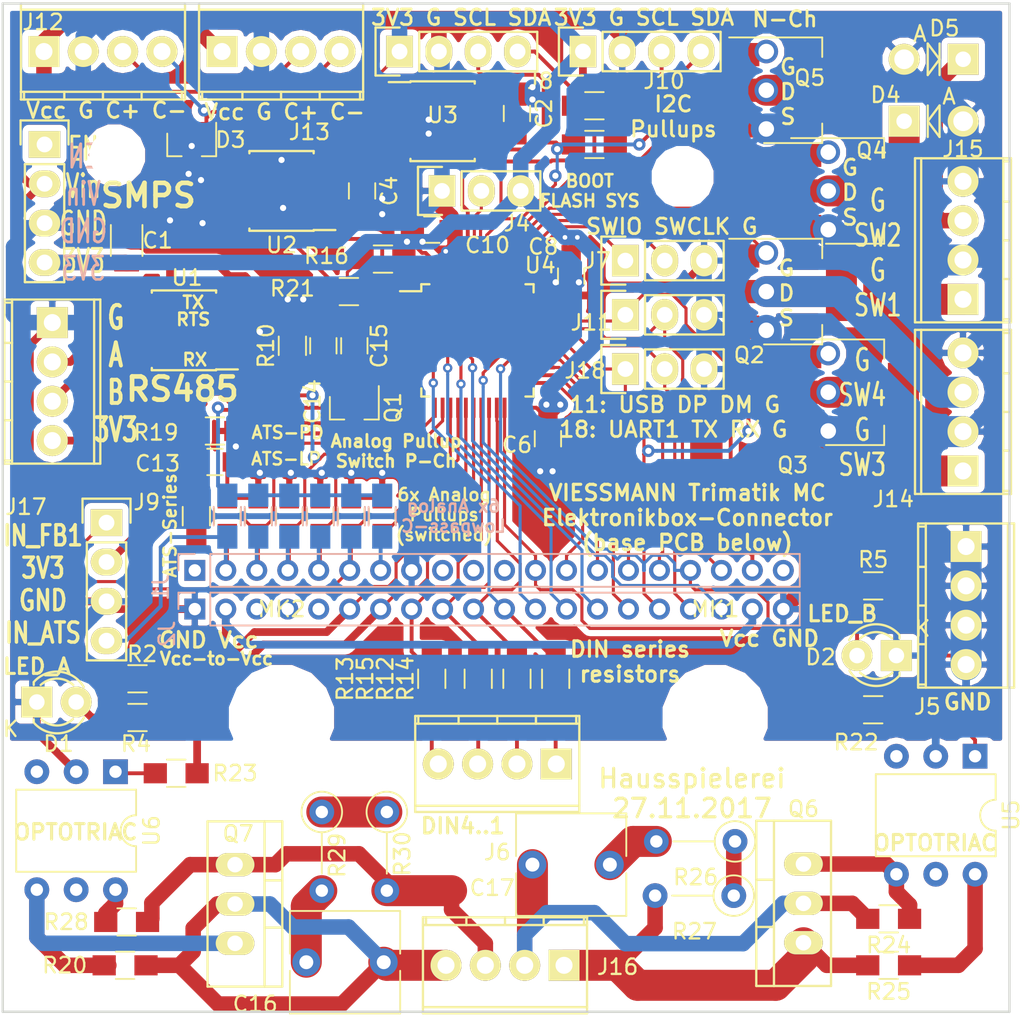
<source format=kicad_pcb>
(kicad_pcb (version 4) (host pcbnew 4.0.7)
  (layers (0 F.Cu signal) (31 B.Cu signal) (34 B.Paste user hide) (35 F.Paste user hide) (36 B.SilkS user hide) (37 F.SilkS user) (38 B.Mask user hide) (39 F.Mask user hide) (44 Edge.Cuts user))
  (net 0 "")
  (net 1 +3V3)
  (net 2 GND)
  (net 3 AIN_KTS)
  (net 4 AIN_VTS)
  (net 5 AIN_STS)
  (net 6 AIN_FB1)
  (net 7 AIN_FB2)
  (net 8 AIN_ATS)
  (net 9 +3.3VA)
  (net 10 "Net-(C16-Pad1)")
  (net 11 CANL)
  (net 12 CANH)
  (net 13 VCC_18)
  (net 14 +24V)
  (net 15 "Net-(J4-Pad2)")
  (net 16 SWDIO)
  (net 17 SWDCLK)
  (net 18 AIN_A_D)
  (net 19 SCL)
  (net 20 SDA)
  (net 21 /A_PU_ON)
  (net 22 "Net-(Q1-Pad3)")
  (net 23 ODSW_1)
  (net 24 ODSW_2)
  (net 25 "Net-(R16-Pad2)")
  (net 26 CAND)
  (net 27 CANR)
  (net 28 "Net-(C17-Pad1)")
  (net 29 "Net-(C17-Pad2)")
  (net 30 "Net-(D1-Pad2)")
  (net 31 "Net-(D2-Pad2)")
  (net 32 "Net-(D4-Pad1)")
  (net 33 "Net-(D5-Pad1)")
  (net 34 "Net-(J6-Pad4)")
  (net 35 "Net-(J6-Pad1)")
  (net 36 "Net-(J6-Pad2)")
  (net 37 "Net-(J6-Pad3)")
  (net 38 "Net-(J14-Pad1)")
  (net 39 "Net-(J14-Pad3)")
  (net 40 "Net-(J16-Pad1)")
  (net 41 "Net-(J16-Pad3)")
  (net 42 "Net-(Q6-Pad3)")
  (net 43 "Net-(R21-Pad2)")
  (net 44 "Net-(R22-Pad2)")
  (net 45 "Net-(R23-Pad2)")
  (net 46 "Net-(R25-Pad1)")
  (net 47 "Net-(R26-Pad1)")
  (net 48 "Net-(J17-Pad2)")
  (net 49 "Net-(J17-Pad3)")
  (net 50 DOUT_SW_UKN)
  (net 51 DOUT_K3_21)
  (net 52 DOUT_K5_S3)
  (net 53 DOUT_K4_T2)
  (net 54 DOUT_K6_20B)
  (net 55 DOUT_K2_20A)
  (net 56 DOUT_K1_FIRE)
  (net 57 DOUT_LED_RED)
  (net 58 DIN_SW_B2_246)
  (net 59 DIN_SW_B1_246)
  (net 60 DIN_SW_B0_246)
  (net 61 DIN_SW_B0_135)
  (net 62 DIN_SW_B1_135)
  (net 63 DIN_SW_B2_135)
  (net 64 DIN_SW_B3_135)
  (net 65 DIN2)
  (net 66 DIN4)
  (net 67 DIN1)
  (net 68 DIN3)
  (net 69 CAN_SUSPEND)
  (net 70 ACSW_1)
  (net 71 ACSW_2)
  (net 72 "Net-(JP1-Pad2)")
  (net 73 "Net-(JP2-Pad2)")
  (net 74 "Net-(JP3-Pad2)")
  (net 75 "Net-(C16-Pad2)")
  (net 76 "Net-(Q7-Pad3)")
  (net 77 "Net-(R28-Pad2)")
  (net 78 "Net-(R29-Pad1)")
  (module Mounting_Holes:MountingHole_3.2mm_M3 (layer F.Cu) (at 75.2 39.6)
    (fp_text reference REF** hide)
    (fp_text value MountingHole_3.2mm_M3)
    (pad 1 np_thru_hole circle (at 0 0) (size 3.2 3.2) (drill 3.2) (layers *.Cu *.Mask))
  )
  (module Housings_SOIC:SOIC-8_3.9x4.9mm_Pitch1.27mm (layer F.Cu) (at 43 49.5 180)
    (fp_text reference U1 (at -0.2 3.4 180) (layer F.SilkS))
    (fp_text value MAX3078E)
    (pad 1 smd rect (at -2.7 -1.905 180) (size 1.55 0.6) (layers F.Cu F.Paste F.Mask) (net 4 AIN_VTS))
    (pad 2 smd rect (at -2.7 -0.635 180) (size 1.55 0.6) (layers F.Cu F.Paste F.Mask) (net 2 GND))
    (pad 3 smd rect (at -2.7 0.635 180) (size 1.55 0.6) (layers F.Cu F.Paste F.Mask) (net 8 AIN_ATS))
    (pad 4 smd rect (at -2.7 1.905 180) (size 1.55 0.6) (layers F.Cu F.Paste F.Mask) (net 3 AIN_KTS))
    (pad 5 smd rect (at 2.7 1.905 180) (size 1.55 0.6) (layers F.Cu F.Paste F.Mask) (net 2 GND))
    (pad 6 smd rect (at 2.7 0.635 180) (size 1.55 0.6) (layers F.Cu F.Paste F.Mask) (net 48 "Net-(J17-Pad2)"))
    (pad 7 smd rect (at 2.7 -0.635 180) (size 1.55 0.6) (layers F.Cu F.Paste F.Mask) (net 49 "Net-(J17-Pad3)"))
    (pad 8 smd rect (at 2.7 -1.905 180) (size 1.55 0.6) (layers F.Cu F.Paste F.Mask) (net 1 +3V3))
  )
  (module Capacitors_SMD:C_1206 (layer F.Cu) (at 39.3 43.7 90)
    (fp_text reference C1 (at 0 2 180) (layer F.SilkS))
    (fp_text value 10µ)
    (pad 1 smd rect (at -1.5 0 90) (size 1 1.6) (layers F.Cu F.Paste F.Mask) (net 1 +3V3))
    (pad 2 smd rect (at 1.5 0 90) (size 1 1.6) (layers F.Cu F.Paste F.Mask) (net 2 GND))
  )
  (module Capacitors_SMD:C_0805_HandSoldering (layer F.Cu) (at 64.5 35.5 270)
    (fp_text reference C2 (at 0 -1.75 270) (layer F.SilkS))
    (fp_text value 100n)
    (pad 1 smd rect (at -1.25 0 270) (size 1.5 1.25) (layers F.Cu F.Paste F.Mask) (net 1 +3V3))
    (pad 2 smd rect (at 1.25 0 270) (size 1.5 1.25) (layers F.Cu F.Paste F.Mask) (net 2 GND))
  )
  (module Capacitors_SMD:C_0805_HandSoldering (layer F.Cu) (at 45.8 61.5 90)
    (fp_text reference C3 hide)
    (fp_text value 100n)
    (pad 1 smd rect (at -1.25 0 90) (size 1.5 1.25) (layers F.Cu F.Paste F.Mask) (net 18 AIN_A_D))
    (pad 2 smd rect (at 1.25 0 90) (size 1.5 1.25) (layers F.Cu F.Paste F.Mask) (net 2 GND))
  )
  (module Capacitors_SMD:C_0805_HandSoldering (layer F.Cu) (at 54.5 40.5 270)
    (fp_text reference C4 (at 0 -1.75 270) (layer F.SilkS))
    (fp_text value 100n)
    (pad 1 smd rect (at -1.25 0 270) (size 1.5 1.25) (layers F.Cu F.Paste F.Mask) (net 1 +3V3))
    (pad 2 smd rect (at 1.25 0 270) (size 1.5 1.25) (layers F.Cu F.Paste F.Mask) (net 2 GND))
  )
  (module Capacitors_SMD:C_0805_HandSoldering (layer F.Cu) (at 47.8 61.5 90)
    (fp_text reference C5 hide)
    (fp_text value 100n)
    (pad 1 smd rect (at -1.25 0 90) (size 1.5 1.25) (layers F.Cu F.Paste F.Mask) (net 3 AIN_KTS))
    (pad 2 smd rect (at 1.25 0 90) (size 1.5 1.25) (layers F.Cu F.Paste F.Mask) (net 2 GND))
  )
  (module Capacitors_SMD:C_0805_HandSoldering (layer F.Cu) (at 66.5 56.5 270)
    (fp_text reference C6 (at 0.4 2 360) (layer F.SilkS))
    (fp_text value 100n)
    (pad 1 smd rect (at -1.25 0 270) (size 1.5 1.25) (layers F.Cu F.Paste F.Mask) (net 1 +3V3))
    (pad 2 smd rect (at 1.25 0 270) (size 1.5 1.25) (layers F.Cu F.Paste F.Mask) (net 2 GND))
  )
  (module Capacitors_SMD:C_0805_HandSoldering (layer F.Cu) (at 49.8 61.5 90)
    (fp_text reference C7 hide)
    (fp_text value 100n)
    (pad 1 smd rect (at -1.25 0 90) (size 1.5 1.25) (layers F.Cu F.Paste F.Mask) (net 4 AIN_VTS))
    (pad 2 smd rect (at 1.25 0 90) (size 1.5 1.25) (layers F.Cu F.Paste F.Mask) (net 2 GND))
  )
  (module Capacitors_SMD:C_0805_HandSoldering (layer F.Cu) (at 68 46 270)
    (fp_text reference C8 (at -1.9 1.8 360) (layer F.SilkS))
    (fp_text value 100n)
    (pad 1 smd rect (at -1.25 0 270) (size 1.5 1.25) (layers F.Cu F.Paste F.Mask) (net 1 +3V3))
    (pad 2 smd rect (at 1.25 0 270) (size 1.5 1.25) (layers F.Cu F.Paste F.Mask) (net 2 GND))
  )
  (module Capacitors_SMD:C_0805_HandSoldering (layer F.Cu) (at 51.8 61.5 90)
    (fp_text reference C9 hide)
    (fp_text value 100n)
    (pad 1 smd rect (at -1.25 0 90) (size 1.5 1.25) (layers F.Cu F.Paste F.Mask) (net 5 AIN_STS))
    (pad 2 smd rect (at 1.25 0 90) (size 1.5 1.25) (layers F.Cu F.Paste F.Mask) (net 2 GND))
  )
  (module Capacitors_SMD:C_0805_HandSoldering (layer F.Cu) (at 59 43)
    (fp_text reference C10 (at 3.6 1) (layer F.SilkS))
    (fp_text value 100n)
    (pad 1 smd rect (at -1.25 0) (size 1.5 1.25) (layers F.Cu F.Paste F.Mask) (net 1 +3V3))
    (pad 2 smd rect (at 1.25 0) (size 1.5 1.25) (layers F.Cu F.Paste F.Mask) (net 2 GND))
  )
  (module Capacitors_SMD:C_0805_HandSoldering (layer F.Cu) (at 53.8 61.5 90)
    (fp_text reference C11 hide)
    (fp_text value 100n)
    (pad 1 smd rect (at -1.25 0 90) (size 1.5 1.25) (layers F.Cu F.Paste F.Mask) (net 6 AIN_FB1))
    (pad 2 smd rect (at 1.25 0 90) (size 1.5 1.25) (layers F.Cu F.Paste F.Mask) (net 2 GND))
  )
  (module Capacitors_SMD:C_0805_HandSoldering (layer F.Cu) (at 55.8 61.5 90)
    (fp_text reference C12 hide)
    (fp_text value 100n)
    (pad 1 smd rect (at -1.25 0 90) (size 1.5 1.25) (layers F.Cu F.Paste F.Mask) (net 7 AIN_FB2))
    (pad 2 smd rect (at 1.25 0 90) (size 1.5 1.25) (layers F.Cu F.Paste F.Mask) (net 2 GND))
  )
  (module Capacitors_SMD:C_0805_HandSoldering (layer F.Cu) (at 45 58)
    (fp_text reference C13 (at -3.7 0.1) (layer F.SilkS))
    (fp_text value 100n)
    (pad 1 smd rect (at -1.25 0) (size 1.5 1.25) (layers F.Cu F.Paste F.Mask) (net 8 AIN_ATS))
    (pad 2 smd rect (at 1.25 0) (size 1.5 1.25) (layers F.Cu F.Paste F.Mask) (net 2 GND))
  )
  (module Capacitors_SMD:C_0805_HandSoldering (layer F.Cu) (at 52 50.5 90)
    (fp_text reference C14 (at -3.6 -0.7 90) (layer F.SilkS))
    (fp_text value 1µ)
    (pad 1 smd rect (at -1.25 0 90) (size 1.5 1.25) (layers F.Cu F.Paste F.Mask) (net 9 +3.3VA))
    (pad 2 smd rect (at 1.25 0 90) (size 1.5 1.25) (layers F.Cu F.Paste F.Mask) (net 2 GND))
  )
  (module Capacitors_SMD:C_0805_HandSoldering (layer F.Cu) (at 54 50.5 90)
    (fp_text reference C15 (at 0 1.6 90) (layer F.SilkS))
    (fp_text value 10n)
    (pad 1 smd rect (at -1.25 0 90) (size 1.5 1.25) (layers F.Cu F.Paste F.Mask) (net 9 +3.3VA))
    (pad 2 smd rect (at 1.25 0 90) (size 1.5 1.25) (layers F.Cu F.Paste F.Mask) (net 2 GND))
  )
  (module Pin_Headers:Pin_Header_Straight_1x20_Pitch2.00mm (layer B.Cu) (at 43.7 65 270)
    (fp_text reference J1 (at 1.1 2.2 270) (layer B.SilkS) (effects (justify mirror)))
    (fp_text value X1_1-20)
    (pad 1 thru_hole rect (at 0 0 270) (size 1.35 1.35) (drill 0.8) (layers *.Cu *.Mask))
    (pad 2 thru_hole oval (at 0 -2 270) (size 1.35 1.35) (drill 0.8) (layers *.Cu *.Mask) (net 18 AIN_A_D))
    (pad 3 thru_hole oval (at 0 -4 270) (size 1.35 1.35) (drill 0.8) (layers *.Cu *.Mask) (net 3 AIN_KTS))
    (pad 4 thru_hole oval (at 0 -6 270) (size 1.35 1.35) (drill 0.8) (layers *.Cu *.Mask) (net 4 AIN_VTS))
    (pad 5 thru_hole oval (at 0 -8 270) (size 1.35 1.35) (drill 0.8) (layers *.Cu *.Mask) (net 5 AIN_STS))
    (pad 6 thru_hole oval (at 0 -10 270) (size 1.35 1.35) (drill 0.8) (layers *.Cu *.Mask) (net 6 AIN_FB1))
    (pad 7 thru_hole oval (at 0 -12 270) (size 1.35 1.35) (drill 0.8) (layers *.Cu *.Mask) (net 7 AIN_FB2))
    (pad 8 thru_hole oval (at 0 -14 270) (size 1.35 1.35) (drill 0.8) (layers *.Cu *.Mask) (net 2 GND))
    (pad 9 thru_hole oval (at 0 -16 270) (size 1.35 1.35) (drill 0.8) (layers *.Cu *.Mask))
    (pad 10 thru_hole oval (at 0 -18 270) (size 1.35 1.35) (drill 0.8) (layers *.Cu *.Mask))
    (pad 11 thru_hole oval (at 0 -20 270) (size 1.35 1.35) (drill 0.8) (layers *.Cu *.Mask))
    (pad 12 thru_hole oval (at 0 -22 270) (size 1.35 1.35) (drill 0.8) (layers *.Cu *.Mask) (net 70 ACSW_1))
    (pad 13 thru_hole oval (at 0 -24 270) (size 1.35 1.35) (drill 0.8) (layers *.Cu *.Mask) (net 50 DOUT_SW_UKN))
    (pad 14 thru_hole oval (at 0 -26 270) (size 1.35 1.35) (drill 0.8) (layers *.Cu *.Mask) (net 51 DOUT_K3_21))
    (pad 15 thru_hole oval (at 0 -28 270) (size 1.35 1.35) (drill 0.8) (layers *.Cu *.Mask) (net 52 DOUT_K5_S3))
    (pad 16 thru_hole oval (at 0 -30 270) (size 1.35 1.35) (drill 0.8) (layers *.Cu *.Mask) (net 53 DOUT_K4_T2))
    (pad 17 thru_hole oval (at 0 -32 270) (size 1.35 1.35) (drill 0.8) (layers *.Cu *.Mask) (net 54 DOUT_K6_20B))
    (pad 18 thru_hole oval (at 0 -34 270) (size 1.35 1.35) (drill 0.8) (layers *.Cu *.Mask) (net 55 DOUT_K2_20A))
    (pad 19 thru_hole oval (at 0 -36 270) (size 1.35 1.35) (drill 0.8) (layers *.Cu *.Mask) (net 56 DOUT_K1_FIRE))
    (pad 20 thru_hole oval (at 0 -38 270) (size 1.35 1.35) (drill 0.8) (layers *.Cu *.Mask))
  )
  (module Pin_Headers:Pin_Header_Straight_1x20_Pitch2.00mm (layer B.Cu) (at 43.7 67.5 270)
    (fp_text reference J2 (at 1.6 1.8 270) (layer B.SilkS) (effects (justify mirror)))
    (fp_text value X1_21-40)
    (pad 1 thru_hole rect (at 0 0 270) (size 1.35 1.35) (drill 0.8) (layers *.Cu *.Mask) (net 2 GND))
    (pad 2 thru_hole oval (at 0 -2 270) (size 1.35 1.35) (drill 0.8) (layers *.Cu *.Mask) (net 13 VCC_18))
    (pad 3 thru_hole oval (at 0 -4 270) (size 1.35 1.35) (drill 0.8) (layers *.Cu *.Mask))
    (pad 4 thru_hole oval (at 0 -6 270) (size 1.35 1.35) (drill 0.8) (layers *.Cu *.Mask))
    (pad 5 thru_hole oval (at 0 -8 270) (size 1.35 1.35) (drill 0.8) (layers *.Cu *.Mask))
    (pad 6 thru_hole oval (at 0 -10 270) (size 1.35 1.35) (drill 0.8) (layers *.Cu *.Mask) (net 57 DOUT_LED_RED))
    (pad 7 thru_hole oval (at 0 -12 270) (size 1.35 1.35) (drill 0.8) (layers *.Cu *.Mask) (net 71 ACSW_2))
    (pad 8 thru_hole oval (at 0 -14 270) (size 1.35 1.35) (drill 0.8) (layers *.Cu *.Mask) (net 66 DIN4))
    (pad 9 thru_hole oval (at 0 -16 270) (size 1.35 1.35) (drill 0.8) (layers *.Cu *.Mask) (net 68 DIN3))
    (pad 10 thru_hole oval (at 0 -18 270) (size 1.35 1.35) (drill 0.8) (layers *.Cu *.Mask) (net 65 DIN2))
    (pad 11 thru_hole oval (at 0 -20 270) (size 1.35 1.35) (drill 0.8) (layers *.Cu *.Mask) (net 67 DIN1))
    (pad 12 thru_hole oval (at 0 -22 270) (size 1.35 1.35) (drill 0.8) (layers *.Cu *.Mask) (net 58 DIN_SW_B2_246))
    (pad 13 thru_hole oval (at 0 -24 270) (size 1.35 1.35) (drill 0.8) (layers *.Cu *.Mask) (net 59 DIN_SW_B1_246))
    (pad 14 thru_hole oval (at 0 -26 270) (size 1.35 1.35) (drill 0.8) (layers *.Cu *.Mask) (net 60 DIN_SW_B0_246))
    (pad 15 thru_hole oval (at 0 -28 270) (size 1.35 1.35) (drill 0.8) (layers *.Cu *.Mask) (net 61 DIN_SW_B0_135))
    (pad 16 thru_hole oval (at 0 -30 270) (size 1.35 1.35) (drill 0.8) (layers *.Cu *.Mask) (net 62 DIN_SW_B1_135))
    (pad 17 thru_hole oval (at 0 -32 270) (size 1.35 1.35) (drill 0.8) (layers *.Cu *.Mask) (net 63 DIN_SW_B2_135))
    (pad 18 thru_hole oval (at 0 -34 270) (size 1.35 1.35) (drill 0.8) (layers *.Cu *.Mask) (net 64 DIN_SW_B3_135))
    (pad 19 thru_hole oval (at 0 -36 270) (size 1.35 1.35) (drill 0.8) (layers *.Cu *.Mask) (net 13 VCC_18))
    (pad 20 thru_hole oval (at 0 -38 270) (size 1.35 1.35) (drill 0.8) (layers *.Cu *.Mask) (net 2 GND))
  )
  (module Pin_Headers:Pin_Header_Straight_1x04 (layer F.Cu) (at 34 37.5)
    (fp_text reference J3 (at 5 1) (layer F.SilkS))
    (fp_text value STEPDOWN)
    (pad 1 thru_hole rect (at 0 0) (size 2.032 1.7272) (drill 1.016) (layers *.Cu *.Mask F.SilkS))
    (pad 2 thru_hole oval (at 0 2.54) (size 2.032 1.7272) (drill 1.016) (layers *.Cu *.Mask F.SilkS) (net 14 +24V))
    (pad 3 thru_hole oval (at 0 5.08) (size 2.032 1.7272) (drill 1.016) (layers *.Cu *.Mask F.SilkS) (net 2 GND))
    (pad 4 thru_hole oval (at 0 7.62) (size 2.032 1.7272) (drill 1.016) (layers *.Cu *.Mask F.SilkS) (net 1 +3V3))
  )
  (module TO_SOT_Packages_SMD:SOT-23 (layer F.Cu) (at 54 54.5 270)
    (fp_text reference Q1 (at 0 -2.5 270) (layer F.SilkS))
    (fp_text value NTR2101P)
    (pad 1 smd rect (at -1 -0.95 270) (size 0.9 0.8) (layers F.Cu F.Paste F.Mask) (net 21 /A_PU_ON))
    (pad 2 smd rect (at -1 0.95 270) (size 0.9 0.8) (layers F.Cu F.Paste F.Mask) (net 9 +3.3VA))
    (pad 3 smd rect (at 1 0 270) (size 0.9 0.8) (layers F.Cu F.Paste F.Mask) (net 22 "Net-(Q1-Pad3)"))
  )
  (module Resistors_SMD:R_0805_HandSoldering (layer B.Cu) (at 45.8 61.5 270)
    (fp_text reference R1 hide)
    (fp_text value 500)
    (pad 1 smd rect (at -1.35 0 270) (size 1.5 1.3) (layers B.Cu B.Paste B.Mask) (net 22 "Net-(Q1-Pad3)"))
    (pad 2 smd rect (at 1.35 0 270) (size 1.5 1.3) (layers B.Cu B.Paste B.Mask) (net 18 AIN_A_D))
  )
  (module Resistors_SMD:R_0805_HandSoldering (layer F.Cu) (at 40 72)
    (fp_text reference R2 (at 0.3 -1.6) (layer F.SilkS))
    (fp_text value 0)
    (pad 1 smd rect (at -1.35 0) (size 1.5 1.3) (layers F.Cu F.Paste F.Mask) (net 14 +24V))
    (pad 2 smd rect (at 1.35 0) (size 1.5 1.3) (layers F.Cu F.Paste F.Mask) (net 13 VCC_18))
  )
  (module Resistors_SMD:R_0805_HandSoldering (layer B.Cu) (at 47.8 61.5 270)
    (fp_text reference R3 hide)
    (fp_text value 500)
    (pad 1 smd rect (at -1.35 0 270) (size 1.5 1.3) (layers B.Cu B.Paste B.Mask) (net 22 "Net-(Q1-Pad3)"))
    (pad 2 smd rect (at 1.35 0 270) (size 1.5 1.3) (layers B.Cu B.Paste B.Mask) (net 3 AIN_KTS))
  )
  (module Resistors_SMD:R_0805_HandSoldering (layer F.Cu) (at 40 74.5 180)
    (fp_text reference R4 (at 0.1 -1.7 180) (layer F.SilkS))
    (fp_text value 120)
    (pad 1 smd rect (at -1.35 0 180) (size 1.5 1.3) (layers F.Cu F.Paste F.Mask) (net 57 DOUT_LED_RED))
    (pad 2 smd rect (at 1.35 0 180) (size 1.5 1.3) (layers F.Cu F.Paste F.Mask) (net 30 "Net-(D1-Pad2)"))
  )
  (module Resistors_SMD:R_0805_HandSoldering (layer F.Cu) (at 87.5 66)
    (fp_text reference R5 (at 0 -1.7) (layer F.SilkS))
    (fp_text value 120)
    (pad 1 smd rect (at -1.35 0) (size 1.5 1.3) (layers F.Cu F.Paste F.Mask) (net 54 DOUT_K6_20B))
    (pad 2 smd rect (at 1.35 0) (size 1.5 1.3) (layers F.Cu F.Paste F.Mask) (net 31 "Net-(D2-Pad2)"))
  )
  (module Resistors_SMD:R_0805_HandSoldering (layer B.Cu) (at 49.8 61.5 270)
    (fp_text reference R6 hide)
    (fp_text value 500)
    (pad 1 smd rect (at -1.35 0 270) (size 1.5 1.3) (layers B.Cu B.Paste B.Mask) (net 22 "Net-(Q1-Pad3)"))
    (pad 2 smd rect (at 1.35 0 270) (size 1.5 1.3) (layers B.Cu B.Paste B.Mask) (net 4 AIN_VTS))
  )
  (module Resistors_SMD:R_0805_HandSoldering (layer F.Cu) (at 43.8 61.5 270)
    (fp_text reference R7 hide)
    (fp_text value 10k)
    (pad 1 smd rect (at -1.35 0 270) (size 1.5 1.3) (layers F.Cu F.Paste F.Mask) (net 8 AIN_ATS))
    (pad 2 smd rect (at 1.35 0 270) (size 1.5 1.3) (layers F.Cu F.Paste F.Mask) (net 18 AIN_A_D))
  )
  (module Resistors_SMD:R_0805_HandSoldering (layer B.Cu) (at 51.8 61.5 270)
    (fp_text reference R8 hide)
    (fp_text value 500)
    (pad 1 smd rect (at -1.35 0 270) (size 1.5 1.3) (layers B.Cu B.Paste B.Mask) (net 22 "Net-(Q1-Pad3)"))
    (pad 2 smd rect (at 1.35 0 270) (size 1.5 1.3) (layers B.Cu B.Paste B.Mask) (net 5 AIN_STS))
  )
  (module Resistors_SMD:R_0805_HandSoldering (layer B.Cu) (at 53.8 61.5 270)
    (fp_text reference R9 hide)
    (fp_text value 500)
    (pad 1 smd rect (at -1.35 0 270) (size 1.5 1.3) (layers B.Cu B.Paste B.Mask) (net 22 "Net-(Q1-Pad3)"))
    (pad 2 smd rect (at 1.35 0 270) (size 1.5 1.3) (layers B.Cu B.Paste B.Mask) (net 6 AIN_FB1))
  )
  (module Resistors_SMD:R_0805_HandSoldering (layer F.Cu) (at 50 50.5 90)
    (fp_text reference R10 (at 0 -1.7 90) (layer F.SilkS))
    (fp_text value 2)
    (pad 1 smd rect (at -1.35 0 90) (size 1.5 1.3) (layers F.Cu F.Paste F.Mask) (net 9 +3.3VA))
    (pad 2 smd rect (at 1.35 0 90) (size 1.5 1.3) (layers F.Cu F.Paste F.Mask) (net 1 +3V3))
  )
  (module Resistors_SMD:R_0805_HandSoldering (layer B.Cu) (at 55.8 61.5 270)
    (fp_text reference R11 hide)
    (fp_text value 500)
    (pad 1 smd rect (at -1.35 0 270) (size 1.5 1.3) (layers B.Cu B.Paste B.Mask) (net 22 "Net-(Q1-Pad3)"))
    (pad 2 smd rect (at 1.35 0 270) (size 1.5 1.3) (layers B.Cu B.Paste B.Mask) (net 7 AIN_FB2))
  )
  (module Resistors_SMD:R_0805_HandSoldering (layer F.Cu) (at 64.5 72 90)
    (fp_text reference R12 (at 0 -8.5 90) (layer F.SilkS))
    (fp_text value 10k)
    (pad 1 smd rect (at -1.35 0 90) (size 1.5 1.3) (layers F.Cu F.Paste F.Mask) (net 36 "Net-(J6-Pad2)"))
    (pad 2 smd rect (at 1.35 0 90) (size 1.5 1.3) (layers F.Cu F.Paste F.Mask) (net 65 DIN2))
  )
  (module Resistors_SMD:R_0805_HandSoldering (layer F.Cu) (at 59 72 90)
    (fp_text reference R13 (at 0 -5.6 90) (layer F.SilkS))
    (fp_text value 10k)
    (pad 1 smd rect (at -1.35 0 90) (size 1.5 1.3) (layers F.Cu F.Paste F.Mask) (net 34 "Net-(J6-Pad4)"))
    (pad 2 smd rect (at 1.35 0 90) (size 1.5 1.3) (layers F.Cu F.Paste F.Mask) (net 66 DIN4))
  )
  (module Resistors_SMD:R_0805_HandSoldering (layer F.Cu) (at 67 72 90)
    (fp_text reference R14 (at 0 -9.7 90) (layer F.SilkS))
    (fp_text value 10k)
    (pad 1 smd rect (at -1.35 0 90) (size 1.5 1.3) (layers F.Cu F.Paste F.Mask) (net 35 "Net-(J6-Pad1)"))
    (pad 2 smd rect (at 1.35 0 90) (size 1.5 1.3) (layers F.Cu F.Paste F.Mask) (net 67 DIN1))
  )
  (module Resistors_SMD:R_0805_HandSoldering (layer F.Cu) (at 62 72 90)
    (fp_text reference R15 (at 0 -7.3 90) (layer F.SilkS))
    (fp_text value 10k)
    (pad 1 smd rect (at -1.35 0 90) (size 1.5 1.3) (layers F.Cu F.Paste F.Mask) (net 37 "Net-(J6-Pad3)"))
    (pad 2 smd rect (at 1.35 0 90) (size 1.5 1.3) (layers F.Cu F.Paste F.Mask) (net 68 DIN3))
  )
  (module Resistors_SMD:R_0805_HandSoldering (layer F.Cu) (at 55.85 44.9 180)
    (fp_text reference R16 (at 3.65 0.2 180) (layer F.SilkS))
    (fp_text value 10k)
    (pad 1 smd rect (at -1.35 0 180) (size 1.5 1.3) (layers F.Cu F.Paste F.Mask) (net 1 +3V3))
    (pad 2 smd rect (at 1.35 0 180) (size 1.5 1.3) (layers F.Cu F.Paste F.Mask) (net 25 "Net-(R16-Pad2)"))
  )
  (module Resistors_SMD:R_0805_HandSoldering (layer F.Cu) (at 69.5 37.5 180)
    (fp_text reference R17 hide)
    (fp_text value 2k2)
    (pad 1 smd rect (at -1.35 0 180) (size 1.5 1.3) (layers F.Cu F.Paste F.Mask) (net 1 +3V3))
    (pad 2 smd rect (at 1.35 0 180) (size 1.5 1.3) (layers F.Cu F.Paste F.Mask) (net 19 SCL))
  )
  (module Resistors_SMD:R_0805_HandSoldering (layer F.Cu) (at 69.5 35 180)
    (fp_text reference R18 hide)
    (fp_text value 2k2)
    (pad 1 smd rect (at -1.35 0 180) (size 1.5 1.3) (layers F.Cu F.Paste F.Mask) (net 1 +3V3))
    (pad 2 smd rect (at 1.35 0 180) (size 1.5 1.3) (layers F.Cu F.Paste F.Mask) (net 20 SDA))
  )
  (module Resistors_SMD:R_0805_HandSoldering (layer F.Cu) (at 45 56 180)
    (fp_text reference R19 (at 3.8 -0.1 180) (layer F.SilkS))
    (fp_text value 10k)
    (pad 1 smd rect (at -1.35 0 180) (size 1.5 1.3) (layers F.Cu F.Paste F.Mask) (net 2 GND))
    (pad 2 smd rect (at 1.35 0 180) (size 1.5 1.3) (layers F.Cu F.Paste F.Mask) (net 8 AIN_ATS))
  )
  (module Resistors_SMD:R_0805_HandSoldering (layer F.Cu) (at 53.65 47 180)
    (fp_text reference R21 (at 3.65 0.2 180) (layer F.SilkS))
    (fp_text value 47k)
    (pad 1 smd rect (at -1.35 0 180) (size 1.5 1.3) (layers F.Cu F.Paste F.Mask) (net 69 CAN_SUSPEND))
    (pad 2 smd rect (at 1.35 0 180) (size 1.5 1.3) (layers F.Cu F.Paste F.Mask) (net 43 "Net-(R21-Pad2)"))
  )
  (module Housings_SOIC:SOIC-8_3.9x4.9mm_Pitch1.27mm (layer F.Cu) (at 49.3 40.5 180)
    (fp_text reference U2 (at 0 -3.5 180) (layer F.SilkS))
    (fp_text value SN65HVD230)
    (pad 1 smd rect (at -2.7 -1.905 180) (size 1.55 0.6) (layers F.Cu F.Paste F.Mask) (net 26 CAND))
    (pad 2 smd rect (at -2.7 -0.635 180) (size 1.55 0.6) (layers F.Cu F.Paste F.Mask) (net 2 GND))
    (pad 3 smd rect (at -2.7 0.635 180) (size 1.55 0.6) (layers F.Cu F.Paste F.Mask) (net 1 +3V3))
    (pad 4 smd rect (at -2.7 1.905 180) (size 1.55 0.6) (layers F.Cu F.Paste F.Mask) (net 27 CANR))
    (pad 5 smd rect (at 2.7 1.905 180) (size 1.55 0.6) (layers F.Cu F.Paste F.Mask))
    (pad 6 smd rect (at 2.7 0.635 180) (size 1.55 0.6) (layers F.Cu F.Paste F.Mask) (net 11 CANL))
    (pad 7 smd rect (at 2.7 -0.635 180) (size 1.55 0.6) (layers F.Cu F.Paste F.Mask) (net 12 CANH))
    (pad 8 smd rect (at 2.7 -1.905 180) (size 1.55 0.6) (layers F.Cu F.Paste F.Mask) (net 43 "Net-(R21-Pad2)"))
  )
  (module Housings_SOIC:SOIC-8_3.9x4.9mm_Pitch1.27mm (layer F.Cu) (at 59.7 36)
    (fp_text reference U3 (at 0 -0.4) (layer F.SilkS))
    (fp_text value AT24CS64-SSHM)
    (pad 1 smd rect (at -2.7 -1.905) (size 1.55 0.6) (layers F.Cu F.Paste F.Mask) (net 74 "Net-(JP3-Pad2)"))
    (pad 2 smd rect (at -2.7 -0.635) (size 1.55 0.6) (layers F.Cu F.Paste F.Mask) (net 73 "Net-(JP2-Pad2)"))
    (pad 3 smd rect (at -2.7 0.635) (size 1.55 0.6) (layers F.Cu F.Paste F.Mask) (net 72 "Net-(JP1-Pad2)"))
    (pad 4 smd rect (at -2.7 1.905) (size 1.55 0.6) (layers F.Cu F.Paste F.Mask) (net 2 GND))
    (pad 5 smd rect (at 2.7 1.905) (size 1.55 0.6) (layers F.Cu F.Paste F.Mask) (net 20 SDA))
    (pad 6 smd rect (at 2.7 0.635) (size 1.55 0.6) (layers F.Cu F.Paste F.Mask) (net 19 SCL))
    (pad 7 smd rect (at 2.7 -0.635) (size 1.55 0.6) (layers F.Cu F.Paste F.Mask) (net 2 GND))
    (pad 8 smd rect (at 2.7 -1.905) (size 1.55 0.6) (layers F.Cu F.Paste F.Mask) (net 1 +3V3))
  )
  (module Housings_QFP:LQFP-48_7x7mm_Pitch0.5mm (layer F.Cu) (at 61.95 50.15)
    (fp_text reference U4 (at 4.05 -4.85) (layer F.SilkS))
    (fp_text value STM32F072C8Tx)
    (pad 1 smd rect (at -4.35 -2.75) (size 1.3 0.25) (layers F.Cu F.Paste F.Mask))
    (pad 2 smd rect (at -4.35 -2.25) (size 1.3 0.25) (layers F.Cu F.Paste F.Mask) (net 69 CAN_SUSPEND))
    (pad 3 smd rect (at -4.35 -1.75) (size 1.3 0.25) (layers F.Cu F.Paste F.Mask) (net 60 DIN_SW_B0_246))
    (pad 4 smd rect (at -4.35 -1.25) (size 1.3 0.25) (layers F.Cu F.Paste F.Mask) (net 59 DIN_SW_B1_246))
    (pad 5 smd rect (at -4.35 -0.75) (size 1.3 0.25) (layers F.Cu F.Paste F.Mask) (net 58 DIN_SW_B2_246))
    (pad 6 smd rect (at -4.35 -0.25) (size 1.3 0.25) (layers F.Cu F.Paste F.Mask) (net 67 DIN1))
    (pad 7 smd rect (at -4.35 0.25) (size 1.3 0.25) (layers F.Cu F.Paste F.Mask) (net 25 "Net-(R16-Pad2)"))
    (pad 8 smd rect (at -4.35 0.75) (size 1.3 0.25) (layers F.Cu F.Paste F.Mask) (net 2 GND))
    (pad 9 smd rect (at -4.35 1.25) (size 1.3 0.25) (layers F.Cu F.Paste F.Mask) (net 9 +3.3VA))
    (pad 10 smd rect (at -4.35 1.75) (size 1.3 0.25) (layers F.Cu F.Paste F.Mask) (net 21 /A_PU_ON))
    (pad 11 smd rect (at -4.35 2.25) (size 1.3 0.25) (layers F.Cu F.Paste F.Mask) (net 8 AIN_ATS))
    (pad 12 smd rect (at -4.35 2.75) (size 1.3 0.25) (layers F.Cu F.Paste F.Mask) (net 3 AIN_KTS))
    (pad 13 smd rect (at -2.75 4.35 90) (size 1.3 0.25) (layers F.Cu F.Paste F.Mask) (net 4 AIN_VTS))
    (pad 14 smd rect (at -2.25 4.35 90) (size 1.3 0.25) (layers F.Cu F.Paste F.Mask) (net 5 AIN_STS))
    (pad 15 smd rect (at -1.75 4.35 90) (size 1.3 0.25) (layers F.Cu F.Paste F.Mask) (net 6 AIN_FB1))
    (pad 16 smd rect (at -1.25 4.35 90) (size 1.3 0.25) (layers F.Cu F.Paste F.Mask) (net 7 AIN_FB2))
    (pad 17 smd rect (at -0.75 4.35 90) (size 1.3 0.25) (layers F.Cu F.Paste F.Mask) (net 57 DOUT_LED_RED))
    (pad 18 smd rect (at -0.25 4.35 90) (size 1.3 0.25) (layers F.Cu F.Paste F.Mask) (net 71 ACSW_2))
    (pad 19 smd rect (at 0.25 4.35 90) (size 1.3 0.25) (layers F.Cu F.Paste F.Mask) (net 66 DIN4))
    (pad 20 smd rect (at 0.75 4.35 90) (size 1.3 0.25) (layers F.Cu F.Paste F.Mask) (net 68 DIN3))
    (pad 21 smd rect (at 1.25 4.35 90) (size 1.3 0.25) (layers F.Cu F.Paste F.Mask) (net 65 DIN2))
    (pad 22 smd rect (at 1.75 4.35 90) (size 1.3 0.25) (layers F.Cu F.Paste F.Mask) (net 70 ACSW_1))
    (pad 23 smd rect (at 2.25 4.35 90) (size 1.3 0.25) (layers F.Cu F.Paste F.Mask) (net 2 GND))
    (pad 24 smd rect (at 2.75 4.35 90) (size 1.3 0.25) (layers F.Cu F.Paste F.Mask) (net 1 +3V3))
    (pad 25 smd rect (at 4.35 2.75) (size 1.3 0.25) (layers F.Cu F.Paste F.Mask) (net 50 DOUT_SW_UKN))
    (pad 26 smd rect (at 4.35 2.25) (size 1.3 0.25) (layers F.Cu F.Paste F.Mask) (net 51 DOUT_K3_21))
    (pad 27 smd rect (at 4.35 1.75) (size 1.3 0.25) (layers F.Cu F.Paste F.Mask) (net 61 DIN_SW_B0_135))
    (pad 28 smd rect (at 4.35 1.25) (size 1.3 0.25) (layers F.Cu F.Paste F.Mask) (net 52 DOUT_K5_S3))
    (pad 29 smd rect (at 4.35 0.75) (size 1.3 0.25) (layers F.Cu F.Paste F.Mask) (net 62 DIN_SW_B1_135))
    (pad 30 smd rect (at 4.35 0.25) (size 1.3 0.25) (layers F.Cu F.Paste F.Mask) (net 53 DOUT_K4_T2))
    (pad 31 smd rect (at 4.35 -0.25) (size 1.3 0.25) (layers F.Cu F.Paste F.Mask) (net 63 DIN_SW_B2_135))
    (pad 32 smd rect (at 4.35 -0.75) (size 1.3 0.25) (layers F.Cu F.Paste F.Mask) (net 55 DOUT_K2_20A))
    (pad 33 smd rect (at 4.35 -1.25) (size 1.3 0.25) (layers F.Cu F.Paste F.Mask) (net 56 DOUT_K1_FIRE))
    (pad 34 smd rect (at 4.35 -1.75) (size 1.3 0.25) (layers F.Cu F.Paste F.Mask) (net 16 SWDIO))
    (pad 35 smd rect (at 4.35 -2.25) (size 1.3 0.25) (layers F.Cu F.Paste F.Mask) (net 2 GND))
    (pad 36 smd rect (at 4.35 -2.75) (size 1.3 0.25) (layers F.Cu F.Paste F.Mask) (net 1 +3V3))
    (pad 37 smd rect (at 2.75 -4.35 90) (size 1.3 0.25) (layers F.Cu F.Paste F.Mask) (net 17 SWDCLK))
    (pad 38 smd rect (at 2.25 -4.35 90) (size 1.3 0.25) (layers F.Cu F.Paste F.Mask) (net 54 DOUT_K6_20B))
    (pad 39 smd rect (at 1.75 -4.35 90) (size 1.3 0.25) (layers F.Cu F.Paste F.Mask) (net 64 DIN_SW_B3_135))
    (pad 40 smd rect (at 1.25 -4.35 90) (size 1.3 0.25) (layers F.Cu F.Paste F.Mask) (net 23 ODSW_1))
    (pad 41 smd rect (at 0.75 -4.35 90) (size 1.3 0.25) (layers F.Cu F.Paste F.Mask) (net 24 ODSW_2))
    (pad 42 smd rect (at 0.25 -4.35 90) (size 1.3 0.25) (layers F.Cu F.Paste F.Mask) (net 19 SCL))
    (pad 43 smd rect (at -0.25 -4.35 90) (size 1.3 0.25) (layers F.Cu F.Paste F.Mask) (net 20 SDA))
    (pad 44 smd rect (at -0.75 -4.35 90) (size 1.3 0.25) (layers F.Cu F.Paste F.Mask) (net 15 "Net-(J4-Pad2)"))
    (pad 45 smd rect (at -1.25 -4.35 90) (size 1.3 0.25) (layers F.Cu F.Paste F.Mask) (net 27 CANR))
    (pad 46 smd rect (at -1.75 -4.35 90) (size 1.3 0.25) (layers F.Cu F.Paste F.Mask) (net 26 CAND))
    (pad 47 smd rect (at -2.25 -4.35 90) (size 1.3 0.25) (layers F.Cu F.Paste F.Mask) (net 2 GND))
    (pad 48 smd rect (at -2.75 -4.35 90) (size 1.3 0.25) (layers F.Cu F.Paste F.Mask) (net 1 +3V3))
  )
  (module LEDs:LED-3MM (layer F.Cu) (at 33.5 73.5)
    (fp_text reference D1 (at 1.4 2.7) (layer F.SilkS))
    (fp_text value LED)
    (fp_text user K (at -1.69 1.74) (layer F.SilkS))
    (pad 1 thru_hole rect (at 0 0 90) (size 2 2) (drill 1.00076) (layers *.Cu *.Mask F.SilkS) (net 2 GND))
    (pad 2 thru_hole circle (at 2.54 0) (size 2 2) (drill 1.00076) (layers *.Cu *.Mask F.SilkS) (net 30 "Net-(D1-Pad2)"))
  )
  (module LEDs:LED-3MM (layer F.Cu) (at 89 70.5 180)
    (fp_text reference D2 (at 4.9 -0.1 180) (layer F.SilkS))
    (fp_text value LED)
    (fp_text user K (at -1.69 1.74 180) (layer F.SilkS))
    (pad 1 thru_hole rect (at 0 0 270) (size 2 2) (drill 1.00076) (layers *.Cu *.Mask F.SilkS) (net 2 GND))
    (pad 2 thru_hole circle (at 2.54 0 180) (size 2 2) (drill 1.00076) (layers *.Cu *.Mask F.SilkS) (net 31 "Net-(D2-Pad2)"))
  )
  (module TO_SOT_Packages_SMD:SOT-23 (layer F.Cu) (at 43.5 37.5 270)
    (fp_text reference D3 (at -0.3 -2.5 360) (layer F.SilkS))
    (fp_text value D_TVS_x2_AAC)
    (pad 1 smd rect (at -1 -0.95 270) (size 0.9 0.8) (layers F.Cu F.Paste F.Mask) (net 11 CANL))
    (pad 2 smd rect (at -1 0.95 270) (size 0.9 0.8) (layers F.Cu F.Paste F.Mask) (net 12 CANH))
    (pad 3 smd rect (at 1 0 270) (size 0.9 0.8) (layers F.Cu F.Paste F.Mask) (net 2 GND))
  )
  (module Diodes_ThroughHole:Diode_DO-41_SOD81_Vertical_AnodeUp (layer F.Cu) (at 89.5 36)
    (fp_text reference D4 (at -1.2 -1.7) (layer F.SilkS))
    (fp_text value D_Zener)
    (fp_text user A (at 2.9 -1.6) (layer F.SilkS))
    (pad 2 thru_hole circle (at 3.81 0) (size 1.99898 1.99898) (drill 1.27) (layers *.Cu *.Mask F.SilkS) (net 2 GND))
    (pad 1 thru_hole rect (at 0 0) (size 1.99898 1.99898) (drill 1.00076) (layers *.Cu *.Mask F.SilkS) (net 32 "Net-(D4-Pad1)"))
  )
  (module Diodes_ThroughHole:Diode_DO-41_SOD81_Vertical_AnodeUp (layer F.Cu) (at 93.31 32 180)
    (fp_text reference D5 (at 1.21 2 180) (layer F.SilkS))
    (fp_text value D_Zener)
    (fp_text user A (at 2.794 1.651 180) (layer F.SilkS))
    (pad 2 thru_hole circle (at 3.81 0 180) (size 1.99898 1.99898) (drill 1.27) (layers *.Cu *.Mask F.SilkS) (net 2 GND))
    (pad 1 thru_hole rect (at 0 0 180) (size 1.99898 1.99898) (drill 1.00076) (layers *.Cu *.Mask F.SilkS) (net 33 "Net-(D5-Pad1)"))
  )
  (module Pin_Headers:Pin_Header_Straight_1x03 (layer F.Cu) (at 59.66 40.5 90)
    (fp_text reference J4 (at -2.1 4.84 180) (layer F.SilkS))
    (fp_text value BOOT)
    (pad 1 thru_hole rect (at 0 0 90) (size 2.032 1.7272) (drill 1.016) (layers *.Cu *.Mask F.SilkS) (net 2 GND))
    (pad 2 thru_hole oval (at 0 2.54 90) (size 2.032 1.7272) (drill 1.016) (layers *.Cu *.Mask F.SilkS) (net 15 "Net-(J4-Pad2)"))
    (pad 3 thru_hole oval (at 0 5.08 90) (size 2.032 1.7272) (drill 1.016) (layers *.Cu *.Mask F.SilkS) (net 1 +3V3))
  )
  (module Terminal_Blocks:TerminalBlock_Pheonix_MPT-2.54mm_4pol (layer F.Cu) (at 93.5 63.46 270)
    (fp_text reference J5 (at 10.34 2.5 360) (layer F.SilkS))
    (fp_text value GND)
    (pad 4 thru_hole oval (at 7.62 0 90) (size 1.99898 1.99898) (drill 1.09728) (layers *.Cu *.Mask F.SilkS) (net 2 GND))
    (pad 1 thru_hole rect (at 0 0 90) (size 1.99898 1.99898) (drill 1.09728) (layers *.Cu *.Mask F.SilkS) (net 2 GND))
    (pad 2 thru_hole oval (at 2.54 0 90) (size 1.99898 1.99898) (drill 1.09728) (layers *.Cu *.Mask F.SilkS) (net 2 GND))
    (pad 3 thru_hole oval (at 5.08 0 90) (size 1.99898 1.99898) (drill 1.09728) (layers *.Cu *.Mask F.SilkS) (net 2 GND))
  )
  (module Terminal_Blocks:TerminalBlock_Pheonix_MPT-2.54mm_4pol (layer F.Cu) (at 67.04 77.5 180)
    (fp_text reference J6 (at 3.81 -5.7 180) (layer F.SilkS))
    (fp_text value DIN_1)
    (pad 4 thru_hole oval (at 7.62 0) (size 1.99898 1.99898) (drill 1.09728) (layers *.Cu *.Mask F.SilkS) (net 34 "Net-(J6-Pad4)"))
    (pad 1 thru_hole rect (at 0 0) (size 1.99898 1.99898) (drill 1.09728) (layers *.Cu *.Mask F.SilkS) (net 35 "Net-(J6-Pad1)"))
    (pad 2 thru_hole oval (at 2.54 0) (size 1.99898 1.99898) (drill 1.09728) (layers *.Cu *.Mask F.SilkS) (net 36 "Net-(J6-Pad2)"))
    (pad 3 thru_hole oval (at 5.08 0) (size 1.99898 1.99898) (drill 1.09728) (layers *.Cu *.Mask F.SilkS) (net 37 "Net-(J6-Pad3)"))
  )
  (module Pin_Headers:Pin_Header_Straight_1x03 (layer F.Cu) (at 71.5 45 90)
    (fp_text reference J7 (at 0 -1.8 180) (layer F.SilkS))
    (fp_text value SWD)
    (pad 1 thru_hole rect (at 0 0 90) (size 2.032 1.7272) (drill 1.016) (layers *.Cu *.Mask F.SilkS) (net 16 SWDIO))
    (pad 2 thru_hole oval (at 0 2.54 90) (size 2.032 1.7272) (drill 1.016) (layers *.Cu *.Mask F.SilkS) (net 17 SWDCLK))
    (pad 3 thru_hole oval (at 0 5.08 90) (size 2.032 1.7272) (drill 1.016) (layers *.Cu *.Mask F.SilkS) (net 2 GND))
  )
  (module Pin_Headers:Pin_Header_Straight_1x04 (layer F.Cu) (at 56.92 31.5 90)
    (fp_text reference J8 (at -1.9 9.08 180) (layer F.SilkS))
    (fp_text value I2C)
    (pad 1 thru_hole rect (at 0 0 90) (size 2.032 1.7272) (drill 1.016) (layers *.Cu *.Mask F.SilkS) (net 1 +3V3))
    (pad 2 thru_hole oval (at 0 2.54 90) (size 2.032 1.7272) (drill 1.016) (layers *.Cu *.Mask F.SilkS) (net 2 GND))
    (pad 3 thru_hole oval (at 0 5.08 90) (size 2.032 1.7272) (drill 1.016) (layers *.Cu *.Mask F.SilkS) (net 19 SCL))
    (pad 4 thru_hole oval (at 0 7.62 90) (size 2.032 1.7272) (drill 1.016) (layers *.Cu *.Mask F.SilkS) (net 20 SDA))
  )
  (module Pin_Headers:Pin_Header_Straight_1x04 (layer F.Cu) (at 38 61.92)
    (fp_text reference J9 (at 2.6 -1.32) (layer F.SilkS))
    (fp_text value A_D_IN)
    (pad 1 thru_hole rect (at 0 0) (size 2.032 1.7272) (drill 1.016) (layers *.Cu *.Mask F.SilkS) (net 6 AIN_FB1))
    (pad 2 thru_hole oval (at 0 2.54) (size 2.032 1.7272) (drill 1.016) (layers *.Cu *.Mask F.SilkS) (net 1 +3V3))
    (pad 3 thru_hole oval (at 0 5.08) (size 2.032 1.7272) (drill 1.016) (layers *.Cu *.Mask F.SilkS) (net 2 GND))
    (pad 4 thru_hole oval (at 0 7.62) (size 2.032 1.7272) (drill 1.016) (layers *.Cu *.Mask F.SilkS) (net 18 AIN_A_D))
  )
  (module Pin_Headers:Pin_Header_Straight_1x04 (layer F.Cu) (at 68.76 31.5 90)
    (fp_text reference J10 (at -1.9 5.24 180) (layer F.SilkS))
    (fp_text value I2C)
    (pad 1 thru_hole rect (at 0 0 90) (size 2.032 1.7272) (drill 1.016) (layers *.Cu *.Mask F.SilkS) (net 1 +3V3))
    (pad 2 thru_hole oval (at 0 2.54 90) (size 2.032 1.7272) (drill 1.016) (layers *.Cu *.Mask F.SilkS) (net 2 GND))
    (pad 3 thru_hole oval (at 0 5.08 90) (size 2.032 1.7272) (drill 1.016) (layers *.Cu *.Mask F.SilkS) (net 19 SCL))
    (pad 4 thru_hole oval (at 0 7.62 90) (size 2.032 1.7272) (drill 1.016) (layers *.Cu *.Mask F.SilkS) (net 20 SDA))
  )
  (module Pin_Headers:Pin_Header_Straight_1x03 (layer F.Cu) (at 71.5 48.5 90)
    (fp_text reference J11 (at -0.5 -2.2 180) (layer F.SilkS))
    (fp_text value USB)
    (pad 1 thru_hole rect (at 0 0 90) (size 2.032 1.7272) (drill 1.016) (layers *.Cu *.Mask F.SilkS) (net 56 DOUT_K1_FIRE))
    (pad 2 thru_hole oval (at 0 2.54 90) (size 2.032 1.7272) (drill 1.016) (layers *.Cu *.Mask F.SilkS) (net 55 DOUT_K2_20A))
    (pad 3 thru_hole oval (at 0 5.08 90) (size 2.032 1.7272) (drill 1.016) (layers *.Cu *.Mask F.SilkS) (net 2 GND))
  )
  (module Terminal_Blocks:TerminalBlock_Pheonix_MPT-2.54mm_4pol (layer F.Cu) (at 33.96 31.5)
    (fp_text reference J12 (at -0.06 -1.9) (layer F.SilkS))
    (fp_text value POWER_BUS)
    (pad 4 thru_hole oval (at 7.62 0 180) (size 1.99898 1.99898) (drill 1.09728) (layers *.Cu *.Mask F.SilkS) (net 11 CANL))
    (pad 1 thru_hole rect (at 0 0 180) (size 1.99898 1.99898) (drill 1.09728) (layers *.Cu *.Mask F.SilkS) (net 14 +24V))
    (pad 2 thru_hole oval (at 2.54 0 180) (size 1.99898 1.99898) (drill 1.09728) (layers *.Cu *.Mask F.SilkS) (net 2 GND))
    (pad 3 thru_hole oval (at 5.08 0 180) (size 1.99898 1.99898) (drill 1.09728) (layers *.Cu *.Mask F.SilkS) (net 12 CANH))
  )
  (module Terminal_Blocks:TerminalBlock_Pheonix_MPT-2.54mm_4pol (layer F.Cu) (at 45.46 31.5)
    (fp_text reference J13 (at 5.64 5.2) (layer F.SilkS))
    (fp_text value POWER_BUS)
    (pad 4 thru_hole oval (at 7.62 0 180) (size 1.99898 1.99898) (drill 1.09728) (layers *.Cu *.Mask F.SilkS) (net 11 CANL))
    (pad 1 thru_hole rect (at 0 0 180) (size 1.99898 1.99898) (drill 1.09728) (layers *.Cu *.Mask F.SilkS) (net 14 +24V))
    (pad 2 thru_hole oval (at 2.54 0 180) (size 1.99898 1.99898) (drill 1.09728) (layers *.Cu *.Mask F.SilkS) (net 2 GND))
    (pad 3 thru_hole oval (at 5.08 0 180) (size 1.99898 1.99898) (drill 1.09728) (layers *.Cu *.Mask F.SilkS) (net 12 CANH))
  )
  (module Terminal_Blocks:TerminalBlock_Pheonix_MPT-2.54mm_4pol (layer F.Cu) (at 93.3 58.58 90)
    (fp_text reference J14 (at -1.82 -4.50088 180) (layer F.SilkS))
    (fp_text value DCSW_2)
    (pad 4 thru_hole oval (at 7.62 0 270) (size 1.99898 1.99898) (drill 1.09728) (layers *.Cu *.Mask F.SilkS) (net 2 GND))
    (pad 1 thru_hole rect (at 0 0 270) (size 1.99898 1.99898) (drill 1.09728) (layers *.Cu *.Mask F.SilkS) (net 38 "Net-(J14-Pad1)"))
    (pad 2 thru_hole oval (at 2.54 0 270) (size 1.99898 1.99898) (drill 1.09728) (layers *.Cu *.Mask F.SilkS) (net 2 GND))
    (pad 3 thru_hole oval (at 5.08 0 270) (size 1.99898 1.99898) (drill 1.09728) (layers *.Cu *.Mask F.SilkS) (net 39 "Net-(J14-Pad3)"))
  )
  (module Terminal_Blocks:TerminalBlock_Pheonix_MPT-2.54mm_4pol (layer F.Cu) (at 93.3 47.5 90)
    (fp_text reference J15 (at 9.7 0 180) (layer F.SilkS))
    (fp_text value DCSW_1)
    (pad 4 thru_hole oval (at 7.62 0 270) (size 1.99898 1.99898) (drill 1.09728) (layers *.Cu *.Mask F.SilkS) (net 2 GND))
    (pad 1 thru_hole rect (at 0 0 270) (size 1.99898 1.99898) (drill 1.09728) (layers *.Cu *.Mask F.SilkS) (net 32 "Net-(D4-Pad1)"))
    (pad 2 thru_hole oval (at 2.54 0 270) (size 1.99898 1.99898) (drill 1.09728) (layers *.Cu *.Mask F.SilkS) (net 2 GND))
    (pad 3 thru_hole oval (at 5.08 0 270) (size 1.99898 1.99898) (drill 1.09728) (layers *.Cu *.Mask F.SilkS) (net 33 "Net-(D5-Pad1)"))
  )
  (module Terminal_Blocks:TerminalBlock_Pheonix_MPT-2.54mm_4pol (layer F.Cu) (at 67.54 90.5 180)
    (fp_text reference J16 (at -3.46 -0.1 180) (layer F.SilkS))
    (fp_text value ACSW_1)
    (pad 4 thru_hole oval (at 7.62 0) (size 1.99898 1.99898) (drill 1.09728) (layers *.Cu *.Mask F.SilkS) (net 10 "Net-(C16-Pad1)"))
    (pad 1 thru_hole rect (at 0 0) (size 1.99898 1.99898) (drill 1.09728) (layers *.Cu *.Mask F.SilkS) (net 40 "Net-(J16-Pad1)"))
    (pad 2 thru_hole oval (at 2.54 0) (size 1.99898 1.99898) (drill 1.09728) (layers *.Cu *.Mask F.SilkS) (net 28 "Net-(C17-Pad1)"))
    (pad 3 thru_hole oval (at 5.08 0) (size 1.99898 1.99898) (drill 1.09728) (layers *.Cu *.Mask F.SilkS) (net 41 "Net-(J16-Pad3)"))
  )
  (module TO_SOT_Packages_THT:TO-220_Neutral123_Vertical (layer F.Cu) (at 83 86.5 90)
    (fp_text reference Q6 (at 6.1 0 180) (layer F.SilkS))
    (fp_text value BT136)
    (pad 2 thru_hole oval (at 0 0 180) (size 2.49936 1.50114) (drill 1.00076) (layers *.Cu *.Mask F.SilkS) (net 28 "Net-(C17-Pad1)"))
    (pad 1 thru_hole oval (at -2.54 0 180) (size 2.49936 1.50114) (drill 1.00076) (layers *.Cu *.Mask F.SilkS) (net 40 "Net-(J16-Pad1)"))
    (pad 3 thru_hole oval (at 2.54 0 180) (size 2.49936 1.50114) (drill 1.00076) (layers *.Cu *.Mask F.SilkS) (net 42 "Net-(Q6-Pad3)"))
  )
  (module Resistors_SMD:R_0805_HandSoldering (layer F.Cu) (at 87.5 74)
    (fp_text reference R22 (at -1.1 2.1) (layer F.SilkS))
    (fp_text value 100)
    (pad 1 smd rect (at -1.35 0) (size 1.5 1.3) (layers F.Cu F.Paste F.Mask) (net 70 ACSW_1))
    (pad 2 smd rect (at 1.35 0) (size 1.5 1.3) (layers F.Cu F.Paste F.Mask) (net 44 "Net-(R22-Pad2)"))
  )
  (module Resistors_SMD:R_0805_HandSoldering (layer F.Cu) (at 42.5 78.1 180)
    (fp_text reference R23 (at -3.8 0 180) (layer F.SilkS))
    (fp_text value 100)
    (pad 1 smd rect (at -1.35 0 180) (size 1.5 1.3) (layers F.Cu F.Paste F.Mask) (net 71 ACSW_2))
    (pad 2 smd rect (at 1.35 0 180) (size 1.5 1.3) (layers F.Cu F.Paste F.Mask) (net 45 "Net-(R23-Pad2)"))
  )
  (module Resistors_SMD:R_0805_HandSoldering (layer F.Cu) (at 88.5 87.5 180)
    (fp_text reference R24 (at 0 -1.7 180) (layer F.SilkS))
    (fp_text value 360)
    (pad 1 smd rect (at -1.35 0 180) (size 1.5 1.3) (layers F.Cu F.Paste F.Mask) (net 42 "Net-(Q6-Pad3)"))
    (pad 2 smd rect (at 1.35 0 180) (size 1.5 1.3) (layers F.Cu F.Paste F.Mask) (net 28 "Net-(C17-Pad1)"))
  )
  (module Resistors_SMD:R_0805_HandSoldering (layer F.Cu) (at 88.5 90.5 180)
    (fp_text reference R25 (at 0 -1.7 180) (layer F.SilkS))
    (fp_text value 360)
    (pad 1 smd rect (at -1.35 0 180) (size 1.5 1.3) (layers F.Cu F.Paste F.Mask) (net 46 "Net-(R25-Pad1)"))
    (pad 2 smd rect (at 1.35 0 180) (size 1.5 1.3) (layers F.Cu F.Paste F.Mask) (net 40 "Net-(J16-Pad1)"))
  )
  (module Mounting_Holes:MountingHole_6mm (layer F.Cu) (at 77.3 74.5)
    (fp_text reference MK1 (at 0 -7) (layer F.SilkS))
    (fp_text value Mounting_Hole)
    (pad 1 np_thru_hole circle (at 0 0) (size 6 6) (drill 6) (layers *.Cu *.Mask))
  )
  (module Mounting_Holes:MountingHole_6mm (layer F.Cu) (at 49.3 74.5)
    (fp_text reference MK2 (at 0 -7) (layer F.SilkS))
    (fp_text value Mounting_Hole)
    (pad 1 np_thru_hole circle (at 0 0) (size 6 6) (drill 6) (layers *.Cu *.Mask))
  )
  (module Terminal_Blocks:TerminalBlock_Pheonix_MPT-2.54mm_4pol (layer F.Cu) (at 34.5 49 270)
    (fp_text reference J17 (at 11.9 1.7 360) (layer F.SilkS))
    (fp_text value RS422)
    (pad 4 thru_hole oval (at 7.62 0 90) (size 1.99898 1.99898) (drill 1.09728) (layers *.Cu *.Mask F.SilkS) (net 1 +3V3))
    (pad 1 thru_hole rect (at 0 0 90) (size 1.99898 1.99898) (drill 1.09728) (layers *.Cu *.Mask F.SilkS) (net 2 GND))
    (pad 2 thru_hole oval (at 2.54 0 90) (size 1.99898 1.99898) (drill 1.09728) (layers *.Cu *.Mask F.SilkS) (net 48 "Net-(J17-Pad2)"))
    (pad 3 thru_hole oval (at 5.08 0 90) (size 1.99898 1.99898) (drill 1.09728) (layers *.Cu *.Mask F.SilkS) (net 49 "Net-(J17-Pad3)"))
  )
  (module Housings_DIP:DIP-6_W7.62mm (layer F.Cu) (at 94.08 77 270)
    (fp_text reference U5 (at 3.81 -2.33 270) (layer F.SilkS))
    (fp_text value MOC3061M)
    (pad 1 thru_hole rect (at 0 0 270) (size 1.6 1.6) (drill 0.8) (layers *.Cu *.Mask) (net 44 "Net-(R22-Pad2)"))
    (pad 4 thru_hole oval (at 7.62 5.08 270) (size 1.6 1.6) (drill 0.8) (layers *.Cu *.Mask) (net 42 "Net-(Q6-Pad3)"))
    (pad 2 thru_hole oval (at 0 2.54 270) (size 1.6 1.6) (drill 0.8) (layers *.Cu *.Mask) (net 2 GND))
    (pad 5 thru_hole oval (at 7.62 2.54 270) (size 1.6 1.6) (drill 0.8) (layers *.Cu *.Mask))
    (pad 3 thru_hole oval (at 0 5.08 270) (size 1.6 1.6) (drill 0.8) (layers *.Cu *.Mask))
    (pad 6 thru_hole oval (at 7.62 0 270) (size 1.6 1.6) (drill 0.8) (layers *.Cu *.Mask) (net 46 "Net-(R25-Pad1)"))
  )
  (module Housings_DIP:DIP-6_W7.62mm (layer F.Cu) (at 38.58 78 270)
    (fp_text reference U6 (at 3.81 -2.33 270) (layer F.SilkS))
    (fp_text value MOC3061M)
    (pad 1 thru_hole rect (at 0 0 270) (size 1.6 1.6) (drill 0.8) (layers *.Cu *.Mask) (net 45 "Net-(R23-Pad2)"))
    (pad 4 thru_hole oval (at 7.62 5.08 270) (size 1.6 1.6) (drill 0.8) (layers *.Cu *.Mask) (net 76 "Net-(Q7-Pad3)"))
    (pad 2 thru_hole oval (at 0 2.54 270) (size 1.6 1.6) (drill 0.8) (layers *.Cu *.Mask) (net 2 GND))
    (pad 5 thru_hole oval (at 7.62 2.54 270) (size 1.6 1.6) (drill 0.8) (layers *.Cu *.Mask))
    (pad 3 thru_hole oval (at 0 5.08 270) (size 1.6 1.6) (drill 0.8) (layers *.Cu *.Mask))
    (pad 6 thru_hole oval (at 7.62 0 270) (size 1.6 1.6) (drill 0.8) (layers *.Cu *.Mask) (net 77 "Net-(R28-Pad2)"))
  )
  (module sot223_to220_combined:SOT-223-3_TabPin2 (layer F.Cu) (at 82.3 47)
    (fp_text reference Q2 (at -2.8 4.1) (layer F.SilkS))
    (fp_text value IRF540N)
    (pad 2 smd rect (at 3.15 0) (size 2 3.8) (layers F.Cu F.Paste F.Mask) (net 39 "Net-(J14-Pad3)"))
    (pad 2 smd rect (at -3.15 0) (size 2 1.5) (layers F.Cu F.Paste F.Mask) (net 39 "Net-(J14-Pad3)"))
    (pad 3 smd rect (at -3.15 2.3) (size 2 1.5) (layers F.Cu F.Paste F.Mask) (net 2 GND))
    (pad 1 smd rect (at -3.15 -2.3) (size 2 1.5) (layers F.Cu F.Paste F.Mask) (net 64 DIN_SW_B3_135))
    (pad 2 thru_hole circle (at -1.7 0) (size 1.524 1.524) (drill 1) (layers *.Cu *.Mask) (net 39 "Net-(J14-Pad3)"))
    (pad 1 thru_hole circle (at -1.7 -2.5) (size 1.524 1.524) (drill 1) (layers *.Cu *.Mask) (net 64 DIN_SW_B3_135))
    (pad 3 thru_hole circle (at -1.7 2.5) (size 1.524 1.524) (drill 1) (layers *.Cu *.Mask) (net 2 GND))
  )
  (module sot223_to220_combined:SOT-223-3_TabPin2 (layer F.Cu) (at 86.3 53.5)
    (fp_text reference Q3 (at -4 4.7) (layer F.SilkS))
    (fp_text value IRF540N)
    (pad 2 smd rect (at 3.15 0) (size 2 3.8) (layers F.Cu F.Paste F.Mask) (net 38 "Net-(J14-Pad1)"))
    (pad 2 smd rect (at -3.15 0) (size 2 1.5) (layers F.Cu F.Paste F.Mask) (net 38 "Net-(J14-Pad1)"))
    (pad 3 smd rect (at -3.15 2.3) (size 2 1.5) (layers F.Cu F.Paste F.Mask) (net 2 GND))
    (pad 1 smd rect (at -3.15 -2.3) (size 2 1.5) (layers F.Cu F.Paste F.Mask) (net 62 DIN_SW_B1_135))
    (pad 2 thru_hole circle (at -1.7 0) (size 1.524 1.524) (drill 1) (layers *.Cu *.Mask) (net 38 "Net-(J14-Pad1)"))
    (pad 1 thru_hole circle (at -1.7 -2.5) (size 1.524 1.524) (drill 1) (layers *.Cu *.Mask) (net 62 DIN_SW_B1_135))
    (pad 3 thru_hole circle (at -1.7 2.5) (size 1.524 1.524) (drill 1) (layers *.Cu *.Mask) (net 2 GND))
  )
  (module sot223_to220_combined:SOT-223-3_TabPin2 (layer F.Cu) (at 86.3 40.5)
    (fp_text reference Q4 (at 1.1 -2.6) (layer F.SilkS))
    (fp_text value IRF540N)
    (pad 2 smd rect (at 3.15 0) (size 2 3.8) (layers F.Cu F.Paste F.Mask) (net 32 "Net-(D4-Pad1)"))
    (pad 2 smd rect (at -3.15 0) (size 2 1.5) (layers F.Cu F.Paste F.Mask) (net 32 "Net-(D4-Pad1)"))
    (pad 3 smd rect (at -3.15 2.3) (size 2 1.5) (layers F.Cu F.Paste F.Mask) (net 2 GND))
    (pad 1 smd rect (at -3.15 -2.3) (size 2 1.5) (layers F.Cu F.Paste F.Mask) (net 23 ODSW_1))
    (pad 2 thru_hole circle (at -1.7 0) (size 1.524 1.524) (drill 1) (layers *.Cu *.Mask) (net 32 "Net-(D4-Pad1)"))
    (pad 1 thru_hole circle (at -1.7 -2.5) (size 1.524 1.524) (drill 1) (layers *.Cu *.Mask) (net 23 ODSW_1))
    (pad 3 thru_hole circle (at -1.7 2.5) (size 1.524 1.524) (drill 1) (layers *.Cu *.Mask) (net 2 GND))
  )
  (module sot223_to220_combined:SOT-223-3_TabPin2 (layer F.Cu) (at 82.3 34)
    (fp_text reference Q5 (at 1.1 -0.8) (layer F.SilkS))
    (fp_text value IRF540N)
    (pad 2 smd rect (at 3.15 0) (size 2 3.8) (layers F.Cu F.Paste F.Mask) (net 33 "Net-(D5-Pad1)"))
    (pad 2 smd rect (at -3.15 0) (size 2 1.5) (layers F.Cu F.Paste F.Mask) (net 33 "Net-(D5-Pad1)"))
    (pad 3 smd rect (at -3.15 2.3) (size 2 1.5) (layers F.Cu F.Paste F.Mask) (net 2 GND))
    (pad 1 smd rect (at -3.15 -2.3) (size 2 1.5) (layers F.Cu F.Paste F.Mask) (net 24 ODSW_2))
    (pad 2 thru_hole circle (at -1.7 0) (size 1.524 1.524) (drill 1) (layers *.Cu *.Mask) (net 33 "Net-(D5-Pad1)"))
    (pad 1 thru_hole circle (at -1.7 -2.5) (size 1.524 1.524) (drill 1) (layers *.Cu *.Mask) (net 24 ODSW_2))
    (pad 3 thru_hole circle (at -1.7 2.5) (size 1.524 1.524) (drill 1) (layers *.Cu *.Mask) (net 2 GND))
  )
  (module Pin_Headers:Pin_Header_Straight_1x03 (layer F.Cu) (at 71.5 52 90)
    (fp_text reference J18 (at -0.1 -2.6 180) (layer F.SilkS))
    (fp_text value UART_1)
    (pad 1 thru_hole rect (at 0 0 90) (size 2.032 1.7272) (drill 1.016) (layers *.Cu *.Mask F.SilkS) (net 53 DOUT_K4_T2))
    (pad 2 thru_hole oval (at 0 2.54 90) (size 2.032 1.7272) (drill 1.016) (layers *.Cu *.Mask F.SilkS) (net 63 DIN_SW_B2_135))
    (pad 3 thru_hole oval (at 0 5.08 90) (size 2.032 1.7272) (drill 1.016) (layers *.Cu *.Mask F.SilkS) (net 2 GND))
  )
  (module Capacitors_SMD:C_0201_NoSilk (layer F.Cu) (at 55.1 36.9)
    (fp_text reference JP1 hide)
    (fp_text value Jumper_NO_Small)
    (pad 1 smd rect (at -0.28 0) (size 0.3 0.35) (layers F.Cu F.Paste F.Mask) (net 1 +3V3))
    (pad 2 smd rect (at 0.28 0) (size 0.3 0.35) (layers F.Cu F.Paste F.Mask) (net 72 "Net-(JP1-Pad2)"))
  )
  (module Capacitors_SMD:C_0201_NoSilk (layer F.Cu) (at 55.1 35.9)
    (fp_text reference JP2 hide)
    (fp_text value Jumper_NO_Small)
    (pad 1 smd rect (at -0.28 0) (size 0.3 0.35) (layers F.Cu F.Paste F.Mask) (net 1 +3V3))
    (pad 2 smd rect (at 0.28 0) (size 0.3 0.35) (layers F.Cu F.Paste F.Mask) (net 73 "Net-(JP2-Pad2)"))
  )
  (module Capacitors_SMD:C_0201_NoSilk (layer F.Cu) (at 55.12 34.9)
    (fp_text reference JP3 hide)
    (fp_text value Jumper_NO_Small)
    (pad 1 smd rect (at -0.28 0) (size 0.3 0.35) (layers F.Cu F.Paste F.Mask) (net 1 +3V3))
    (pad 2 smd rect (at 0.28 0) (size 0.3 0.35) (layers F.Cu F.Paste F.Mask) (net 74 "Net-(JP3-Pad2)"))
  )
  (module Capacitors_THT:C_Rect_L7.0mm_W6.5mm_P5.00mm (layer F.Cu) (at 55.9 90.3 180)
    (fp_text reference C16 (at 8.3 -2.7 180) (layer F.SilkS))
    (fp_text value 10n)
    (pad 1 thru_hole circle (at 0 0 180) (size 1.8 1.8) (drill 0.9) (layers *.Cu *.Mask) (net 10 "Net-(C16-Pad1)"))
    (pad 2 thru_hole circle (at 5 0 180) (size 1.8 1.8) (drill 0.9) (layers *.Cu *.Mask) (net 75 "Net-(C16-Pad2)"))
  )
  (module Capacitors_THT:C_Rect_L7.0mm_W6.5mm_P5.00mm (layer F.Cu) (at 65.5 84)
    (fp_text reference C17 (at -2.6 1.5) (layer F.SilkS))
    (fp_text value 10n)
    (pad 1 thru_hole circle (at 0 0) (size 1.8 1.8) (drill 0.9) (layers *.Cu *.Mask) (net 28 "Net-(C17-Pad1)"))
    (pad 2 thru_hole circle (at 5 0) (size 1.8 1.8) (drill 0.9) (layers *.Cu *.Mask) (net 29 "Net-(C17-Pad2)"))
  )
  (module TO_SOT_Packages_THT:TO-220_Neutral123_Vertical (layer F.Cu) (at 46.3 86.54 270)
    (fp_text reference Q7 (at -4.54 -0.2 360) (layer F.SilkS))
    (fp_text value BT136)
    (pad 2 thru_hole oval (at 0 0) (size 2.49936 1.50114) (drill 1.00076) (layers *.Cu *.Mask F.SilkS) (net 10 "Net-(C16-Pad1)"))
    (pad 1 thru_hole oval (at -2.54 0) (size 2.49936 1.50114) (drill 1.00076) (layers *.Cu *.Mask F.SilkS) (net 41 "Net-(J16-Pad3)"))
    (pad 3 thru_hole oval (at 2.54 0) (size 2.49936 1.50114) (drill 1.00076) (layers *.Cu *.Mask F.SilkS) (net 76 "Net-(Q7-Pad3)"))
  )
  (module Resistors_SMD:R_0805_HandSoldering (layer F.Cu) (at 39.2 90.5)
    (fp_text reference R20 (at -3.9 0) (layer F.SilkS))
    (fp_text value 360)
    (pad 1 smd rect (at -1.35 0) (size 1.5 1.3) (layers F.Cu F.Paste F.Mask) (net 76 "Net-(Q7-Pad3)"))
    (pad 2 smd rect (at 1.35 0) (size 1.5 1.3) (layers F.Cu F.Paste F.Mask) (net 10 "Net-(C16-Pad1)"))
  )
  (module Resistors_THT:R_Axial_DIN0207_L6.3mm_D2.5mm_P5.08mm_Vertical (layer F.Cu) (at 78.58 82.5 180)
    (fp_text reference R26 (at 2.54 -2.31 180) (layer F.SilkS))
    (fp_text value 38)
    (pad 1 thru_hole circle (at 0 0 180) (size 1.6 1.6) (drill 0.8) (layers *.Cu *.Mask) (net 47 "Net-(R26-Pad1)"))
    (pad 2 thru_hole oval (at 5.08 0 180) (size 1.6 1.6) (drill 0.8) (layers *.Cu *.Mask) (net 29 "Net-(C17-Pad2)"))
  )
  (module Resistors_THT:R_Axial_DIN0207_L6.3mm_D2.5mm_P5.08mm_Vertical (layer F.Cu) (at 78.5 86 180)
    (fp_text reference R27 (at 2.54 -2.31 180) (layer F.SilkS))
    (fp_text value 38)
    (pad 1 thru_hole circle (at 0 0 180) (size 1.6 1.6) (drill 0.8) (layers *.Cu *.Mask) (net 47 "Net-(R26-Pad1)"))
    (pad 2 thru_hole oval (at 5.08 0 180) (size 1.6 1.6) (drill 0.8) (layers *.Cu *.Mask) (net 40 "Net-(J16-Pad1)"))
  )
  (module Resistors_SMD:R_0805_HandSoldering (layer F.Cu) (at 39.3 87.7 180)
    (fp_text reference R28 (at 3.9 0 180) (layer F.SilkS))
    (fp_text value 360)
    (pad 1 smd rect (at -1.35 0 180) (size 1.5 1.3) (layers F.Cu F.Paste F.Mask) (net 41 "Net-(J16-Pad3)"))
    (pad 2 smd rect (at 1.35 0 180) (size 1.5 1.3) (layers F.Cu F.Paste F.Mask) (net 77 "Net-(R28-Pad2)"))
  )
  (module Resistors_THT:R_Axial_DIN0207_L6.3mm_D2.5mm_P5.08mm_Vertical (layer F.Cu) (at 51.9 80.6 270)
    (fp_text reference R29 (at 2.8 -1 270) (layer F.SilkS))
    (fp_text value 38)
    (pad 1 thru_hole circle (at 0 0 270) (size 1.6 1.6) (drill 0.8) (layers *.Cu *.Mask) (net 78 "Net-(R29-Pad1)"))
    (pad 2 thru_hole oval (at 5.08 0 270) (size 1.6 1.6) (drill 0.8) (layers *.Cu *.Mask) (net 75 "Net-(C16-Pad2)"))
  )
  (module Resistors_THT:R_Axial_DIN0207_L6.3mm_D2.5mm_P5.08mm_Vertical (layer F.Cu) (at 56.1 80.6 270)
    (fp_text reference R30 (at 2.7 -1 270) (layer F.SilkS))
    (fp_text value 38)
    (pad 1 thru_hole circle (at 0 0 270) (size 1.6 1.6) (drill 0.8) (layers *.Cu *.Mask) (net 78 "Net-(R29-Pad1)"))
    (pad 2 thru_hole oval (at 5.08 0 270) (size 1.6 1.6) (drill 0.8) (layers *.Cu *.Mask) (net 41 "Net-(J16-Pad3)"))
  )
  (module Mounting_Holes:MountingHole_3.2mm_M3 (layer F.Cu) (at 38.5 38.2)
    (fp_text reference REF** hide)
    (fp_text value MountingHole_3.2mm_M3)
    (pad 1 np_thru_hole circle (at 0 0) (size 3.2 3.2) (drill 3.2) (layers *.Cu *.Mask))
  )
  (gr_text "Hausspielerei\n27.11.2017" (at 75.8 79.4) (layer F.SilkS) (effects (font (size 1.2 1.2) (thickness 0.2))))
  (gr_text GND (at 93.6 73.5) (layer F.SilkS) (effects (font (size 1 1) (thickness 0.2))))
  (gr_text RTS (at 43.6 48.8) (layer F.SilkS) (effects (font (size 0.8 0.8) (thickness 0.17))))
  (gr_text RX (at 43.7 51.4) (layer F.SilkS) (effects (font (size 0.8 0.8) (thickness 0.17))))
  (gr_text TX (at 43.6 47.7) (layer F.SilkS) (effects (font (size 0.8 0.8) (thickness 0.17))))
  (gr_text "BOOT\nFLASH SYS" (at 69.2 40.5) (layer F.SilkS) (effects (font (size 0.8 0.8) (thickness 0.17))))
  (gr_text "I2C\nPullups" (at 74.6 35.7) (layer F.SilkS) (effects (font (size 1 1) (thickness 0.18))))
  (gr_text Vcc-to-Vcc (at 45.1 70.7) (layer F.SilkS) (effects (font (size 0.8 0.8) (thickness 0.18))))
  (gr_text "GND Vcc" (at 44.6 69.5) (layer F.SilkS) (effects (font (size 1 1) (thickness 0.2))))
  (gr_text "Vcc GND" (at 80.8 69.4) (layer F.SilkS) (effects (font (size 1 1) (thickness 0.2))))
  (gr_text "VIESSMANN Trimatik MC\nElektronikbox-Connector\n(base PCB below)" (at 75.5 61.6) (layer F.SilkS) (effects (font (size 1 1) (thickness 0.2))))
  (gr_text OPTOTRIAC (at 91.5 82.6) (layer F.SilkS) (effects (font (size 1 1) (thickness 0.2))))
  (gr_text OPTOTRIAC (at 36 81.9) (layer F.SilkS) (effects (font (size 1 1) (thickness 0.2))))
  (gr_text LED_A (at 33.5 71.2) (layer F.SilkS) (effects (font (size 1 1) (thickness 0.2))))
  (gr_text LED_B (at 85.5 67.8) (layer F.SilkS) (effects (font (size 1 1) (thickness 0.2))))
  (gr_text "DIN series\nresistors" (at 71.8 70.9) (layer F.SilkS) (effects (font (size 1 1) (thickness 0.2))))
  (gr_text DIN4..1 (at 61 81.5) (layer F.SilkS) (effects (font (size 1 1) (thickness 0.2))))
  (gr_text "IN_FB1\n3V3\nGND\nIN_ATS" (at 33.9 65.9) (layer F.SilkS) (effects (font (size 1.3 1) (thickness 0.22))))
  (gr_text "G\nA\nB\n3V3" (at 38.6 52.3) (layer F.SilkS) (effects (font (size 1.5 1) (thickness 0.25))))
  (gr_text RS485 (at 42.9 53.3) (layer F.SilkS) (effects (font (size 1.5 1.5) (thickness 0.3))))
  (gr_text "6x Analog\nLowpass-C" (at 60.4 61.5) (layer B.SilkS) (effects (font (size 0.8 0.8) (thickness 0.16)) (justify mirror)))
  (gr_text "6x Analog\nPullups\n(switched)" (at 59.8 61.4) (layer F.SilkS) (effects (font (size 0.8 0.8) (thickness 0.16))))
  (gr_text ATS-Series (at 42.1 62.1 90) (layer F.SilkS) (effects (font (size 0.8 0.8) (thickness 0.16))))
  (gr_text ATS-LP (at 49.6 57.8) (layer F.SilkS) (effects (font (size 0.8 0.8) (thickness 0.16))))
  (gr_text ATS-PD (at 49.7 56.1) (layer F.SilkS) (effects (font (size 0.8 0.8) (thickness 0.16))))
  (gr_text "Analog Pullup\nSwitch P-Ch" (at 56.7 57.3) (layer F.SilkS) (effects (font (size 0.8 0.8) (thickness 0.18))))
  (gr_text "G\nSW4\nG\nSW3" (at 86.8 54.8) (layer F.SilkS) (effects (font (size 1.4 1) (thickness 0.18))))
  (gr_text "G\nD\nS" (at 81.9 47.1) (layer F.SilkS) (effects (font (size 1 1) (thickness 0.18))))
  (gr_text "G\nD\nS" (at 86 40.6) (layer F.SilkS) (effects (font (size 1 1) (thickness 0.18))))
  (gr_text "G\nD\nS" (at 82 34.1) (layer F.SilkS) (effects (font (size 1 1) (thickness 0.18))))
  (gr_text N-Ch (at 81.8 29.4) (layer F.SilkS) (effects (font (size 1 1) (thickness 0.18))))
  (gr_text "18: UART1 TX RX G" (at 74.6 55.9) (layer F.SilkS) (effects (font (size 1 1) (thickness 0.18))))
  (gr_text "11: USB DP DM G" (at 74.7 54.3) (layer F.SilkS) (effects (font (size 1 1) (thickness 0.18))))
  (gr_text "SWIO SWCLK G" (at 74.5 42.8) (layer F.SilkS) (effects (font (size 1 1) (thickness 0.18))))
  (gr_text "G\nSW2\nG\nSW1" (at 87.8 44.5) (layer F.SilkS) (effects (font (size 1.4 1) (thickness 0.18))))
  (gr_text "3V3 G SCL SDA" (at 72.7 29.3) (layer F.SilkS) (effects (font (size 1 1) (thickness 0.18))))
  (gr_text "3V3 G SCL SDA" (at 60.9 29.3) (layer F.SilkS) (effects (font (size 1 1) (thickness 0.18))))
  (gr_text SMPS (at 40.7 40.8) (layer F.SilkS) (effects (font (size 1.5 1.5) (thickness 0.3))))
  (gr_text "EN\nVin\nGND\n3V3" (at 36.5 41.9) (layer B.SilkS) (effects (font (size 1.5 1) (thickness 0.18)) (justify mirror)))
  (gr_text "EN\nVin\nGND\n3V3" (at 36.5 41.4) (layer F.SilkS) (effects (font (size 1.5 1) (thickness 0.18))))
  (gr_text "Vcc G C+ C-" (at 49.5 35.4) (layer F.SilkS) (effects (font (size 1 1) (thickness 0.18))))
  (gr_text "Vcc G C+ C-" (at 38 35.3) (layer F.SilkS) (effects (font (size 1 1) (thickness 0.18))))
  (gr_line (start 31.3 93.5) (end 31.3 28.4) (angle 90) (layer Edge.Cuts) (width 0.15))
  (gr_line (start 96.3 93.5) (end 31.3 93.5) (angle 90) (layer Edge.Cuts) (width 0.15))
  (gr_line (start 96.3 28.4) (end 96.3 93.5) (angle 90) (layer Edge.Cuts) (width 0.15))
  (gr_line (start 31.3 28.4) (end 96.3 28.4) (angle 90) (layer Edge.Cuts) (width 0.15))
  (segment (start 40.3 51.405) (end 41.575 51.405) (width 0.5) (layer F.Cu) (net 1))
  (segment (start 41.575 51.405) (end 42.1 50.88) (width 0.5) (layer F.Cu) (net 1))
  (segment (start 42.1 50.88) (end 42.1 45.2) (width 0.5) (layer F.Cu) (net 1))
  (segment (start 40.3 51.405) (end 40.3 52.3) (width 0.5) (layer F.Cu) (net 1))
  (segment (start 35.98 56.62) (end 40.3 52.3) (width 0.5) (layer F.Cu) (net 1))
  (segment (start 40.3 52.3) (end 40.3 62.3124) (width 0.5) (layer F.Cu) (net 1))
  (segment (start 34.5 56.62) (end 35.98 56.62) (width 0.5) (layer F.Cu) (net 1))
  (segment (start 54.8 43.78001) (end 57.4 43.78001) (width 1) (layer B.Cu) (net 1))
  (segment (start 57.4 43.78001) (end 58.4 43.78001) (width 1) (layer B.Cu) (net 1))
  (segment (start 59.01999 43.78001) (end 57.4 43.78001) (width 0.5) (layer B.Cu) (net 1))
  (via (at 57.4 43.78001) (size 0.8) (drill 0.4) (layers F.Cu B.Cu) (net 1))
  (segment (start 58.4 43.78001) (end 59.01999 43.78001) (width 1) (layer B.Cu) (net 1))
  (segment (start 57.75 43) (end 57.75 43.13001) (width 0.5) (layer F.Cu) (net 1))
  (segment (start 57.75 43.13001) (end 58.4 43.78001) (width 0.5) (layer F.Cu) (net 1))
  (via (at 58.4 43.78001) (size 0.8) (drill 0.4) (layers F.Cu B.Cu) (net 1))
  (segment (start 40.3 62.3124) (end 38.1524 64.46) (width 0.5) (layer F.Cu) (net 1))
  (segment (start 38.1524 64.46) (end 38 64.46) (width 0.5) (layer F.Cu) (net 1))
  (segment (start 68 44.75) (end 67.125 44.75) (width 0.25) (layer F.Cu) (net 1))
  (segment (start 66.256 45.619) (end 66.256 47.356) (width 0.25) (layer F.Cu) (net 1))
  (segment (start 67.125 44.75) (end 66.256 45.619) (width 0.25) (layer F.Cu) (net 1))
  (segment (start 66.256 47.356) (end 66.3 47.4) (width 0.25) (layer F.Cu) (net 1))
  (segment (start 67.3 54.3) (end 67.3 54.45) (width 0.5) (layer F.Cu) (net 1))
  (segment (start 67.3 54.45) (end 66.5 55.25) (width 0.5) (layer F.Cu) (net 1))
  (segment (start 66.4 54.3) (end 66.4 55.15) (width 1) (layer F.Cu) (net 1))
  (segment (start 66.4 55.15) (end 66.5 55.25) (width 1) (layer F.Cu) (net 1))
  (segment (start 66.4 54.3) (end 67.3 54.3) (width 1) (layer B.Cu) (net 1))
  (via (at 66.4 54.3) (size 0.8) (drill 0.4) (layers F.Cu B.Cu) (net 1))
  (segment (start 66.5 53.4) (end 66.5 53.5) (width 1) (layer B.Cu) (net 1))
  (segment (start 66.5 53.5) (end 67.3 54.3) (width 1) (layer B.Cu) (net 1))
  (via (at 67.3 54.3) (size 0.8) (drill 0.4) (layers F.Cu B.Cu) (net 1))
  (segment (start 69.600001 50.299999) (end 66.5 53.4) (width 1) (layer B.Cu) (net 1))
  (segment (start 68.4 43.5) (end 69.600001 44.700001) (width 1) (layer B.Cu) (net 1))
  (segment (start 69.600001 44.700001) (end 69.600001 50.299999) (width 1) (layer B.Cu) (net 1))
  (segment (start 41.889066 45.410934) (end 42.1 45.2) (width 0.25) (layer F.Cu) (net 1))
  (segment (start 57.2 44.9) (end 57.2 44.05) (width 0.2) (layer F.Cu) (net 1))
  (segment (start 57.2 44.05) (end 57.375 43.875) (width 0.2) (layer F.Cu) (net 1))
  (segment (start 57.375 43.875) (end 57.75 43.875) (width 0.2) (layer F.Cu) (net 1))
  (segment (start 39.3 45.2) (end 42.1 45.2) (width 0.5) (layer F.Cu) (net 1))
  (segment (start 42.1 45.2) (end 45.125001 45.2) (width 0.5) (layer F.Cu) (net 1))
  (segment (start 68.4 43.5) (end 67.6 43.5) (width 1) (layer B.Cu) (net 1))
  (segment (start 64.74 40.5) (end 64.74 40.64) (width 1) (layer B.Cu) (net 1))
  (segment (start 64.74 40.64) (end 67.6 43.5) (width 1) (layer B.Cu) (net 1))
  (segment (start 67.6 43.5) (end 67.6 44.35) (width 0.25) (layer F.Cu) (net 1))
  (segment (start 67.6 44.35) (end 68 44.75) (width 0.25) (layer F.Cu) (net 1))
  (via (at 67.6 43.5) (size 0.6) (drill 0.3) (layers F.Cu B.Cu) (net 1))
  (segment (start 68 44.75) (end 68 43.9) (width 0.25) (layer F.Cu) (net 1))
  (segment (start 68 43.9) (end 68.4 43.5) (width 0.25) (layer F.Cu) (net 1))
  (via (at 68.4 43.5) (size 0.6) (drill 0.3) (layers F.Cu B.Cu) (net 1))
  (segment (start 70.85 37.5) (end 70.85 35) (width 0.5) (layer F.Cu) (net 1))
  (segment (start 69.644 33.9) (end 69.75 33.9) (width 0.5) (layer F.Cu) (net 1))
  (segment (start 69.75 33.9) (end 70.85 35) (width 0.5) (layer F.Cu) (net 1))
  (segment (start 68.76 31.5) (end 68.76 33.016) (width 0.5) (layer F.Cu) (net 1))
  (segment (start 68.76 33.016) (end 69.644 33.9) (width 0.5) (layer F.Cu) (net 1))
  (segment (start 66.8 34.6) (end 66.8 33.5) (width 1) (layer B.Cu) (net 1))
  (segment (start 66.8 36.424) (end 66.8 34.6) (width 1) (layer B.Cu) (net 1))
  (segment (start 66.8 34.6) (end 65.5 34.6) (width 1) (layer B.Cu) (net 1))
  (segment (start 65.5 33.8) (end 65.5 34.6) (width 1) (layer B.Cu) (net 1))
  (segment (start 65.5 34.6) (end 64.85 34.6) (width 0.5) (layer F.Cu) (net 1))
  (segment (start 64.85 34.6) (end 64.5 34.25) (width 0.5) (layer F.Cu) (net 1))
  (via (at 65.5 34.6) (size 0.8) (drill 0.4) (layers F.Cu B.Cu) (net 1))
  (segment (start 64.5 34.25) (end 65.05 34.25) (width 0.5) (layer F.Cu) (net 1))
  (via (at 65.5 33.8) (size 0.8) (drill 0.4) (layers F.Cu B.Cu) (net 1))
  (segment (start 65.05 34.25) (end 65.5 33.8) (width 0.5) (layer F.Cu) (net 1))
  (segment (start 62.4 34.095) (end 64.345 34.095) (width 0.25) (layer F.Cu) (net 1))
  (segment (start 64.345 34.095) (end 64.5 34.25) (width 0.25) (layer F.Cu) (net 1))
  (segment (start 56.92 31.5) (end 56.92 29.484) (width 1) (layer B.Cu) (net 1))
  (segment (start 56.92 29.484) (end 57.004 29.4) (width 1) (layer B.Cu) (net 1))
  (segment (start 57.004 29.4) (end 66.8124 29.4) (width 1) (layer B.Cu) (net 1))
  (segment (start 66.8124 29.4) (end 68.76 31.3476) (width 1) (layer B.Cu) (net 1))
  (segment (start 68.76 31.3476) (end 68.76 31.5) (width 1) (layer B.Cu) (net 1))
  (segment (start 67.3 33) (end 67.3 32.96) (width 1) (layer B.Cu) (net 1))
  (segment (start 67.3 32.96) (end 68.76 31.5) (width 1) (layer B.Cu) (net 1))
  (segment (start 66.8 33.5) (end 67.3 33) (width 1) (layer B.Cu) (net 1))
  (segment (start 64.74 40.5) (end 64.74 38.484) (width 1) (layer B.Cu) (net 1))
  (segment (start 64.74 38.484) (end 66.8 36.424) (width 1) (layer B.Cu) (net 1))
  (segment (start 60.3 42.5) (end 60.316 42.516) (width 1) (layer B.Cu) (net 1))
  (segment (start 60.316 42.516) (end 62.8764 42.516) (width 1) (layer B.Cu) (net 1))
  (segment (start 62.8764 42.516) (end 64.74 40.6524) (width 1) (layer B.Cu) (net 1))
  (segment (start 64.74 40.6524) (end 64.74 40.5) (width 1) (layer B.Cu) (net 1))
  (segment (start 59.01999 43.78001) (end 60.3 42.5) (width 1) (layer B.Cu) (net 1))
  (segment (start 54.84 34.9) (end 54.84 34.76) (width 0.2) (layer F.Cu) (net 1))
  (segment (start 54.949999 34.650001) (end 54.949999 33.622401) (width 0.2) (layer F.Cu) (net 1))
  (segment (start 54.949999 33.622401) (end 56.92 31.6524) (width 0.2) (layer F.Cu) (net 1))
  (segment (start 54.84 34.76) (end 54.949999 34.650001) (width 0.2) (layer F.Cu) (net 1))
  (segment (start 56.92 31.6524) (end 56.92 31.5) (width 0.2) (layer F.Cu) (net 1))
  (segment (start 54.82 35.9) (end 54.82 34.92) (width 0.2) (layer F.Cu) (net 1))
  (segment (start 54.82 34.92) (end 54.84 34.9) (width 0.2) (layer F.Cu) (net 1))
  (segment (start 54.82 36.9) (end 54.82 35.9) (width 0.2) (layer F.Cu) (net 1))
  (segment (start 54.5 39.25) (end 55.625 39.25) (width 0.5) (layer F.Cu) (net 1))
  (segment (start 55.625 39.25) (end 57.75 41.375) (width 0.5) (layer F.Cu) (net 1))
  (segment (start 57.75 41.375) (end 57.75 41.875) (width 0.5) (layer F.Cu) (net 1))
  (segment (start 57.75 41.875) (end 57.75 43) (width 0.5) (layer F.Cu) (net 1))
  (segment (start 52 39.865) (end 53.885 39.865) (width 0.5) (layer F.Cu) (net 1))
  (segment (start 53.885 39.865) (end 54.5 39.25) (width 0.5) (layer F.Cu) (net 1))
  (segment (start 57.75 43) (end 57.3 43) (width 0.5) (layer F.Cu) (net 1))
  (segment (start 34 45.12) (end 53.46001 45.12) (width 1) (layer B.Cu) (net 1))
  (segment (start 53.46001 45.12) (end 54.8 43.78001) (width 1) (layer B.Cu) (net 1))
  (segment (start 58.6 44.5) (end 58.375 44.5) (width 0.25) (layer F.Cu) (net 1))
  (segment (start 58.375 44.5) (end 57.75 43.875) (width 0.25) (layer F.Cu) (net 1))
  (segment (start 57.75 43.875) (end 57.75 43) (width 0.25) (layer F.Cu) (net 1))
  (segment (start 59.2 45.8) (end 59.2 45.1) (width 0.25) (layer F.Cu) (net 1))
  (segment (start 59.2 45.1) (end 58.6 44.5) (width 0.25) (layer F.Cu) (net 1))
  (segment (start 34 45.12) (end 39.22 45.12) (width 1) (layer F.Cu) (net 1))
  (segment (start 39.22 45.12) (end 39.3 45.2) (width 1) (layer F.Cu) (net 1))
  (segment (start 45.125001 45.2) (end 45.925001 46) (width 0.5) (layer F.Cu) (net 1))
  (segment (start 45.925001 46) (end 46.95 46) (width 0.5) (layer F.Cu) (net 1))
  (segment (start 46.95 46) (end 50 49.05) (width 0.5) (layer F.Cu) (net 1))
  (segment (start 50 49.05) (end 50 49.15) (width 0.5) (layer F.Cu) (net 1))
  (segment (start 64.7 54.5) (end 65.75 54.5) (width 0.25) (layer F.Cu) (net 1))
  (segment (start 65.75 54.5) (end 66.5 55.25) (width 0.25) (layer F.Cu) (net 1))
  (segment (start 37.8 65.12) (end 37.9524 65.12) (width 0.25) (layer F.Cu) (net 1))
  (segment (start 59.7 44.6) (end 59.9 44.4) (width 0.25) (layer F.Cu) (net 2))
  (segment (start 60.25 43) (end 60.25 44.05) (width 0.5) (layer F.Cu) (net 2))
  (segment (start 60.25 44.05) (end 59.9 44.4) (width 0.5) (layer F.Cu) (net 2))
  (via (at 59.9 44.4) (size 0.6) (drill 0.3) (layers F.Cu B.Cu) (net 2))
  (segment (start 49.4 41.034315) (end 49.4 38.6) (width 1) (layer F.Cu) (net 2))
  (segment (start 49.4 38.6) (end 49.3 38.5) (width 1) (layer F.Cu) (net 2))
  (via (at 49.3 38.5) (size 0.8) (drill 0.4) (layers F.Cu B.Cu) (net 2))
  (segment (start 49.4 41.6) (end 49.4 41.034315) (width 1) (layer F.Cu) (net 2))
  (segment (start 50.1 42.58) (end 55.5 42.58) (width 1) (layer B.Cu) (net 2))
  (segment (start 44.2 42.58) (end 50.1 42.58) (width 1) (layer B.Cu) (net 2))
  (segment (start 50.1 42.58) (end 50.1 42.3) (width 1) (layer B.Cu) (net 2))
  (segment (start 50.1 42.3) (end 49.4 41.6) (width 1) (layer B.Cu) (net 2))
  (via (at 49.4 41.6) (size 0.8) (drill 0.4) (layers F.Cu B.Cu) (net 2))
  (segment (start 34 42.58) (end 44.2 42.58) (width 1) (layer B.Cu) (net 2))
  (via (at 44.2 42.58) (size 0.8) (drill 0.4) (layers F.Cu B.Cu) (net 2))
  (segment (start 42.1 42.4) (end 41.3 42.4) (width 1) (layer F.Cu) (net 2))
  (segment (start 44.2 42.4) (end 42.1 42.4) (width 1) (layer F.Cu) (net 2))
  (via (at 42.1 42.4) (size 0.8) (drill 0.4) (layers F.Cu B.Cu) (net 2))
  (segment (start 50.7 47.5) (end 49.793516 47.5) (width 1) (layer F.Cu) (net 2))
  (segment (start 49.7 47.406484) (end 49.7 46.1) (width 1) (layer F.Cu) (net 2))
  (segment (start 49.793516 47.5) (end 49.7 47.406484) (width 1) (layer F.Cu) (net 2))
  (segment (start 49.7 46.1) (end 48 44.4) (width 1) (layer F.Cu) (net 2))
  (segment (start 48 44.4) (end 46.2 44.4) (width 1) (layer F.Cu) (net 2))
  (segment (start 46.2 44.4) (end 44.2 42.4) (width 1) (layer F.Cu) (net 2))
  (segment (start 41.3 42.4) (end 41.1 42.2) (width 1) (layer F.Cu) (net 2))
  (segment (start 41.1 42.2) (end 39.3 42.2) (width 1) (layer F.Cu) (net 2))
  (segment (start 36.5 31.5) (end 36.5 32.913492) (width 1) (layer B.Cu) (net 2))
  (segment (start 35.915898 40.816502) (end 34.1524 42.58) (width 1) (layer B.Cu) (net 2))
  (segment (start 36.5 32.913492) (end 35.915898 33.497594) (width 1) (layer B.Cu) (net 2))
  (segment (start 35.915898 33.497594) (end 35.915898 40.816502) (width 1) (layer B.Cu) (net 2))
  (segment (start 34.1524 42.58) (end 34 42.58) (width 1) (layer B.Cu) (net 2))
  (segment (start 46.35 57) (end 46.35 49.35) (width 1) (layer B.Cu) (net 2))
  (segment (start 46.35 49.35) (end 47.5 48.2) (width 1) (layer B.Cu) (net 2))
  (segment (start 45.7 50.135) (end 47.365 50.135) (width 0.2) (layer F.Cu) (net 2))
  (segment (start 47.365 50.135) (end 47.9 49.6) (width 0.2) (layer F.Cu) (net 2))
  (via (at 47.9 49.6) (size 0.8) (drill 0.4) (layers F.Cu B.Cu) (net 2))
  (segment (start 47.9 49.6) (end 47.9 48.2) (width 0.2) (layer B.Cu) (net 2))
  (segment (start 47.9 48.2) (end 47.5 48.2) (width 0.2) (layer B.Cu) (net 2))
  (segment (start 89.5 32) (end 89.5 33.413492) (width 0.5) (layer B.Cu) (net 2))
  (segment (start 89.5 33.413492) (end 89.887017 33.800509) (width 0.5) (layer B.Cu) (net 2))
  (segment (start 89.887017 33.800509) (end 91.110509 33.800509) (width 0.5) (layer B.Cu) (net 2))
  (segment (start 80.6 36.5) (end 79.35 36.5) (width 0.5) (layer F.Cu) (net 2))
  (segment (start 79.35 36.5) (end 79.15 36.3) (width 0.5) (layer F.Cu) (net 2))
  (segment (start 84.6 43) (end 83.35 43) (width 0.5) (layer F.Cu) (net 2))
  (segment (start 83.35 43) (end 83.15 42.8) (width 0.5) (layer F.Cu) (net 2))
  (segment (start 84.6 56) (end 83.35 56) (width 0.5) (layer F.Cu) (net 2))
  (segment (start 83.35 56) (end 83.15 55.8) (width 0.5) (layer F.Cu) (net 2))
  (segment (start 80.6 49.5) (end 79.35 49.5) (width 0.5) (layer F.Cu) (net 2))
  (segment (start 79.35 49.5) (end 79.15 49.3) (width 0.5) (layer F.Cu) (net 2))
  (segment (start 55.8 58.7) (end 57.010002 58.7) (width 0.5) (layer B.Cu) (net 2))
  (segment (start 57.010002 58.7) (end 57.7 59.389998) (width 0.5) (layer B.Cu) (net 2))
  (segment (start 57.7 65) (end 57.7 59.389998) (width 1) (layer B.Cu) (net 2))
  (segment (start 38 67) (end 33.5 71.5) (width 1) (layer B.Cu) (net 2))
  (segment (start 33.5 71.5) (end 33.5 73.5) (width 1) (layer B.Cu) (net 2))
  (segment (start 36.04 78) (end 33.5 75.46) (width 0.5) (layer F.Cu) (net 2))
  (segment (start 33.5 75.46) (end 33.5 73.5) (width 0.5) (layer F.Cu) (net 2))
  (segment (start 93.5 73) (end 91.54 74.96) (width 0.5) (layer B.Cu) (net 2))
  (segment (start 91.54 74.96) (end 91.54 77) (width 0.5) (layer B.Cu) (net 2))
  (segment (start 93.5 71.08) (end 93.5 73) (width 0.5) (layer B.Cu) (net 2))
  (segment (start 89 70.5) (end 92.92 70.5) (width 0.25) (layer F.Cu) (net 2))
  (segment (start 92.92 70.5) (end 93.5 71.08) (width 0.25) (layer F.Cu) (net 2))
  (segment (start 93.5 63.5) (end 92.1 63.5) (width 2) (layer B.Cu) (net 2))
  (segment (start 92.1 63.5) (end 84.6 56) (width 2) (layer B.Cu) (net 2))
  (segment (start 93.5 66.04) (end 93.5 63.5) (width 2) (layer B.Cu) (net 2))
  (segment (start 93.5 68.58) (end 93.5 66.04) (width 2) (layer B.Cu) (net 2))
  (segment (start 93.5 71.12) (end 93.5 68.58) (width 2) (layer B.Cu) (net 2))
  (segment (start 93.3 56.04) (end 93.497973 56.04) (width 1) (layer B.Cu) (net 2))
  (segment (start 93.497973 56.04) (end 95.234773 54.3032) (width 1) (layer B.Cu) (net 2))
  (segment (start 95.234773 52.593689) (end 94.600573 51.959489) (width 1) (layer B.Cu) (net 2))
  (segment (start 95.234773 54.3032) (end 95.234773 52.593689) (width 1) (layer B.Cu) (net 2))
  (segment (start 94.600573 51.959489) (end 94.299489 51.959489) (width 1) (layer B.Cu) (net 2))
  (segment (start 94.299489 51.959489) (end 93.3 50.96) (width 1) (layer B.Cu) (net 2))
  (segment (start 93.3 44.96) (end 94.713492 44.96) (width 1) (layer B.Cu) (net 2))
  (segment (start 94.713492 44.96) (end 95.260073 45.506581) (width 1) (layer B.Cu) (net 2))
  (segment (start 95.260073 45.506581) (end 95.260073 48.999927) (width 1) (layer B.Cu) (net 2))
  (segment (start 95.260073 48.999927) (end 94.299489 49.960511) (width 1) (layer B.Cu) (net 2))
  (segment (start 94.299489 49.960511) (end 93.3 50.96) (width 1) (layer B.Cu) (net 2))
  (segment (start 93.3 39.88) (end 93.770134 39.88) (width 1) (layer B.Cu) (net 2))
  (segment (start 93.770134 39.88) (end 95.206668 41.316534) (width 1) (layer B.Cu) (net 2))
  (segment (start 95.206668 41.316534) (end 95.206668 43.737557) (width 1) (layer B.Cu) (net 2))
  (segment (start 95.206668 43.737557) (end 94.957445 43.98678) (width 1) (layer B.Cu) (net 2))
  (segment (start 94.957445 43.98678) (end 94.27322 43.98678) (width 1) (layer B.Cu) (net 2))
  (segment (start 94.27322 43.98678) (end 93.3 44.96) (width 1) (layer B.Cu) (net 2))
  (segment (start 80.6 49.5) (end 77.58 49.5) (width 1) (layer B.Cu) (net 2))
  (segment (start 77.58 49.5) (end 76.58 48.5) (width 1) (layer B.Cu) (net 2))
  (segment (start 71.3 31.5) (end 71.3 31.3476) (width 1) (layer B.Cu) (net 2))
  (segment (start 71.3 31.3476) (end 73.1476 29.5) (width 1) (layer B.Cu) (net 2))
  (segment (start 73.1476 29.5) (end 77.270166 29.5) (width 1) (layer B.Cu) (net 2))
  (segment (start 77.270166 29.5) (end 78.905363 31.135197) (width 1) (layer B.Cu) (net 2))
  (segment (start 78.905363 31.135197) (end 78.905363 34.805363) (width 1) (layer B.Cu) (net 2))
  (segment (start 78.905363 34.805363) (end 79.838001 35.738001) (width 1) (layer B.Cu) (net 2))
  (segment (start 79.838001 35.738001) (end 80.6 36.5) (width 1) (layer B.Cu) (net 2))
  (segment (start 81.7 67.5) (end 84.6 64.6) (width 1) (layer F.Cu) (net 2))
  (segment (start 84.6 64.6) (end 84.6 56) (width 1) (layer F.Cu) (net 2))
  (segment (start 80.6 49.5) (end 80.6 52.403762) (width 2) (layer B.Cu) (net 2))
  (segment (start 80.6 52.403762) (end 84.236238 56.04) (width 2) (layer B.Cu) (net 2))
  (segment (start 91.886508 56.04) (end 93.3 56.04) (width 2) (layer B.Cu) (net 2))
  (segment (start 84.236238 56.04) (end 91.886508 56.04) (width 2) (layer B.Cu) (net 2))
  (segment (start 84.6 43) (end 86.56 44.96) (width 2) (layer B.Cu) (net 2))
  (segment (start 86.56 44.96) (end 93.3 44.96) (width 2) (layer B.Cu) (net 2))
  (segment (start 93.31 36) (end 93.31 39.87) (width 2) (layer B.Cu) (net 2))
  (segment (start 93.31 39.87) (end 93.3 39.88) (width 2) (layer B.Cu) (net 2))
  (segment (start 80.6 36.5) (end 81.67763 36.5) (width 2) (layer B.Cu) (net 2))
  (segment (start 91.110509 33.800509) (end 92.310511 35.000511) (width 2) (layer B.Cu) (net 2))
  (segment (start 92.310511 35.000511) (end 93.31 36) (width 2) (layer B.Cu) (net 2))
  (segment (start 81.67763 36.5) (end 84.377121 33.800509) (width 2) (layer B.Cu) (net 2))
  (segment (start 84.377121 33.800509) (end 91.110509 33.800509) (width 2) (layer B.Cu) (net 2))
  (segment (start 69.775 46.6) (end 75.1324 46.6) (width 0.5) (layer F.Cu) (net 2))
  (segment (start 75.1324 46.6) (end 76.58 45.1524) (width 0.5) (layer F.Cu) (net 2))
  (segment (start 76.58 45.1524) (end 76.58 45) (width 0.5) (layer F.Cu) (net 2))
  (segment (start 68 47.25) (end 69.125 47.25) (width 0.5) (layer F.Cu) (net 2))
  (segment (start 69.125 47.25) (end 69.775 46.6) (width 0.5) (layer F.Cu) (net 2))
  (segment (start 76.58 52) (end 76.58 48.5) (width 1) (layer B.Cu) (net 2))
  (segment (start 76.58 48.5) (end 76.58 45) (width 1) (layer B.Cu) (net 2))
  (segment (start 66 58.6) (end 66 58.25) (width 0.5) (layer F.Cu) (net 2))
  (segment (start 66 58.25) (end 66.5 57.75) (width 0.5) (layer F.Cu) (net 2))
  (segment (start 66.8 58.6) (end 66.8 58.05) (width 0.5) (layer F.Cu) (net 2))
  (segment (start 66.8 58.05) (end 66.5 57.75) (width 0.5) (layer F.Cu) (net 2))
  (segment (start 66.8 58.6) (end 66 58.6) (width 1) (layer B.Cu) (net 2))
  (via (at 66.8 58.6) (size 0.8) (drill 0.4) (layers F.Cu B.Cu) (net 2))
  (segment (start 64.9 57.3) (end 64.9 57.5) (width 1) (layer B.Cu) (net 2))
  (segment (start 64.9 57.5) (end 66 58.6) (width 1) (layer B.Cu) (net 2))
  (via (at 66 58.6) (size 0.8) (drill 0.4) (layers F.Cu B.Cu) (net 2))
  (segment (start 64.9 48.2) (end 66.9 48.2) (width 1) (layer B.Cu) (net 2))
  (segment (start 50.7 48.2) (end 64.9 48.2) (width 1) (layer B.Cu) (net 2))
  (segment (start 64.9 48.2) (end 64.9 57.3) (width 1) (layer B.Cu) (net 2))
  (segment (start 43.7 67.5) (end 38.5 67.5) (width 0.5) (layer F.Cu) (net 2))
  (segment (start 38.5 67.5) (end 38 67) (width 0.5) (layer F.Cu) (net 2))
  (segment (start 33.050509 64.250509) (end 35.8 67) (width 0.5) (layer F.Cu) (net 2))
  (segment (start 35.8 67) (end 38 67) (width 0.5) (layer F.Cu) (net 2))
  (segment (start 34.5 49) (end 33.050509 50.449491) (width 0.5) (layer F.Cu) (net 2))
  (segment (start 33.050509 50.449491) (end 33.050509 64.250509) (width 0.5) (layer F.Cu) (net 2))
  (segment (start 50.7 47.5) (end 49.7 47.5) (width 0.5) (layer B.Cu) (net 2))
  (segment (start 49.7 48.2) (end 50.7 48.2) (width 1) (layer B.Cu) (net 2))
  (segment (start 50.7 47.5) (end 50.7 48.2) (width 0.5) (layer B.Cu) (net 2))
  (segment (start 37.29949 48.2) (end 47.5 48.2) (width 1) (layer B.Cu) (net 2))
  (segment (start 47.5 48.2) (end 49.7 48.2) (width 1) (layer B.Cu) (net 2))
  (segment (start 49.7 47.5) (end 49.7 48.2) (width 0.5) (layer B.Cu) (net 2))
  (via (at 49.7 47.5) (size 0.8) (drill 0.4) (layers F.Cu B.Cu) (net 2))
  (segment (start 52 49.25) (end 52 48.8) (width 0.5) (layer F.Cu) (net 2))
  (segment (start 52 48.8) (end 50.7 47.5) (width 0.5) (layer F.Cu) (net 2))
  (via (at 50.7 47.5) (size 0.8) (drill 0.4) (layers F.Cu B.Cu) (net 2))
  (segment (start 62.4 35.365) (end 59.335 35.365) (width 0.5) (layer F.Cu) (net 2))
  (segment (start 59.335 35.365) (end 58.8 35.9) (width 0.5) (layer F.Cu) (net 2))
  (segment (start 66.3 47.9) (end 67.35 47.9) (width 0.25) (layer F.Cu) (net 2))
  (segment (start 67.35 47.9) (end 68 47.25) (width 0.25) (layer F.Cu) (net 2))
  (segment (start 68.5 46.4) (end 68.1 46.8) (width 0.25) (layer B.Cu) (net 2))
  (segment (start 68.1 46.8) (end 68.1 48.2) (width 0.25) (layer B.Cu) (net 2))
  (segment (start 68 47.25) (end 68 46.9) (width 0.25) (layer F.Cu) (net 2))
  (segment (start 68 46.9) (end 68.5 46.4) (width 0.25) (layer F.Cu) (net 2))
  (via (at 68.5 46.4) (size 0.8) (drill 0.4) (layers F.Cu B.Cu) (net 2))
  (segment (start 66.9 48.2) (end 68.1 48.2) (width 1) (layer B.Cu) (net 2))
  (segment (start 67 46.4) (end 67 48.1) (width 0.25) (layer B.Cu) (net 2))
  (segment (start 67 48.1) (end 66.9 48.2) (width 0.25) (layer B.Cu) (net 2))
  (segment (start 68 47.25) (end 67.85 47.25) (width 0.25) (layer F.Cu) (net 2))
  (segment (start 67.85 47.25) (end 67 46.4) (width 0.25) (layer F.Cu) (net 2))
  (via (at 67 46.4) (size 0.8) (drill 0.4) (layers F.Cu B.Cu) (net 2))
  (segment (start 34.5 49) (end 36.49949 49) (width 1) (layer B.Cu) (net 2))
  (segment (start 36.49949 49) (end 37.29949 48.2) (width 1) (layer B.Cu) (net 2))
  (segment (start 62.4 35.365) (end 62.965 35.365) (width 0.25) (layer F.Cu) (net 2))
  (segment (start 64.35 36.75) (end 64.5 36.75) (width 0.25) (layer F.Cu) (net 2))
  (segment (start 62.965 35.365) (end 64.35 36.75) (width 0.25) (layer F.Cu) (net 2))
  (segment (start 71.3 31.5) (end 71.3 30.5) (width 1) (layer F.Cu) (net 2))
  (segment (start 71.3 30.5) (end 70.2 29.4) (width 1) (layer F.Cu) (net 2))
  (segment (start 59.544 29.4) (end 59.46 29.484) (width 1) (layer F.Cu) (net 2))
  (segment (start 70.2 29.4) (end 59.544 29.4) (width 1) (layer F.Cu) (net 2))
  (segment (start 59.46 29.484) (end 59.46 31.5) (width 1) (layer F.Cu) (net 2))
  (segment (start 59.66 40.5) (end 59.66 36.8) (width 1) (layer B.Cu) (net 2))
  (segment (start 59.66 36.8) (end 59.66 36.1) (width 1) (layer B.Cu) (net 2))
  (segment (start 58.8 36.8) (end 59.66 36.8) (width 1) (layer B.Cu) (net 2))
  (segment (start 58.8 35.9) (end 59.46 35.9) (width 1) (layer B.Cu) (net 2))
  (segment (start 59.46 35.9) (end 59.66 36.1) (width 1) (layer B.Cu) (net 2))
  (segment (start 59.66 36.1) (end 59.66 31.7) (width 1) (layer B.Cu) (net 2))
  (segment (start 58.8 36.8) (end 58.8 35.9) (width 0.5) (layer B.Cu) (net 2))
  (via (at 58.8 35.9) (size 0.8) (drill 0.4) (layers F.Cu B.Cu) (net 2))
  (via (at 58.8 36.8) (size 0.8) (drill 0.4) (layers F.Cu B.Cu) (net 2))
  (segment (start 57 37.905) (end 58.275 37.905) (width 0.5) (layer F.Cu) (net 2))
  (segment (start 59.66 31.7) (end 59.46 31.5) (width 1) (layer B.Cu) (net 2))
  (segment (start 59.66 41.56) (end 60.25 42.15) (width 1) (layer F.Cu) (net 2))
  (segment (start 60.25 42.15) (end 60.25 43) (width 1) (layer F.Cu) (net 2))
  (segment (start 59.66 40.5) (end 59.66 41.56) (width 1) (layer F.Cu) (net 2))
  (segment (start 55.5 42.58) (end 57.7324 42.58) (width 1) (layer B.Cu) (net 2))
  (segment (start 55.8 42) (end 55.400001 42.399999) (width 0.5) (layer B.Cu) (net 2))
  (segment (start 55.400001 42.399999) (end 55.400001 42.480001) (width 0.5) (layer B.Cu) (net 2))
  (segment (start 55.400001 42.480001) (end 55.5 42.58) (width 0.5) (layer B.Cu) (net 2))
  (segment (start 55.8 41) (end 55.25 41) (width 0.5) (layer F.Cu) (net 2))
  (segment (start 55.25 41) (end 54.5 41.75) (width 0.5) (layer F.Cu) (net 2))
  (segment (start 55.8 42) (end 55.8 41) (width 0.5) (layer B.Cu) (net 2))
  (via (at 55.8 41) (size 0.8) (drill 0.4) (layers F.Cu B.Cu) (net 2))
  (segment (start 54.5 41.75) (end 55.55 41.75) (width 0.5) (layer F.Cu) (net 2))
  (segment (start 55.55 41.75) (end 55.8 42) (width 0.5) (layer F.Cu) (net 2))
  (via (at 55.8 42) (size 0.8) (drill 0.4) (layers F.Cu B.Cu) (net 2))
  (segment (start 52 41.135) (end 53.885 41.135) (width 0.5) (layer F.Cu) (net 2))
  (segment (start 53.885 41.135) (end 54.5 41.75) (width 0.5) (layer F.Cu) (net 2))
  (segment (start 57.7324 42.58) (end 59.66 40.6524) (width 1) (layer B.Cu) (net 2))
  (segment (start 59.66 40.6524) (end 59.66 40.5) (width 1) (layer B.Cu) (net 2))
  (segment (start 59.7 45.8) (end 59.7 44.6) (width 0.25) (layer F.Cu) (net 2))
  (segment (start 34 42.58) (end 38.92 42.58) (width 1) (layer F.Cu) (net 2))
  (segment (start 38.92 42.58) (end 39.3 42.2) (width 1) (layer F.Cu) (net 2))
  (segment (start 32 44.1) (end 32 48.49949) (width 1) (layer B.Cu) (net 2))
  (segment (start 32 48.49949) (end 32.50051 49) (width 1) (layer B.Cu) (net 2))
  (segment (start 32.50051 49) (end 34.5 49) (width 1) (layer B.Cu) (net 2))
  (segment (start 33.52 42.58) (end 32 44.1) (width 1) (layer B.Cu) (net 2))
  (segment (start 34 42.58) (end 33.52 42.58) (width 1) (layer B.Cu) (net 2))
  (segment (start 44.1 39.8) (end 43.7 39.8) (width 1) (layer B.Cu) (net 2))
  (segment (start 43.7 39.8) (end 43.3 39.4) (width 1) (layer B.Cu) (net 2))
  (segment (start 43.5 37.6) (end 43.5 39.2) (width 1) (layer B.Cu) (net 2))
  (segment (start 43.5 39.2) (end 43.3 39.4) (width 1) (layer B.Cu) (net 2))
  (segment (start 45.6 35.313492) (end 45.6 36.065685) (width 1) (layer B.Cu) (net 2))
  (segment (start 45.6 36.065685) (end 44.065685 37.6) (width 1) (layer B.Cu) (net 2))
  (segment (start 44.065685 37.6) (end 43.5 37.6) (width 1) (layer B.Cu) (net 2))
  (segment (start 48 31.5) (end 48 32.913492) (width 1) (layer B.Cu) (net 2))
  (segment (start 48 32.913492) (end 45.6 35.313492) (width 1) (layer B.Cu) (net 2))
  (segment (start 44.1 39.8) (end 43.5 39.2) (width 0.25) (layer F.Cu) (net 2))
  (segment (start 43.5 39.2) (end 43.5 38.5) (width 0.25) (layer F.Cu) (net 2))
  (via (at 44.1 39.8) (size 0.8) (drill 0.4) (layers F.Cu B.Cu) (net 2))
  (segment (start 43.5 39.2) (end 43.3 39.4) (width 0.25) (layer F.Cu) (net 2))
  (via (at 43.3 39.4) (size 0.8) (drill 0.4) (layers F.Cu B.Cu) (net 2))
  (segment (start 43.5 38.5) (end 43.5 37.6) (width 0.25) (layer F.Cu) (net 2))
  (via (at 43.5 37.6) (size 0.8) (drill 0.4) (layers F.Cu B.Cu) (net 2))
  (segment (start 48 31.5) (end 48 30.086508) (width 1) (layer B.Cu) (net 2))
  (segment (start 36.5 30.5) (end 36.5 31.5) (width 1) (layer B.Cu) (net 2))
  (segment (start 48 30.086508) (end 47.313492 29.4) (width 1) (layer B.Cu) (net 2))
  (segment (start 47.313492 29.4) (end 37.6 29.4) (width 1) (layer B.Cu) (net 2))
  (segment (start 37.6 29.4) (end 36.5 30.5) (width 1) (layer B.Cu) (net 2))
  (segment (start 38.005 47.595) (end 36.6 49) (width 0.5) (layer F.Cu) (net 2))
  (segment (start 36.6 49) (end 34.5 49) (width 0.5) (layer F.Cu) (net 2))
  (segment (start 40.3 47.595) (end 38.005 47.595) (width 0.5) (layer F.Cu) (net 2))
  (segment (start 46.35 57) (end 46.35 57.15) (width 0.25) (layer B.Cu) (net 2))
  (segment (start 46.35 57.15) (end 47.9 58.7) (width 0.25) (layer B.Cu) (net 2))
  (segment (start 46.35 57) (end 46.35 57.9) (width 0.25) (layer F.Cu) (net 2))
  (segment (start 46.35 56) (end 46.35 57) (width 0.25) (layer F.Cu) (net 2))
  (via (at 46.35 57) (size 0.8) (drill 0.4) (layers F.Cu B.Cu) (net 2))
  (segment (start 49.9 58.7) (end 47.9 58.7) (width 0.25) (layer B.Cu) (net 2))
  (segment (start 51.9 58.7) (end 49.9 58.7) (width 0.25) (layer B.Cu) (net 2))
  (segment (start 53.8 58.7) (end 51.9 58.7) (width 0.25) (layer B.Cu) (net 2))
  (segment (start 55.8 58.7) (end 53.8 58.7) (width 0.25) (layer B.Cu) (net 2))
  (segment (start 46.35 57.9) (end 46.25 58) (width 0.25) (layer F.Cu) (net 2))
  (segment (start 45.8 60.25) (end 45.8 58.45) (width 0.25) (layer F.Cu) (net 2))
  (segment (start 45.8 58.45) (end 46.25 58) (width 0.25) (layer F.Cu) (net 2))
  (segment (start 45.8 60.25) (end 47.8 60.25) (width 0.25) (layer F.Cu) (net 2))
  (segment (start 57.6 50.9) (end 55.525 50.9) (width 0.25) (layer F.Cu) (net 2))
  (segment (start 55.525 50.9) (end 54 49.375) (width 0.25) (layer F.Cu) (net 2))
  (segment (start 54 49.375) (end 54 49.25) (width 0.25) (layer F.Cu) (net 2))
  (segment (start 52 49.25) (end 54 49.25) (width 0.25) (layer F.Cu) (net 2))
  (segment (start 64.2 54.5) (end 64.2 56.325) (width 0.25) (layer F.Cu) (net 2))
  (segment (start 64.2 56.325) (end 65.625 57.75) (width 0.25) (layer F.Cu) (net 2))
  (segment (start 65.625 57.75) (end 66.5 57.75) (width 0.25) (layer F.Cu) (net 2))
  (segment (start 47.8 60.25) (end 47.8 58.8) (width 0.25) (layer F.Cu) (net 2))
  (via (at 47.9 58.7) (size 0.8) (drill 0.4) (layers F.Cu B.Cu) (net 2))
  (segment (start 47.8 58.8) (end 47.9 58.7) (width 0.25) (layer F.Cu) (net 2))
  (segment (start 49.8 60.25) (end 49.8 58.8) (width 0.25) (layer F.Cu) (net 2))
  (via (at 49.9 58.7) (size 0.8) (drill 0.4) (layers F.Cu B.Cu) (net 2))
  (segment (start 49.8 58.8) (end 49.9 58.7) (width 0.25) (layer F.Cu) (net 2))
  (segment (start 51.8 60.25) (end 51.8 58.8) (width 0.25) (layer F.Cu) (net 2))
  (via (at 51.9 58.7) (size 0.8) (drill 0.4) (layers F.Cu B.Cu) (net 2))
  (segment (start 51.8 58.8) (end 51.9 58.7) (width 0.25) (layer F.Cu) (net 2))
  (segment (start 53.8 60.25) (end 53.8 58.7) (width 0.25) (layer F.Cu) (net 2))
  (via (at 53.8 58.7) (size 0.8) (drill 0.4) (layers F.Cu B.Cu) (net 2))
  (segment (start 55.8 60.25) (end 55.8 58.7) (width 0.25) (layer F.Cu) (net 2))
  (via (at 55.8 58.7) (size 0.8) (drill 0.4) (layers F.Cu B.Cu) (net 2))
  (segment (start 58.4 36.7) (end 58.4 35.9) (width 0.5) (layer F.Cu) (net 2))
  (segment (start 58.8 35.9) (end 58.4 35.9) (width 0.5) (layer F.Cu) (net 2))
  (segment (start 58.4 36.7) (end 58.7 36.7) (width 0.5) (layer F.Cu) (net 2))
  (segment (start 58.7 36.7) (end 58.8 36.8) (width 0.5) (layer F.Cu) (net 2))
  (segment (start 58.4 37.78) (end 58.4 36.7) (width 0.5) (layer F.Cu) (net 2))
  (segment (start 58.275 37.905) (end 58.4 37.78) (width 0.5) (layer F.Cu) (net 2))
  (segment (start 42.599999 60.890001) (end 42.3 60.590002) (width 0.25) (layer F.Cu) (net 3))
  (segment (start 42.3 60.590002) (end 42.3 55.1) (width 0.25) (layer F.Cu) (net 3))
  (segment (start 42.3 55.1) (end 43.686687 53.713313) (width 0.25) (layer F.Cu) (net 3))
  (segment (start 43.686687 53.713313) (end 43.686687 49.133313) (width 0.25) (layer F.Cu) (net 3))
  (segment (start 43.686687 49.133313) (end 45.225 47.595) (width 0.25) (layer F.Cu) (net 3))
  (segment (start 45.225 47.595) (end 45.7 47.595) (width 0.25) (layer F.Cu) (net 3))
  (segment (start 45.7 47.595) (end 45.013871 47.595) (width 0.2) (layer F.Cu) (net 3))
  (segment (start 42.599999 60.890001) (end 43.209998 61.5) (width 0.2) (layer F.Cu) (net 3))
  (segment (start 43.209998 61.5) (end 46.675 61.5) (width 0.2) (layer F.Cu) (net 3))
  (segment (start 46.675 61.5) (end 47.8 62.625) (width 0.2) (layer F.Cu) (net 3))
  (segment (start 57.6 52.9) (end 57.6 55.8) (width 0.2) (layer F.Cu) (net 3))
  (segment (start 57.6 55.8) (end 56.610023 56.789977) (width 0.2) (layer F.Cu) (net 3))
  (segment (start 56.610023 56.789977) (end 50.774021 56.789977) (width 0.2) (layer F.Cu) (net 3))
  (segment (start 48.8 58.763998) (end 48.8 61.625) (width 0.2) (layer F.Cu) (net 3))
  (segment (start 50.774021 56.789977) (end 48.8 58.763998) (width 0.2) (layer F.Cu) (net 3))
  (segment (start 48.8 61.625) (end 47.8 62.625) (width 0.2) (layer F.Cu) (net 3))
  (segment (start 47.8 62.625) (end 47.8 62.75) (width 0.2) (layer F.Cu) (net 3))
  (segment (start 47.7 65) (end 47.7 62.95) (width 0.25) (layer B.Cu) (net 3))
  (segment (start 47.7 62.95) (end 47.8 62.85) (width 0.25) (layer B.Cu) (net 3))
  (segment (start 47.8 62.75) (end 47.8 64.9) (width 0.2) (layer F.Cu) (net 3))
  (segment (start 47.8 64.9) (end 47.7 65) (width 0.2) (layer F.Cu) (net 3))
  (segment (start 52.063998 57.5) (end 51.763998 57.8) (width 0.2) (layer F.Cu) (net 4))
  (segment (start 51.763998 57.8) (end 50.8 58.763998) (width 0.2) (layer F.Cu) (net 4))
  (segment (start 51.4 57.7) (end 51.5 57.8) (width 0.25) (layer F.Cu) (net 4))
  (segment (start 51.5 57.8) (end 51.763998 57.8) (width 0.25) (layer F.Cu) (net 4))
  (segment (start 51.3 53.7) (end 51.3 57.6) (width 0.25) (layer B.Cu) (net 4))
  (segment (start 51.3 57.6) (end 51.4 57.7) (width 0.25) (layer B.Cu) (net 4))
  (via (at 51.4 57.7) (size 0.8) (drill 0.4) (layers F.Cu B.Cu) (net 4))
  (segment (start 45.7 51.405) (end 46.175 51.405) (width 0.25) (layer F.Cu) (net 4))
  (segment (start 46.175 51.405) (end 48.47 53.7) (width 0.25) (layer F.Cu) (net 4))
  (segment (start 48.47 53.7) (end 51.3 53.7) (width 0.25) (layer F.Cu) (net 4))
  (via (at 51.3 53.7) (size 0.8) (drill 0.4) (layers F.Cu B.Cu) (net 4))
  (segment (start 49.7 65) (end 49.7 62.95) (width 0.25) (layer B.Cu) (net 4))
  (segment (start 49.7 62.95) (end 49.8 62.85) (width 0.25) (layer B.Cu) (net 4))
  (segment (start 49.8 62.75) (end 49.8 64.9) (width 0.2) (layer F.Cu) (net 4))
  (segment (start 49.8 64.9) (end 49.7 65) (width 0.2) (layer F.Cu) (net 4))
  (segment (start 50.8 58.763998) (end 50.8 61.625) (width 0.2) (layer F.Cu) (net 4))
  (segment (start 50.8 61.625) (end 49.8 62.625) (width 0.2) (layer F.Cu) (net 4))
  (segment (start 49.8 62.625) (end 49.8 62.75) (width 0.2) (layer F.Cu) (net 4))
  (segment (start 56.725 57.5) (end 52.063998 57.5) (width 0.2) (layer F.Cu) (net 4))
  (segment (start 59.2 54.5) (end 59.2 55.025) (width 0.2) (layer F.Cu) (net 4))
  (segment (start 59.2 55.025) (end 56.725 57.5) (width 0.2) (layer F.Cu) (net 4))
  (segment (start 51.7 65) (end 51.7 62.95) (width 0.25) (layer B.Cu) (net 5))
  (segment (start 51.7 62.95) (end 51.8 62.85) (width 0.25) (layer B.Cu) (net 5))
  (segment (start 51.8 62.75) (end 51.8 64.9) (width 0.2) (layer F.Cu) (net 5))
  (segment (start 51.8 64.9) (end 51.7 65) (width 0.2) (layer F.Cu) (net 5))
  (segment (start 52.8 58.663998) (end 52.8 61.625) (width 0.2) (layer F.Cu) (net 5))
  (segment (start 52.8 61.625) (end 51.8 62.625) (width 0.2) (layer F.Cu) (net 5))
  (segment (start 51.8 62.625) (end 51.8 62.75) (width 0.2) (layer F.Cu) (net 5))
  (segment (start 59.7 54.5) (end 59.7 55.35) (width 0.2) (layer F.Cu) (net 5))
  (segment (start 59.7 55.35) (end 57.050001 57.999999) (width 0.2) (layer F.Cu) (net 5))
  (segment (start 57.050001 57.999999) (end 53.463999 57.999999) (width 0.2) (layer F.Cu) (net 5))
  (segment (start 53.463999 57.999999) (end 52.8 58.663998) (width 0.2) (layer F.Cu) (net 5))
  (segment (start 53.7 65) (end 52.503783 66.196217) (width 0.2) (layer F.Cu) (net 6))
  (segment (start 52.503783 66.196217) (end 39.705794 66.196217) (width 0.2) (layer F.Cu) (net 6))
  (segment (start 39.705794 66.196217) (end 39.233099 65.723522) (width 0.2) (layer F.Cu) (net 6))
  (segment (start 37.8476 61.92) (end 38 61.92) (width 0.2) (layer F.Cu) (net 6))
  (segment (start 39.233099 65.723522) (end 37.011646 65.723522) (width 0.2) (layer F.Cu) (net 6))
  (segment (start 37.011646 65.723522) (end 36.335189 65.047065) (width 0.2) (layer F.Cu) (net 6))
  (segment (start 36.335189 65.047065) (end 36.335189 63.432411) (width 0.2) (layer F.Cu) (net 6))
  (segment (start 36.335189 63.432411) (end 37.8476 61.92) (width 0.2) (layer F.Cu) (net 6))
  (segment (start 53.7 65) (end 53.7 62.95) (width 0.25) (layer B.Cu) (net 6))
  (segment (start 53.7 62.95) (end 53.8 62.85) (width 0.25) (layer B.Cu) (net 6))
  (segment (start 53.8 62.75) (end 53.8 64.9) (width 0.2) (layer F.Cu) (net 6))
  (segment (start 53.8 64.9) (end 53.7 65) (width 0.2) (layer F.Cu) (net 6))
  (segment (start 56.465002 61.5) (end 54.925 61.5) (width 0.2) (layer F.Cu) (net 6))
  (segment (start 54.925 61.5) (end 53.8 62.625) (width 0.2) (layer F.Cu) (net 6))
  (segment (start 53.8 62.625) (end 53.8 62.75) (width 0.2) (layer F.Cu) (net 6))
  (segment (start 60.2 54.5) (end 60.2 57.765002) (width 0.2) (layer F.Cu) (net 6))
  (segment (start 60.2 57.765002) (end 56.465002 61.5) (width 0.2) (layer F.Cu) (net 6))
  (segment (start 55.7 65) (end 55.7 62.95) (width 0.25) (layer B.Cu) (net 7))
  (segment (start 55.7 62.95) (end 55.8 62.85) (width 0.25) (layer B.Cu) (net 7))
  (segment (start 60.7 54.5) (end 60.7 57.85) (width 0.2) (layer F.Cu) (net 7))
  (segment (start 60.7 57.85) (end 55.7 62.85) (width 0.2) (layer F.Cu) (net 7))
  (segment (start 55.7 62.85) (end 55.7 65) (width 0.2) (layer F.Cu) (net 7))
  (segment (start 44.202006 54.8) (end 44.202006 54.447994) (width 0.25) (layer F.Cu) (net 8))
  (segment (start 44.202006 54.447994) (end 44.4 54.25) (width 0.25) (layer F.Cu) (net 8))
  (segment (start 44.4 49.19) (end 44.4 53.6) (width 0.2) (layer F.Cu) (net 8))
  (segment (start 44.4 53.6) (end 44.4 54.25) (width 0.2) (layer F.Cu) (net 8))
  (segment (start 56.4 52.75) (end 56.4 53.485002) (width 0.25) (layer F.Cu) (net 8))
  (segment (start 56.4 53.485002) (end 55.385002 54.5) (width 0.25) (layer F.Cu) (net 8))
  (segment (start 55.385002 54.5) (end 50.4 54.5) (width 0.25) (layer F.Cu) (net 8))
  (segment (start 50.4 54.5) (end 50.05001 54.15001) (width 0.25) (layer F.Cu) (net 8))
  (segment (start 50.05001 54.15001) (end 45.923012 54.15001) (width 0.25) (layer F.Cu) (net 8))
  (segment (start 45.923012 54.15001) (end 45.373002 53.6) (width 0.25) (layer F.Cu) (net 8))
  (segment (start 45.373002 53.6) (end 44.4 53.6) (width 0.25) (layer F.Cu) (net 8))
  (segment (start 44.202006 54.8) (end 43.65 55.352006) (width 0.25) (layer F.Cu) (net 8))
  (segment (start 43.65 55.352006) (end 43.65 56) (width 0.25) (layer F.Cu) (net 8))
  (segment (start 45.7 48.865) (end 44.725 48.865) (width 0.2) (layer F.Cu) (net 8))
  (segment (start 44.725 48.865) (end 44.4 49.19) (width 0.2) (layer F.Cu) (net 8))
  (segment (start 43.75 58) (end 43.75 60.1) (width 0.25) (layer F.Cu) (net 8))
  (segment (start 43.75 60.1) (end 43.8 60.15) (width 0.25) (layer F.Cu) (net 8))
  (segment (start 43.65 56) (end 43.65 57.9) (width 0.25) (layer F.Cu) (net 8))
  (segment (start 43.65 57.9) (end 43.75 58) (width 0.25) (layer F.Cu) (net 8))
  (segment (start 57.6 52.4) (end 56.75 52.4) (width 0.2) (layer F.Cu) (net 8))
  (segment (start 56.75 52.4) (end 56.4 52.75) (width 0.2) (layer F.Cu) (net 8))
  (segment (start 43.8 60.15) (end 43.8 59.2) (width 0.2) (layer F.Cu) (net 8))
  (segment (start 50 51.85) (end 51.9 51.85) (width 0.5) (layer F.Cu) (net 9))
  (segment (start 51.9 51.85) (end 52 51.75) (width 0.5) (layer F.Cu) (net 9))
  (segment (start 52 51.75) (end 52 52.45) (width 0.25) (layer F.Cu) (net 9))
  (segment (start 52 52.45) (end 53.05 53.5) (width 0.25) (layer F.Cu) (net 9))
  (segment (start 54 51.75) (end 52 51.75) (width 0.25) (layer F.Cu) (net 9))
  (segment (start 57.6 51.4) (end 54.35 51.4) (width 0.25) (layer F.Cu) (net 9))
  (segment (start 54.35 51.4) (end 54 51.75) (width 0.25) (layer F.Cu) (net 9))
  (segment (start 46.3 86.54) (end 48.54968 86.54) (width 1) (layer B.Cu) (net 10))
  (segment (start 50.034512 88.024832) (end 53.624832 88.024832) (width 1) (layer B.Cu) (net 10))
  (segment (start 48.54968 86.54) (end 50.034512 88.024832) (width 1) (layer B.Cu) (net 10))
  (segment (start 53.624832 88.024832) (end 55.9 90.3) (width 1) (layer B.Cu) (net 10))
  (segment (start 42.7 90.5) (end 45.2 93) (width 1) (layer F.Cu) (net 10))
  (segment (start 45.2 93) (end 53.2 93) (width 1) (layer F.Cu) (net 10))
  (segment (start 53.2 93) (end 55.000001 91.199999) (width 1) (layer F.Cu) (net 10))
  (segment (start 55.000001 91.199999) (end 55.9 90.3) (width 1) (layer F.Cu) (net 10))
  (segment (start 59.92 90.5) (end 56.1 90.5) (width 2) (layer F.Cu) (net 10))
  (segment (start 56.1 90.5) (end 55.9 90.3) (width 2) (layer F.Cu) (net 10))
  (segment (start 46.3 86.54) (end 45.16 86.54) (width 1) (layer F.Cu) (net 10))
  (segment (start 45.16 86.54) (end 43.594269 88.105731) (width 1) (layer F.Cu) (net 10))
  (segment (start 43.594269 89.605731) (end 42.7 90.5) (width 1) (layer F.Cu) (net 10))
  (segment (start 43.594269 88.105731) (end 43.594269 89.605731) (width 1) (layer F.Cu) (net 10))
  (segment (start 42.7 90.5) (end 40.85 90.5) (width 1) (layer F.Cu) (net 10))
  (segment (start 44.3 35.3) (end 44.45 35.45) (width 0.25) (layer F.Cu) (net 11))
  (segment (start 44.45 35.45) (end 44.45 35.8) (width 0.25) (layer F.Cu) (net 11))
  (segment (start 42.579489 33.579489) (end 44.3 35.3) (width 0.25) (layer B.Cu) (net 11))
  (via (at 44.3 35.3) (size 0.8) (drill 0.4) (layers F.Cu B.Cu) (net 11))
  (segment (start 41.58 31.5) (end 42.579489 32.499489) (width 0.25) (layer B.Cu) (net 11))
  (segment (start 42.579489 32.499489) (end 42.579489 33.579489) (width 0.25) (layer B.Cu) (net 11))
  (segment (start 46.6 39.865) (end 45.265 39.865) (width 0.25) (layer F.Cu) (net 11))
  (segment (start 45.265 39.865) (end 44.45 39.05) (width 0.25) (layer F.Cu) (net 11))
  (segment (start 44.45 36.5) (end 44.45 39.05) (width 0.25) (layer F.Cu) (net 11))
  (segment (start 53.08 31.5) (end 49.18 35.4) (width 0.25) (layer F.Cu) (net 11))
  (segment (start 49.18 35.4) (end 44.85 35.4) (width 0.25) (layer F.Cu) (net 11))
  (segment (start 44.45 35.8) (end 44.45 36.5) (width 0.25) (layer F.Cu) (net 11))
  (segment (start 44.85 35.4) (end 44.45 35.8) (width 0.25) (layer F.Cu) (net 11))
  (segment (start 42.55 36.5) (end 42.55 39.85) (width 0.25) (layer F.Cu) (net 12))
  (segment (start 42.55 39.85) (end 43.835 41.135) (width 0.25) (layer F.Cu) (net 12))
  (segment (start 46.6 41.135) (end 43.835 41.135) (width 0.25) (layer F.Cu) (net 12))
  (segment (start 42.55 36.5) (end 42.55 35.01) (width 0.25) (layer F.Cu) (net 12))
  (segment (start 42.55 35.01) (end 41.64 34.1) (width 0.25) (layer F.Cu) (net 12))
  (segment (start 47.94 34.1) (end 41.64 34.1) (width 0.25) (layer F.Cu) (net 12))
  (segment (start 41.64 34.1) (end 39.04 31.5) (width 0.25) (layer F.Cu) (net 12))
  (segment (start 50.54 31.5) (end 47.94 34.1) (width 0.25) (layer F.Cu) (net 12))
  (segment (start 79.7 67.5) (end 79.7 68.379998) (width 0.5) (layer B.Cu) (net 13))
  (segment (start 79.7 68.379998) (end 78.279998 69.8) (width 0.5) (layer B.Cu) (net 13))
  (segment (start 78.279998 69.8) (end 47.038356 69.8) (width 0.5) (layer B.Cu) (net 13))
  (segment (start 47.038356 69.8) (end 45.7 68.461644) (width 0.5) (layer B.Cu) (net 13))
  (segment (start 45.7 68.461644) (end 45.7 67.5) (width 0.5) (layer B.Cu) (net 13))
  (segment (start 45.7 67.5) (end 45.7 69.1) (width 0.5) (layer F.Cu) (net 13))
  (segment (start 45.7 69.1) (end 42.8 72) (width 0.5) (layer F.Cu) (net 13))
  (segment (start 42.8 72) (end 41.35 72) (width 0.5) (layer F.Cu) (net 13))
  (segment (start 34 40.04) (end 33.015884 40.04) (width 0.5) (layer F.Cu) (net 14))
  (segment (start 33.015884 40.04) (end 32.2 39.224116) (width 0.5) (layer F.Cu) (net 14))
  (segment (start 32.2 39.224116) (end 32.2 35.25949) (width 0.5) (layer F.Cu) (net 14))
  (segment (start 32.2 35.25949) (end 33.96 33.49949) (width 0.5) (layer F.Cu) (net 14))
  (segment (start 32.3 66.9) (end 32.3 41.5876) (width 0.5) (layer F.Cu) (net 14))
  (segment (start 32.3 41.5876) (end 33.8476 40.04) (width 0.5) (layer F.Cu) (net 14))
  (segment (start 33.8476 40.04) (end 34 40.04) (width 0.5) (layer F.Cu) (net 14))
  (segment (start 38.65 72) (end 37.4 72) (width 0.5) (layer F.Cu) (net 14))
  (segment (start 37.4 72) (end 32.3 66.9) (width 0.5) (layer F.Cu) (net 14))
  (segment (start 45.46 31.5) (end 45.3 31.5) (width 1) (layer F.Cu) (net 14))
  (segment (start 43.3 29.5) (end 35.3 29.5) (width 1) (layer F.Cu) (net 14))
  (segment (start 45.3 31.5) (end 43.3 29.5) (width 1) (layer F.Cu) (net 14))
  (segment (start 35.3 29.5) (end 33.96 30.84) (width 1) (layer F.Cu) (net 14))
  (segment (start 33.96 30.84) (end 33.96 31.5) (width 1) (layer F.Cu) (net 14))
  (segment (start 33.96 31.5) (end 33.96 33.49949) (width 1) (layer F.Cu) (net 14))
  (segment (start 34.04 40) (end 34 40.04) (width 0.5) (layer F.Cu) (net 14))
  (segment (start 61.750012 42.165988) (end 61.750012 44.061046) (width 0.2) (layer F.Cu) (net 15))
  (segment (start 62.2 41.716) (end 61.750012 42.165988) (width 0.2) (layer F.Cu) (net 15))
  (segment (start 62.2 40.5) (end 62.2 41.716) (width 0.2) (layer F.Cu) (net 15))
  (segment (start 61.2 44.95) (end 61.2 45.8) (width 0.2) (layer F.Cu) (net 15))
  (segment (start 61.750012 44.061046) (end 61.2 44.611058) (width 0.2) (layer F.Cu) (net 15))
  (segment (start 61.2 44.611058) (end 61.2 44.95) (width 0.2) (layer F.Cu) (net 15))
  (segment (start 67.398277 42.813723) (end 69.466123 42.813723) (width 0.2) (layer F.Cu) (net 16))
  (segment (start 65.83099 44.38101) (end 67.398277 42.813723) (width 0.2) (layer F.Cu) (net 16))
  (segment (start 65.83099 46.16901) (end 65.83099 44.38101) (width 0.2) (layer F.Cu) (net 16))
  (segment (start 65.1 46.9) (end 65.83099 46.16901) (width 0.2) (layer F.Cu) (net 16))
  (segment (start 65.45 48.4) (end 65.1 48.05) (width 0.2) (layer F.Cu) (net 16))
  (segment (start 65.1 48.05) (end 65.1 46.9) (width 0.2) (layer F.Cu) (net 16))
  (segment (start 71.5 44.8476) (end 71.5 45) (width 0.2) (layer F.Cu) (net 16))
  (segment (start 66.3 48.4) (end 65.45 48.4) (width 0.2) (layer F.Cu) (net 16))
  (segment (start 69.466123 42.813723) (end 71.5 44.8476) (width 0.2) (layer F.Cu) (net 16))
  (segment (start 74.04 44.8476) (end 74.04 45) (width 0.2) (layer F.Cu) (net 17))
  (segment (start 64.7 44.9463) (end 67.232588 42.413712) (width 0.2) (layer F.Cu) (net 17))
  (segment (start 67.232588 42.413712) (end 71.606112 42.413712) (width 0.2) (layer F.Cu) (net 17))
  (segment (start 71.606112 42.413712) (end 74.04 44.8476) (width 0.2) (layer F.Cu) (net 17))
  (segment (start 64.7 45.8) (end 64.7 44.9463) (width 0.2) (layer F.Cu) (net 17))
  (segment (start 41.5 63.5) (end 42.15 62.85) (width 0.25) (layer B.Cu) (net 18))
  (segment (start 42.15 62.85) (end 45.8 62.85) (width 0.25) (layer B.Cu) (net 18))
  (segment (start 41.5 67.306) (end 41.5 63.5) (width 0.25) (layer B.Cu) (net 18))
  (segment (start 38 69.54) (end 39.266 69.54) (width 0.25) (layer B.Cu) (net 18))
  (segment (start 39.266 69.54) (end 41.5 67.306) (width 0.25) (layer B.Cu) (net 18))
  (segment (start 45.7 65) (end 45.7 62.95) (width 0.25) (layer B.Cu) (net 18))
  (segment (start 45.7 62.95) (end 45.8 62.85) (width 0.25) (layer B.Cu) (net 18))
  (segment (start 43.8 62.75) (end 43.8 62.85) (width 0.25) (layer F.Cu) (net 18))
  (segment (start 45.8 62.75) (end 45.8 64.9) (width 0.2) (layer F.Cu) (net 18))
  (segment (start 45.8 64.9) (end 45.7 65) (width 0.2) (layer F.Cu) (net 18))
  (segment (start 43.8 62.85) (end 45.7 62.85) (width 0.2) (layer F.Cu) (net 18))
  (segment (start 45.7 62.85) (end 45.8 62.75) (width 0.2) (layer F.Cu) (net 18))
  (segment (start 45.8 62.75) (end 45.8 62.625) (width 0.2) (layer F.Cu) (net 18))
  (segment (start 67.1 39.403264) (end 66.982699 39.520565) (width 0.2) (layer B.Cu) (net 19))
  (segment (start 67.1 37.8) (end 67.1 39.403264) (width 0.2) (layer B.Cu) (net 19))
  (segment (start 66.982699 40.08625) (end 66.982699 39.520565) (width 0.2) (layer F.Cu) (net 19))
  (segment (start 62.550033 43.349967) (end 63.6 42.3) (width 0.2) (layer F.Cu) (net 19))
  (segment (start 62.2 44.742456) (end 62.550033 44.392424) (width 0.2) (layer F.Cu) (net 19))
  (segment (start 62.2 45.8) (end 62.2 44.742456) (width 0.2) (layer F.Cu) (net 19))
  (segment (start 62.550033 44.392424) (end 62.550033 43.349967) (width 0.2) (layer F.Cu) (net 19))
  (segment (start 64.768949 42.3) (end 66.982699 40.08625) (width 0.2) (layer F.Cu) (net 19))
  (segment (start 63.6 42.3) (end 64.768949 42.3) (width 0.2) (layer F.Cu) (net 19))
  (via (at 66.982699 39.520565) (size 0.8) (drill 0.4) (layers F.Cu B.Cu) (net 19))
  (segment (start 67.1 37.8) (end 67.85 37.8) (width 0.25) (layer F.Cu) (net 19))
  (segment (start 67.85 37.8) (end 68.15 37.5) (width 0.25) (layer F.Cu) (net 19))
  (segment (start 72.4 37.5) (end 67.4 37.5) (width 0.25) (layer B.Cu) (net 19))
  (segment (start 67.4 37.5) (end 67.1 37.8) (width 0.25) (layer B.Cu) (net 19))
  (via (at 67.1 37.8) (size 0.8) (drill 0.4) (layers F.Cu B.Cu) (net 19))
  (segment (start 73.84 31.5) (end 73.84 36.06) (width 0.25) (layer F.Cu) (net 19))
  (segment (start 73.84 36.06) (end 72.4 37.5) (width 0.25) (layer F.Cu) (net 19))
  (via (at 72.4 37.5) (size 0.8) (drill 0.4) (layers F.Cu B.Cu) (net 19))
  (segment (start 68.15 37.5) (end 67.15 37.5) (width 0.25) (layer F.Cu) (net 19))
  (segment (start 67.15 37.5) (end 67.024999 37.374999) (width 0.25) (layer F.Cu) (net 19))
  (segment (start 67.024999 37.374999) (end 66.225001 37.374999) (width 0.25) (layer F.Cu) (net 19))
  (segment (start 62 31.5) (end 62 32.766) (width 0.25) (layer F.Cu) (net 19))
  (segment (start 62.875 36.635) (end 62.4 36.635) (width 0.25) (layer F.Cu) (net 19))
  (segment (start 62 32.766) (end 62.234 33) (width 0.25) (layer F.Cu) (net 19))
  (segment (start 65.774999 37.825001) (end 63.614999 37.825001) (width 0.25) (layer F.Cu) (net 19))
  (segment (start 62.234 33) (end 65.9 33) (width 0.25) (layer F.Cu) (net 19))
  (segment (start 66.225001 37.374999) (end 65.774999 37.825001) (width 0.25) (layer F.Cu) (net 19))
  (segment (start 63.614999 37.825001) (end 63.500001 37.710003) (width 0.25) (layer F.Cu) (net 19))
  (segment (start 65.9 33) (end 66.225001 33.325001) (width 0.25) (layer F.Cu) (net 19))
  (segment (start 66.225001 33.325001) (end 66.225001 37.374999) (width 0.25) (layer F.Cu) (net 19))
  (segment (start 63.500001 37.710003) (end 63.500001 37.260001) (width 0.25) (layer F.Cu) (net 19))
  (segment (start 63.500001 37.260001) (end 62.875 36.635) (width 0.25) (layer F.Cu) (net 19))
  (segment (start 66.689983 38.6) (end 63.57 38.6) (width 0.25) (layer F.Cu) (net 20))
  (segment (start 69.1 38.6) (end 69.032544 38.532544) (width 0.25) (layer F.Cu) (net 20))
  (segment (start 69.032544 38.532544) (end 66.757439 38.532544) (width 0.25) (layer F.Cu) (net 20))
  (segment (start 66.757439 38.532544) (end 66.689983 38.6) (width 0.25) (layer F.Cu) (net 20))
  (segment (start 62.150023 44.226735) (end 62.150023 43.011304) (width 0.2) (layer F.Cu) (net 20))
  (segment (start 63.470531 41.690796) (end 63.470531 38.699469) (width 0.2) (layer F.Cu) (net 20))
  (segment (start 62.150023 43.011304) (end 63.470531 41.690796) (width 0.2) (layer F.Cu) (net 20))
  (segment (start 61.7 45.8) (end 61.7 44.676758) (width 0.2) (layer F.Cu) (net 20))
  (segment (start 61.7 44.676758) (end 62.150023 44.226735) (width 0.2) (layer F.Cu) (net 20))
  (segment (start 63.470531 38.699469) (end 63.57 38.6) (width 0.2) (layer F.Cu) (net 20))
  (segment (start 74.4 33.6324) (end 74.4 36.573002) (width 0.25) (layer F.Cu) (net 20))
  (segment (start 74.4 36.573002) (end 72.373002 38.6) (width 0.25) (layer F.Cu) (net 20))
  (segment (start 72.373002 38.6) (end 69.1 38.6) (width 0.25) (layer F.Cu) (net 20))
  (segment (start 76.38 31.5) (end 76.38 31.6524) (width 0.25) (layer F.Cu) (net 20))
  (segment (start 76.38 31.6524) (end 74.4 33.6324) (width 0.25) (layer F.Cu) (net 20))
  (segment (start 69.5 35.35) (end 69.5 36.2) (width 0.25) (layer F.Cu) (net 20))
  (segment (start 69.5 36.2) (end 69.5 38.2) (width 0.25) (layer F.Cu) (net 20))
  (segment (start 68.15 35) (end 69.15 35) (width 0.25) (layer F.Cu) (net 20))
  (segment (start 69.15 35) (end 69.5 35.35) (width 0.25) (layer F.Cu) (net 20))
  (segment (start 69.5 38.2) (end 69.1 38.6) (width 0.25) (layer F.Cu) (net 20))
  (segment (start 63.57 38.6) (end 62.875 37.905) (width 0.25) (layer F.Cu) (net 20))
  (segment (start 62.875 37.905) (end 62.4 37.905) (width 0.25) (layer F.Cu) (net 20))
  (segment (start 64.54 31.5) (end 65.6536 31.5) (width 0.25) (layer F.Cu) (net 20))
  (segment (start 65.6536 31.5) (end 68.15 33.9964) (width 0.25) (layer F.Cu) (net 20))
  (segment (start 68.15 33.9964) (end 68.15 34.1) (width 0.25) (layer F.Cu) (net 20))
  (segment (start 68.15 34.1) (end 68.15 35) (width 0.25) (layer F.Cu) (net 20))
  (segment (start 57.6 51.9) (end 56.5 51.9) (width 0.25) (layer F.Cu) (net 21))
  (segment (start 54.95 53.45) (end 54.95 53.5) (width 0.25) (layer F.Cu) (net 21))
  (segment (start 56.5 51.9) (end 54.95 53.45) (width 0.25) (layer F.Cu) (net 21))
  (segment (start 54 55.5) (end 50.76359 55.5) (width 0.25) (layer F.Cu) (net 22))
  (segment (start 50.76359 55.5) (end 49.903176 54.639586) (width 0.25) (layer F.Cu) (net 22))
  (segment (start 49.903176 54.639586) (end 45.339586 54.639586) (width 0.25) (layer F.Cu) (net 22))
  (segment (start 45.339586 54.639586) (end 45.2 54.5) (width 0.25) (layer F.Cu) (net 22))
  (segment (start 45.2 54.5) (end 45.2 59.55) (width 0.25) (layer B.Cu) (net 22))
  (segment (start 45.2 59.55) (end 45.8 60.15) (width 0.25) (layer B.Cu) (net 22))
  (via (at 45.2 54.5) (size 0.8) (drill 0.4) (layers F.Cu B.Cu) (net 22))
  (segment (start 47.8 60.15) (end 45.8 60.15) (width 0.25) (layer B.Cu) (net 22))
  (segment (start 49.8 60.15) (end 47.8 60.15) (width 0.25) (layer B.Cu) (net 22))
  (segment (start 51.8 60.15) (end 49.8 60.15) (width 0.25) (layer B.Cu) (net 22))
  (segment (start 53.8 60.15) (end 51.8 60.15) (width 0.25) (layer B.Cu) (net 22))
  (segment (start 55.8 60.15) (end 53.8 60.15) (width 0.25) (layer B.Cu) (net 22))
  (segment (start 63.2 45.8) (end 63.2 45.015699) (width 0.2) (layer F.Cu) (net 23))
  (segment (start 63.2 45.015699) (end 66.602009 41.61369) (width 0.2) (layer F.Cu) (net 23))
  (segment (start 81.777018 38.2) (end 83.15 38.2) (width 0.2) (layer F.Cu) (net 23))
  (segment (start 66.602009 41.61369) (end 78.363328 41.61369) (width 0.2) (layer F.Cu) (net 23))
  (segment (start 78.363328 41.61369) (end 81.777018 38.2) (width 0.2) (layer F.Cu) (net 23))
  (segment (start 84.6 38) (end 83.35 38) (width 0.5) (layer F.Cu) (net 23))
  (segment (start 83.35 38) (end 83.15 38.2) (width 0.5) (layer F.Cu) (net 23))
  (segment (start 80.6 31.5) (end 79.35 31.5) (width 0.5) (layer F.Cu) (net 24))
  (segment (start 79.35 31.5) (end 79.15 31.7) (width 0.5) (layer F.Cu) (net 24))
  (segment (start 62.7 45.8) (end 62.7 44.95) (width 0.2) (layer F.Cu) (net 24))
  (segment (start 76.554683 35.019373) (end 76.554683 33.565413) (width 0.2) (layer F.Cu) (net 24))
  (segment (start 62.7 44.95) (end 64.335821 43.314179) (width 0.2) (layer F.Cu) (net 24))
  (segment (start 64.335821 43.314179) (end 68.62499 39.02501) (width 0.2) (layer F.Cu) (net 24))
  (segment (start 68.62499 39.02501) (end 72.549046 39.02501) (width 0.2) (layer F.Cu) (net 24))
  (segment (start 72.549046 39.02501) (end 76.554683 35.019373) (width 0.2) (layer F.Cu) (net 24))
  (segment (start 76.554683 33.565413) (end 78.420096 31.7) (width 0.2) (layer F.Cu) (net 24))
  (segment (start 78.420096 31.7) (end 79.15 31.7) (width 0.2) (layer F.Cu) (net 24))
  (segment (start 57.6 50.4) (end 55.7 50.4) (width 0.2) (layer F.Cu) (net 25))
  (segment (start 55.7 50.4) (end 55 49.7) (width 0.2) (layer F.Cu) (net 25))
  (segment (start 55 49.7) (end 55 48.334998) (width 0.2) (layer F.Cu) (net 25))
  (segment (start 55 48.334998) (end 54.771889 48.106887) (width 0.2) (layer F.Cu) (net 25))
  (segment (start 54.771889 48.106887) (end 54.123558 48.106887) (width 0.2) (layer F.Cu) (net 25))
  (segment (start 54.123558 48.106887) (end 53.55 47.533329) (width 0.2) (layer F.Cu) (net 25))
  (segment (start 53.55 47.533329) (end 53.55 45.75) (width 0.2) (layer F.Cu) (net 25))
  (segment (start 53.55 45.75) (end 54.4 44.9) (width 0.2) (layer F.Cu) (net 25))
  (segment (start 54.4 44.9) (end 54.5 44.9) (width 0.2) (layer F.Cu) (net 25))
  (segment (start 52 42.405) (end 52 43.1) (width 0.25) (layer F.Cu) (net 26))
  (segment (start 52 43.1) (end 52.5 43.6) (width 0.25) (layer F.Cu) (net 26))
  (segment (start 52.5 43.6) (end 55.4 43.6) (width 0.25) (layer F.Cu) (net 26))
  (segment (start 55.8 45.6) (end 56.384461 46.184461) (width 0.25) (layer F.Cu) (net 26))
  (segment (start 55.4 43.6) (end 55.8 44) (width 0.25) (layer F.Cu) (net 26))
  (segment (start 55.8 44) (end 55.8 45.6) (width 0.25) (layer F.Cu) (net 26))
  (segment (start 56.384461 46.184461) (end 57.984461 46.184461) (width 0.25) (layer F.Cu) (net 26))
  (segment (start 57.984461 46.184461) (end 58.9 47.1) (width 0.25) (layer F.Cu) (net 26))
  (segment (start 58.9 47.1) (end 59.8 47.1) (width 0.25) (layer F.Cu) (net 26))
  (segment (start 59.8 47.1) (end 60.2 46.7) (width 0.25) (layer F.Cu) (net 26))
  (segment (start 60.2 46.7) (end 60.2 45.8) (width 0.25) (layer F.Cu) (net 26))
  (segment (start 60.966064 39.166064) (end 60.7 38.9) (width 0.25) (layer F.Cu) (net 27))
  (segment (start 53.82 37.8) (end 53.025 38.595) (width 0.25) (layer F.Cu) (net 27))
  (segment (start 55.4 37.8) (end 53.82 37.8) (width 0.25) (layer F.Cu) (net 27))
  (segment (start 55.6 38.389998) (end 55.6 38) (width 0.25) (layer F.Cu) (net 27))
  (segment (start 56.110002 38.9) (end 55.6 38.389998) (width 0.25) (layer F.Cu) (net 27))
  (segment (start 60.7 44.510002) (end 61.325001 43.885001) (width 0.25) (layer F.Cu) (net 27))
  (segment (start 60.7 38.9) (end 56.110002 38.9) (width 0.25) (layer F.Cu) (net 27))
  (segment (start 60.966064 41.426327) (end 60.966064 39.166064) (width 0.25) (layer F.Cu) (net 27))
  (segment (start 60.7 45.8) (end 60.7 44.510002) (width 0.25) (layer F.Cu) (net 27))
  (segment (start 61.325001 41.785264) (end 60.966064 41.426327) (width 0.25) (layer F.Cu) (net 27))
  (segment (start 61.325001 43.885001) (end 61.325001 41.785264) (width 0.25) (layer F.Cu) (net 27))
  (segment (start 53.025 38.595) (end 52 38.595) (width 0.25) (layer F.Cu) (net 27))
  (segment (start 55.6 38) (end 55.4 37.8) (width 0.25) (layer F.Cu) (net 27))
  (segment (start 65 90.5) (end 65 87.5) (width 1) (layer F.Cu) (net 28))
  (segment (start 65 87.5) (end 65.5 87) (width 1) (layer F.Cu) (net 28))
  (segment (start 83 86.5) (end 81.7 86.5) (width 1) (layer B.Cu) (net 28))
  (segment (start 81.7 86.5) (end 79.1 89.1) (width 1) (layer B.Cu) (net 28))
  (segment (start 79.1 89.1) (end 71.5 89.1) (width 1) (layer B.Cu) (net 28))
  (segment (start 71.5 89.1) (end 69.5 87.1) (width 1) (layer B.Cu) (net 28))
  (segment (start 69.5 87.1) (end 66.433516 87.1) (width 1) (layer B.Cu) (net 28))
  (segment (start 66.433516 87.1) (end 65 88.533516) (width 1) (layer B.Cu) (net 28))
  (segment (start 65 88.533516) (end 65 90.5) (width 1) (layer B.Cu) (net 28))
  (segment (start 65.5 84) (end 65.5 87) (width 2) (layer F.Cu) (net 28))
  (segment (start 83 86.5) (end 86.15 86.5) (width 1) (layer F.Cu) (net 28))
  (segment (start 86.15 86.5) (end 87.15 87.5) (width 1) (layer F.Cu) (net 28))
  (segment (start 73.5 82.5) (end 72 82.5) (width 2) (layer F.Cu) (net 29))
  (segment (start 72 82.5) (end 70.5 84) (width 2) (layer F.Cu) (net 29))
  (segment (start 38.65 74.5) (end 37.04 74.5) (width 0.5) (layer F.Cu) (net 30))
  (segment (start 37.04 74.5) (end 36.04 73.5) (width 0.5) (layer F.Cu) (net 30))
  (segment (start 86.46 70.5) (end 86.46 68.29) (width 0.25) (layer F.Cu) (net 31))
  (segment (start 86.46 68.29) (end 88.75 66) (width 0.25) (layer F.Cu) (net 31))
  (segment (start 88.75 66) (end 88.85 66) (width 0.25) (layer F.Cu) (net 31))
  (segment (start 84.6 40.5) (end 83.15 40.5) (width 0.5) (layer F.Cu) (net 32))
  (segment (start 93.3 47.5) (end 91.094549 47.5) (width 2) (layer F.Cu) (net 32))
  (segment (start 91.094549 47.5) (end 89.45 45.855451) (width 2) (layer F.Cu) (net 32))
  (segment (start 89.45 45.855451) (end 89.45 40.5) (width 2) (layer F.Cu) (net 32))
  (segment (start 89.5 36) (end 89.5 40.45) (width 2) (layer F.Cu) (net 32))
  (segment (start 89.5 40.45) (end 89.45 40.5) (width 2) (layer F.Cu) (net 32))
  (segment (start 84.6 40.5) (end 89.45 40.5) (width 2) (layer F.Cu) (net 32))
  (segment (start 80.6 34) (end 79.15 34) (width 0.5) (layer F.Cu) (net 33))
  (segment (start 93.2 32) (end 91.5 33.7) (width 1) (layer F.Cu) (net 33))
  (segment (start 91.5 33.7) (end 91.5 34.3) (width 1) (layer F.Cu) (net 33))
  (segment (start 93.31 32) (end 93.2 32) (width 1) (layer F.Cu) (net 33))
  (segment (start 93.3 42.42) (end 91.886508 42.42) (width 1) (layer F.Cu) (net 33))
  (segment (start 91.886508 42.42) (end 91.5 42.033492) (width 1) (layer F.Cu) (net 33))
  (segment (start 91.5 42.033492) (end 91.5 34.3) (width 1) (layer F.Cu) (net 33))
  (segment (start 91.5 34.3) (end 91.2 34) (width 1) (layer F.Cu) (net 33))
  (segment (start 91.2 34) (end 85.45 34) (width 1) (layer F.Cu) (net 33))
  (segment (start 80.6 34) (end 85.45 34) (width 2) (layer F.Cu) (net 33))
  (segment (start 59 73.35) (end 59 77.08) (width 0.25) (layer F.Cu) (net 34))
  (segment (start 59 77.08) (end 59.42 77.5) (width 0.25) (layer F.Cu) (net 34))
  (segment (start 67 73.35) (end 67 77.46) (width 0.25) (layer F.Cu) (net 35))
  (segment (start 67 77.46) (end 67.04 77.5) (width 0.25) (layer F.Cu) (net 35))
  (segment (start 64.5 73.35) (end 64.5 74.35) (width 0.25) (layer F.Cu) (net 36))
  (segment (start 64.5 74.35) (end 64.5 77.5) (width 0.25) (layer F.Cu) (net 36))
  (segment (start 62 73.35) (end 62 77.46) (width 0.25) (layer F.Cu) (net 37))
  (segment (start 62 77.46) (end 61.96 77.5) (width 0.25) (layer F.Cu) (net 37))
  (segment (start 84.6 53.5) (end 83.15 53.5) (width 0.5) (layer F.Cu) (net 38))
  (segment (start 93.3 58.58) (end 90.30051 58.58) (width 2) (layer F.Cu) (net 38))
  (segment (start 90.30051 58.58) (end 89.45 57.72949) (width 2) (layer F.Cu) (net 38))
  (segment (start 89.45 57.72949) (end 89.45 57.4) (width 2) (layer F.Cu) (net 38))
  (segment (start 89.45 57.4) (end 89.45 53.5) (width 2) (layer F.Cu) (net 38))
  (segment (start 84.6 53.5) (end 89.45 53.5) (width 2) (layer F.Cu) (net 38))
  (segment (start 80.6 47) (end 79.15 47) (width 0.5) (layer F.Cu) (net 39))
  (segment (start 93.3 53.5) (end 91.886508 53.5) (width 2) (layer B.Cu) (net 39))
  (segment (start 91.886508 53.5) (end 85.386508 47) (width 2) (layer B.Cu) (net 39))
  (segment (start 85.386508 47) (end 81.67763 47) (width 2) (layer B.Cu) (net 39))
  (segment (start 81.67763 47) (end 80.6 47) (width 2) (layer B.Cu) (net 39))
  (segment (start 80.6 47) (end 85.45 47) (width 2) (layer F.Cu) (net 39))
  (segment (start 73.42 86) (end 73.42 88.08) (width 1) (layer F.Cu) (net 40))
  (segment (start 73.42 88.08) (end 71 90.5) (width 1) (layer F.Cu) (net 40))
  (segment (start 67.54 90.5) (end 71 90.5) (width 2) (layer F.Cu) (net 40))
  (segment (start 71 90.5) (end 72.29057 91.79057) (width 2) (layer F.Cu) (net 40))
  (segment (start 72.29057 91.79057) (end 81.20943 91.79057) (width 2) (layer F.Cu) (net 40))
  (segment (start 81.20943 91.79057) (end 83 90) (width 2) (layer F.Cu) (net 40))
  (segment (start 83 90) (end 83 89.04) (width 2) (layer F.Cu) (net 40))
  (segment (start 83.04 89.04) (end 84.5 90.5) (width 1) (layer F.Cu) (net 40))
  (segment (start 84.5 90.5) (end 87.15 90.5) (width 1) (layer F.Cu) (net 40))
  (segment (start 83 89.04) (end 83.04 89.04) (width 1) (layer F.Cu) (net 40))
  (segment (start 62.46 90.5) (end 62.46 89.086508) (width 1) (layer F.Cu) (net 41))
  (segment (start 62.46 89.086508) (end 60.28 86.906508) (width 1) (layer F.Cu) (net 41))
  (segment (start 60.28 86.906508) (end 60.28 85.68) (width 1) (layer F.Cu) (net 41))
  (segment (start 56.1 85.68) (end 60.28 85.68) (width 2) (layer F.Cu) (net 41))
  (segment (start 46.3 84) (end 45 84) (width 1) (layer F.Cu) (net 41))
  (segment (start 46.3 84) (end 48.9 84) (width 1) (layer F.Cu) (net 41))
  (segment (start 48.9 84) (end 49.6 83.3) (width 1) (layer F.Cu) (net 41))
  (segment (start 49.6 83.3) (end 54.294298 83.3) (width 1) (layer F.Cu) (net 41))
  (segment (start 54.294298 83.3) (end 56.1 85.105702) (width 1) (layer F.Cu) (net 41))
  (segment (start 56.1 85.105702) (end 56.1 85.68) (width 1) (layer F.Cu) (net 41))
  (segment (start 40.85 87.55) (end 40.926773 87.473227) (width 1) (layer F.Cu) (net 41))
  (segment (start 40.926773 87.473227) (end 40.926773 86.473227) (width 1) (layer F.Cu) (net 41))
  (segment (start 40.926773 86.473227) (end 43.4 84) (width 1) (layer F.Cu) (net 41))
  (segment (start 43.4 84) (end 45 84) (width 1) (layer F.Cu) (net 41))
  (segment (start 46.3 84) (end 46.3 83.949556) (width 1) (layer F.Cu) (net 41))
  (segment (start 83 83.96) (end 88.34 83.96) (width 1) (layer F.Cu) (net 42))
  (segment (start 88.34 83.96) (end 89 84.62) (width 1) (layer F.Cu) (net 42))
  (segment (start 89.85 87.5) (end 89.85 86.60137) (width 1) (layer F.Cu) (net 42))
  (segment (start 89.85 86.60137) (end 89 85.75137) (width 1) (layer F.Cu) (net 42))
  (segment (start 89 85.75137) (end 89 84.62) (width 1) (layer F.Cu) (net 42))
  (segment (start 46.6 42.405) (end 48.605 42.405) (width 0.25) (layer F.Cu) (net 43))
  (segment (start 48.605 42.405) (end 52.3 46.1) (width 0.25) (layer F.Cu) (net 43))
  (segment (start 52.3 46.1) (end 52.3 47) (width 0.25) (layer F.Cu) (net 43))
  (segment (start 88.85 74) (end 92.13 74) (width 0.25) (layer F.Cu) (net 44))
  (segment (start 92.13 74) (end 94.08 75.95) (width 0.25) (layer F.Cu) (net 44))
  (segment (start 94.08 75.95) (end 94.08 77) (width 0.25) (layer F.Cu) (net 44))
  (segment (start 41.15 78.1) (end 38.68 78.1) (width 0.25) (layer F.Cu) (net 45))
  (segment (start 38.68 78.1) (end 38.58 78) (width 0.25) (layer F.Cu) (net 45))
  (segment (start 94.08 89.42) (end 93 90.5) (width 1) (layer F.Cu) (net 46))
  (segment (start 93 90.5) (end 89.85 90.5) (width 1) (layer F.Cu) (net 46))
  (segment (start 94.08 84.62) (end 94.08 89.42) (width 1) (layer F.Cu) (net 46))
  (segment (start 78.5 86) (end 78.5 82.58) (width 1) (layer F.Cu) (net 47))
  (segment (start 78.5 82.58) (end 78.58 82.5) (width 1) (layer F.Cu) (net 47))
  (segment (start 34.5 51.54) (end 35.66 51.54) (width 0.5) (layer F.Cu) (net 48))
  (segment (start 35.66 51.54) (end 38.335 48.865) (width 0.5) (layer F.Cu) (net 48))
  (segment (start 38.335 48.865) (end 40.3 48.865) (width 0.5) (layer F.Cu) (net 48))
  (segment (start 40.3 50.135) (end 38.445 50.135) (width 0.5) (layer F.Cu) (net 49))
  (segment (start 38.445 50.135) (end 34.5 54.08) (width 0.5) (layer F.Cu) (net 49))
  (segment (start 66.3 52.9) (end 67.039189 52.9) (width 0.2) (layer F.Cu) (net 50))
  (segment (start 67.039189 52.9) (end 68.740042 54.600853) (width 0.2) (layer F.Cu) (net 50))
  (segment (start 68.740042 54.600853) (end 68.740042 63.005364) (width 0.2) (layer F.Cu) (net 50))
  (segment (start 68.740042 63.005364) (end 67.7 64.045406) (width 0.2) (layer F.Cu) (net 50))
  (segment (start 67.7 64.045406) (end 67.7 65) (width 0.2) (layer F.Cu) (net 50))
  (segment (start 69.7 64.045406) (end 69.7 65) (width 0.2) (layer F.Cu) (net 51))
  (segment (start 69.7 54.95) (end 69.7 64.045406) (width 0.2) (layer F.Cu) (net 51))
  (segment (start 66.3 52.4) (end 67.15 52.4) (width 0.2) (layer F.Cu) (net 51))
  (segment (start 67.15 52.4) (end 69.7 54.95) (width 0.2) (layer F.Cu) (net 51))
  (segment (start 66.3 51.4) (end 67.281397 51.4) (width 0.2) (layer F.Cu) (net 52))
  (segment (start 67.281397 51.4) (end 71.7 55.818603) (width 0.2) (layer F.Cu) (net 52))
  (segment (start 71.7 55.818603) (end 71.7 64.045406) (width 0.2) (layer F.Cu) (net 52))
  (segment (start 71.7 64.045406) (end 71.7 65) (width 0.2) (layer F.Cu) (net 52))
  (segment (start 71.5 52) (end 71.5 54.174794) (width 0.2) (layer F.Cu) (net 53))
  (segment (start 71.5 54.174794) (end 73.906572 56.581366) (width 0.2) (layer F.Cu) (net 53))
  (segment (start 73.906572 56.581366) (end 73.906572 63.838834) (width 0.2) (layer F.Cu) (net 53))
  (segment (start 73.906572 63.838834) (end 73.7 64.045406) (width 0.2) (layer F.Cu) (net 53))
  (segment (start 73.7 64.045406) (end 73.7 65) (width 0.2) (layer F.Cu) (net 53))
  (segment (start 67.7 50.4) (end 69.3 52) (width 0.2) (layer F.Cu) (net 53))
  (segment (start 69.3 52) (end 71.5 52) (width 0.2) (layer F.Cu) (net 53))
  (segment (start 66.3 50.4) (end 67.7 50.4) (width 0.2) (layer F.Cu) (net 53))
  (segment (start 86.15 66) (end 86.15 66.9) (width 0.25) (layer F.Cu) (net 54))
  (segment (start 84.55 68.5) (end 84.2 68.5) (width 0.25) (layer F.Cu) (net 54))
  (segment (start 86.15 66.9) (end 84.55 68.5) (width 0.25) (layer F.Cu) (net 54))
  (segment (start 75.7 65) (end 75.7 65.954594) (width 0.2) (layer F.Cu) (net 54))
  (segment (start 75.7 65.954594) (end 75.999795 66.254389) (width 0.2) (layer F.Cu) (net 54))
  (segment (start 75.999795 66.254389) (end 79.897391 66.254389) (width 0.2) (layer F.Cu) (net 54))
  (segment (start 79.897391 66.254389) (end 80.71042 67.067418) (width 0.2) (layer F.Cu) (net 54))
  (segment (start 81.189417 68.607722) (end 84.092278 68.607722) (width 0.2) (layer F.Cu) (net 54))
  (segment (start 80.71042 67.067418) (end 80.71042 68.128725) (width 0.2) (layer F.Cu) (net 54))
  (segment (start 80.71042 68.128725) (end 81.189417 68.607722) (width 0.2) (layer F.Cu) (net 54))
  (segment (start 84.092278 68.607722) (end 84.2 68.5) (width 0.2) (layer F.Cu) (net 54))
  (segment (start 75.7 65) (end 74.675001 65) (width 0.2) (layer B.Cu) (net 54))
  (segment (start 74.675001 64.531999) (end 74.168001 64.024999) (width 0.2) (layer B.Cu) (net 54))
  (segment (start 72.168001 64.024999) (end 71.231999 64.024999) (width 0.2) (layer B.Cu) (net 54))
  (segment (start 72.675001 65) (end 72.675001 64.531999) (width 0.2) (layer B.Cu) (net 54))
  (segment (start 73.231999 64.024999) (end 72.724999 64.531999) (width 0.2) (layer B.Cu) (net 54))
  (segment (start 72.675001 64.531999) (end 72.168001 64.024999) (width 0.2) (layer B.Cu) (net 54))
  (segment (start 74.675001 65) (end 74.675001 64.531999) (width 0.2) (layer B.Cu) (net 54))
  (segment (start 74.168001 64.024999) (end 73.231999 64.024999) (width 0.2) (layer B.Cu) (net 54))
  (segment (start 72.724999 64.531999) (end 72.724999 65) (width 0.2) (layer B.Cu) (net 54))
  (segment (start 69.756081 63.624988) (end 63.440724 57.309631) (width 0.2) (layer B.Cu) (net 54))
  (segment (start 72.724999 65) (end 72.675001 65) (width 0.2) (layer B.Cu) (net 54))
  (segment (start 71.231999 64.024999) (end 70.98285 64.274148) (width 0.2) (layer B.Cu) (net 54))
  (segment (start 70.98285 64.274148) (end 70.33369 63.624988) (width 0.2) (layer B.Cu) (net 54))
  (segment (start 70.33369 63.624988) (end 69.756081 63.624988) (width 0.2) (layer B.Cu) (net 54))
  (segment (start 63.440724 57.309631) (end 63.440724 52.412132) (width 0.2) (layer B.Cu) (net 54))
  (segment (start 63.440724 52.412132) (end 63.440724 51.987868) (width 0.2) (layer B.Cu) (net 54))
  (segment (start 64.2 51.228592) (end 63.740723 51.687869) (width 0.2) (layer F.Cu) (net 54))
  (segment (start 64.2 45.8) (end 64.2 51.228592) (width 0.2) (layer F.Cu) (net 54))
  (segment (start 63.740723 51.687869) (end 63.440724 51.987868) (width 0.2) (layer F.Cu) (net 54))
  (via (at 63.440724 51.987868) (size 0.6) (drill 0.3) (layers F.Cu B.Cu) (net 54))
  (segment (start 74.04 48.5) (end 74.04 50.202007) (width 0.2) (layer F.Cu) (net 55))
  (segment (start 74.04 50.202007) (end 75.20361 51.365617) (width 0.2) (layer F.Cu) (net 55))
  (segment (start 75.18496 52.653033) (end 75.18496 62.48496) (width 0.2) (layer F.Cu) (net 55))
  (segment (start 75.20361 51.365617) (end 75.20361 52.634383) (width 0.2) (layer F.Cu) (net 55))
  (segment (start 75.20361 52.634383) (end 75.18496 52.653033) (width 0.2) (layer F.Cu) (net 55))
  (segment (start 75.18496 62.48496) (end 77.025001 64.325001) (width 0.2) (layer F.Cu) (net 55))
  (segment (start 77.025001 64.325001) (end 77.7 65) (width 0.2) (layer F.Cu) (net 55))
  (segment (start 66.3 49.4) (end 69.599218 49.4) (width 0.2) (layer F.Cu) (net 55))
  (segment (start 69.599218 49.4) (end 70.220888 50.02167) (width 0.2) (layer F.Cu) (net 55))
  (segment (start 70.220888 50.02167) (end 72.67073 50.02167) (width 0.2) (layer F.Cu) (net 55))
  (segment (start 72.67073 50.02167) (end 74.04 48.6524) (width 0.2) (layer F.Cu) (net 55))
  (segment (start 74.04 48.6524) (end 74.04 48.5) (width 0.2) (layer F.Cu) (net 55))
  (segment (start 79.7 65) (end 79.7 64.045406) (width 0.25) (layer F.Cu) (net 56))
  (segment (start 79.7 64.045406) (end 78.3 62.645406) (width 0.25) (layer F.Cu) (net 56))
  (segment (start 71.5 48.5) (end 71.5 48.3476) (width 0.2) (layer F.Cu) (net 56))
  (segment (start 71.5 48.3476) (end 72.66361 47.18399) (width 0.2) (layer F.Cu) (net 56))
  (segment (start 72.66361 47.18399) (end 74.521983 47.18399) (width 0.2) (layer F.Cu) (net 56))
  (segment (start 74.521983 47.18399) (end 75.41639 48.078397) (width 0.2) (layer F.Cu) (net 56))
  (segment (start 66.3 48.9) (end 71.1 48.9) (width 0.2) (layer F.Cu) (net 56))
  (segment (start 71.1 48.9) (end 71.5 48.5) (width 0.2) (layer F.Cu) (net 56))
  (segment (start 78.3 62.645406) (end 78.3 51.922007) (width 0.25) (layer F.Cu) (net 56))
  (segment (start 75.41639 49.134383) (end 76.965997 50.68399) (width 0.2) (layer F.Cu) (net 56))
  (segment (start 76.965997 50.68399) (end 77.061983 50.68399) (width 0.2) (layer F.Cu) (net 56))
  (segment (start 75.41639 48.078397) (end 75.41639 49.134383) (width 0.2) (layer F.Cu) (net 56))
  (segment (start 77.061983 50.68399) (end 78.3 51.922007) (width 0.2) (layer F.Cu) (net 56))
  (segment (start 41.35 74.5) (end 42.034417 74.5) (width 0.5) (layer F.Cu) (net 57))
  (segment (start 42.034417 74.5) (end 47.550771 68.983646) (width 0.5) (layer F.Cu) (net 57))
  (segment (start 47.550771 68.983646) (end 52.216354 68.983646) (width 0.5) (layer F.Cu) (net 57))
  (segment (start 52.216354 68.983646) (end 53.7 67.5) (width 0.5) (layer F.Cu) (net 57))
  (segment (start 61.2 54.5) (end 61.2 60.9) (width 0.2) (layer F.Cu) (net 57))
  (segment (start 57.775001 63.424999) (end 56.696113 64.503887) (width 0.2) (layer F.Cu) (net 57))
  (segment (start 61.2 60.9) (end 58.675001 63.424999) (width 0.2) (layer F.Cu) (net 57))
  (segment (start 58.675001 63.424999) (end 57.775001 63.424999) (width 0.2) (layer F.Cu) (net 57))
  (segment (start 56.696113 65.5495) (end 56.204092 66.041521) (width 0.2) (layer F.Cu) (net 57))
  (segment (start 56.696113 64.503887) (end 56.696113 65.5495) (width 0.2) (layer F.Cu) (net 57))
  (segment (start 56.204092 66.041521) (end 55.178177 66.041521) (width 0.2) (layer F.Cu) (net 57))
  (segment (start 55.178177 66.041521) (end 55.125834 66.093864) (width 0.2) (layer F.Cu) (net 57))
  (segment (start 55.125834 66.093864) (end 55.106136 66.093864) (width 0.2) (layer F.Cu) (net 57))
  (segment (start 55.106136 66.093864) (end 53.7 67.5) (width 0.2) (layer F.Cu) (net 57))
  (segment (start 60.027927 52.356219) (end 60.027927 51.931955) (width 0.2) (layer B.Cu) (net 58))
  (segment (start 64.704872 66.504872) (end 64.704872 60.836579) (width 0.2) (layer B.Cu) (net 58))
  (segment (start 65.7 67.5) (end 64.704872 66.504872) (width 0.2) (layer B.Cu) (net 58))
  (segment (start 60.027927 56.159634) (end 60.027927 52.356219) (width 0.2) (layer B.Cu) (net 58))
  (segment (start 64.704872 60.836579) (end 60.027927 56.159634) (width 0.2) (layer B.Cu) (net 58))
  (segment (start 60.027927 51.507691) (end 60.027927 51.931955) (width 0.2) (layer F.Cu) (net 58))
  (segment (start 60.027927 50.912228) (end 60.027927 51.507691) (width 0.2) (layer F.Cu) (net 58))
  (segment (start 58.515699 49.4) (end 60.027927 50.912228) (width 0.2) (layer F.Cu) (net 58))
  (segment (start 57.6 49.4) (end 58.515699 49.4) (width 0.2) (layer F.Cu) (net 58))
  (via (at 60.027927 51.931955) (size 0.6) (drill 0.3) (layers F.Cu B.Cu) (net 58))
  (segment (start 60.884422 53.390283) (end 60.884422 52.966019) (width 0.2) (layer B.Cu) (net 59))
  (segment (start 60.884422 56.450429) (end 60.884422 53.390283) (width 0.2) (layer B.Cu) (net 59))
  (segment (start 67.7 67.5) (end 66.703346 66.503346) (width 0.2) (layer B.Cu) (net 59))
  (segment (start 66.703346 62.269353) (end 60.884422 56.450429) (width 0.2) (layer B.Cu) (net 59))
  (segment (start 66.703346 66.503346) (end 66.703346 62.269353) (width 0.2) (layer B.Cu) (net 59))
  (segment (start 60.884422 52.541755) (end 60.884422 52.966019) (width 0.2) (layer F.Cu) (net 59))
  (segment (start 60.884422 51.203024) (end 60.884422 52.541755) (width 0.2) (layer F.Cu) (net 59))
  (segment (start 58.581398 48.9) (end 60.884422 51.203024) (width 0.2) (layer F.Cu) (net 59))
  (segment (start 57.6 48.9) (end 58.581398 48.9) (width 0.2) (layer F.Cu) (net 59))
  (via (at 60.884422 52.966019) (size 0.6) (drill 0.3) (layers F.Cu B.Cu) (net 59))
  (segment (start 61.633706 51.919983) (end 61.633706 56.634013) (width 0.2) (layer B.Cu) (net 60))
  (segment (start 68.699685 66.499685) (end 69.025001 66.825001) (width 0.2) (layer B.Cu) (net 60))
  (segment (start 68.699685 63.699992) (end 68.699685 66.499685) (width 0.2) (layer B.Cu) (net 60))
  (segment (start 61.633706 56.634013) (end 68.699685 63.699992) (width 0.2) (layer B.Cu) (net 60))
  (segment (start 69.025001 66.825001) (end 69.7 67.5) (width 0.2) (layer B.Cu) (net 60))
  (via (at 61.633706 51.919983) (size 0.6) (drill 0.3) (layers F.Cu B.Cu) (net 60))
  (segment (start 57.6 48.4) (end 58.647097 48.4) (width 0.2) (layer F.Cu) (net 60))
  (segment (start 58.647097 48.4) (end 61.633706 51.386609) (width 0.2) (layer F.Cu) (net 60))
  (segment (start 61.633706 51.386609) (end 61.633706 51.495719) (width 0.2) (layer F.Cu) (net 60))
  (segment (start 61.633706 51.495719) (end 61.633706 51.919983) (width 0.2) (layer F.Cu) (net 60))
  (segment (start 66.3 51.9) (end 67.215698 51.9) (width 0.2) (layer F.Cu) (net 61))
  (segment (start 67.215698 51.9) (end 70.724999 55.409301) (width 0.2) (layer F.Cu) (net 61))
  (segment (start 70.724999 66.524999) (end 71.025001 66.825001) (width 0.2) (layer F.Cu) (net 61))
  (segment (start 70.724999 55.409301) (end 70.724999 66.524999) (width 0.2) (layer F.Cu) (net 61))
  (segment (start 71.025001 66.825001) (end 71.7 67.5) (width 0.2) (layer F.Cu) (net 61))
  (segment (start 84.6 51) (end 83.35 51) (width 0.5) (layer F.Cu) (net 62))
  (segment (start 83.35 51) (end 83.15 51.2) (width 0.5) (layer F.Cu) (net 62))
  (segment (start 72.919342 57.281851) (end 72.986166 57.281851) (width 0.25) (layer F.Cu) (net 62))
  (segment (start 72.701193 57.5) (end 72.919342 57.281851) (width 0.25) (layer F.Cu) (net 62))
  (segment (start 73.551851 57.281851) (end 72.986166 57.281851) (width 0.25) (layer B.Cu) (net 62))
  (segment (start 78.168541 57.281851) (end 73.551851 57.281851) (width 0.25) (layer B.Cu) (net 62))
  (segment (start 79.450183 56.000209) (end 78.168541 57.281851) (width 0.25) (layer B.Cu) (net 62))
  (via (at 72.986166 57.281851) (size 0.8) (drill 0.4) (layers F.Cu B.Cu) (net 62))
  (segment (start 79.450183 55.434524) (end 79.450183 56.000209) (width 0.25) (layer F.Cu) (net 62))
  (segment (start 79.450183 54.649817) (end 79.450183 55.434524) (width 0.25) (layer F.Cu) (net 62))
  (segment (start 82.9 51.2) (end 79.450183 54.649817) (width 0.25) (layer F.Cu) (net 62))
  (segment (start 83.15 51.2) (end 82.9 51.2) (width 0.25) (layer F.Cu) (net 62))
  (via (at 79.450183 56.000209) (size 0.8) (drill 0.4) (layers F.Cu B.Cu) (net 62))
  (segment (start 72.701193 56.254097) (end 72.701193 57.5) (width 0.2) (layer F.Cu) (net 62))
  (segment (start 72.701193 57.5) (end 72.701193 66.501193) (width 0.2) (layer F.Cu) (net 62))
  (segment (start 66.3 50.9) (end 67.347096 50.9) (width 0.2) (layer F.Cu) (net 62))
  (segment (start 67.347096 50.9) (end 72.701193 56.254097) (width 0.2) (layer F.Cu) (net 62))
  (segment (start 72.701193 66.501193) (end 73.025001 66.825001) (width 0.2) (layer F.Cu) (net 62))
  (segment (start 73.025001 66.825001) (end 73.7 67.5) (width 0.2) (layer F.Cu) (net 62))
  (segment (start 74.04 52) (end 74.04 53.216) (width 0.2) (layer F.Cu) (net 63))
  (segment (start 74.04 53.216) (end 74.689108 53.865108) (width 0.2) (layer F.Cu) (net 63))
  (segment (start 74.689108 53.865108) (end 74.689108 66.489108) (width 0.2) (layer F.Cu) (net 63))
  (segment (start 74.689108 66.489108) (end 75.025001 66.825001) (width 0.2) (layer F.Cu) (net 63))
  (segment (start 75.025001 66.825001) (end 75.7 67.5) (width 0.2) (layer F.Cu) (net 63))
  (segment (start 69 50.5) (end 72.6924 50.5) (width 0.2) (layer F.Cu) (net 63))
  (segment (start 74.04 51.8476) (end 74.04 52) (width 0.2) (layer F.Cu) (net 63))
  (segment (start 72.6924 50.5) (end 74.04 51.8476) (width 0.2) (layer F.Cu) (net 63))
  (segment (start 68.4 49.9) (end 69 50.5) (width 0.2) (layer F.Cu) (net 63))
  (segment (start 66.3 49.9) (end 68.4 49.9) (width 0.2) (layer F.Cu) (net 63))
  (segment (start 66.786299 42.013701) (end 63.7 45.1) (width 0.2) (layer F.Cu) (net 64))
  (segment (start 78.113701 42.013701) (end 66.786299 42.013701) (width 0.2) (layer F.Cu) (net 64))
  (segment (start 80.6 44.5) (end 78.113701 42.013701) (width 0.2) (layer F.Cu) (net 64))
  (segment (start 63.7 45.1) (end 63.7 45.8) (width 0.2) (layer F.Cu) (net 64))
  (segment (start 80.6 44.5) (end 79.35 44.5) (width 0.5) (layer F.Cu) (net 64))
  (segment (start 79.35 44.5) (end 79.15 44.7) (width 0.5) (layer F.Cu) (net 64))
  (segment (start 71.231999 65.975001) (end 70.675001 65.418003) (width 0.2) (layer B.Cu) (net 64))
  (segment (start 70.675001 65.418003) (end 70.675001 64.531999) (width 0.2) (layer B.Cu) (net 64))
  (segment (start 70.675001 64.531999) (end 70.168001 64.024999) (width 0.2) (layer B.Cu) (net 64))
  (segment (start 77.7 67.5) (end 76.175001 65.975001) (width 0.2) (layer B.Cu) (net 64))
  (segment (start 70.168001 64.024999) (end 69.590392 64.024999) (width 0.2) (layer B.Cu) (net 64))
  (segment (start 76.175001 65.975001) (end 71.231999 65.975001) (width 0.2) (layer B.Cu) (net 64))
  (segment (start 62.320624 53.155043) (end 62.320624 52.730779) (width 0.2) (layer B.Cu) (net 64))
  (segment (start 62.320624 56.755231) (end 62.320624 53.155043) (width 0.2) (layer B.Cu) (net 64))
  (segment (start 69.590392 64.024999) (end 62.320624 56.755231) (width 0.2) (layer B.Cu) (net 64))
  (segment (start 62.320624 52.306515) (end 62.320624 52.730779) (width 0.2) (layer F.Cu) (net 64))
  (segment (start 63.7 50.866547) (end 62.320624 52.245923) (width 0.2) (layer F.Cu) (net 64))
  (segment (start 62.320624 52.245923) (end 62.320624 52.306515) (width 0.2) (layer F.Cu) (net 64))
  (segment (start 63.7 45.8) (end 63.7 50.866547) (width 0.2) (layer F.Cu) (net 64))
  (via (at 62.320624 52.730779) (size 0.6) (drill 0.3) (layers F.Cu B.Cu) (net 64))
  (segment (start 61.7 67.5) (end 64.5 70.3) (width 0.25) (layer F.Cu) (net 65))
  (segment (start 64.5 70.3) (end 64.5 70.65) (width 0.25) (layer F.Cu) (net 65))
  (segment (start 63.2 54.5) (end 63.2 55.35) (width 0.2) (layer F.Cu) (net 65))
  (segment (start 64.187033 66.248629) (end 62.951371 66.248629) (width 0.2) (layer F.Cu) (net 65))
  (segment (start 63.2 55.35) (end 63.231999 55.381999) (width 0.2) (layer F.Cu) (net 65))
  (segment (start 63.231999 55.381999) (end 63.231999 63.088997) (width 0.2) (layer F.Cu) (net 65))
  (segment (start 63.231999 63.088997) (end 64.706071 64.563069) (width 0.2) (layer F.Cu) (net 65))
  (segment (start 64.706071 64.563069) (end 64.706071 65.729591) (width 0.2) (layer F.Cu) (net 65))
  (segment (start 64.706071 65.729591) (end 64.187033 66.248629) (width 0.2) (layer F.Cu) (net 65))
  (segment (start 62.951371 66.248629) (end 62.374999 66.825001) (width 0.2) (layer F.Cu) (net 65))
  (segment (start 62.374999 66.825001) (end 61.7 67.5) (width 0.2) (layer F.Cu) (net 65))
  (segment (start 57.7 67.5) (end 57.7 70.25) (width 0.25) (layer F.Cu) (net 66))
  (segment (start 57.7 70.25) (end 58.1 70.65) (width 0.25) (layer F.Cu) (net 66))
  (segment (start 58.1 70.65) (end 59 70.65) (width 0.25) (layer F.Cu) (net 66))
  (segment (start 62.2 54.5) (end 62.2 63.007) (width 0.2) (layer F.Cu) (net 66))
  (segment (start 62.2 63.007) (end 60.701467 64.505533) (width 0.2) (layer F.Cu) (net 66))
  (segment (start 60.701467 64.505533) (end 60.701467 65.722936) (width 0.2) (layer F.Cu) (net 66))
  (segment (start 60.701467 65.722936) (end 60.351622 66.072781) (width 0.2) (layer F.Cu) (net 66))
  (segment (start 60.351622 66.072781) (end 59.127219 66.072781) (width 0.2) (layer F.Cu) (net 66))
  (segment (start 59.127219 66.072781) (end 58.374999 66.825001) (width 0.2) (layer F.Cu) (net 66))
  (segment (start 58.374999 66.825001) (end 57.7 67.5) (width 0.2) (layer F.Cu) (net 66))
  (segment (start 63.7 67.5) (end 66.85 70.65) (width 0.25) (layer F.Cu) (net 67))
  (segment (start 66.85 70.65) (end 67 70.65) (width 0.25) (layer F.Cu) (net 67))
  (segment (start 59.1 52.9) (end 59.1 55.797407) (width 0.2) (layer B.Cu) (net 67))
  (segment (start 62.695597 66.495597) (end 63.025001 66.825001) (width 0.2) (layer B.Cu) (net 67))
  (segment (start 62.695597 59.393004) (end 62.695597 66.495597) (width 0.2) (layer B.Cu) (net 67))
  (segment (start 59.1 55.797407) (end 62.695597 59.393004) (width 0.2) (layer B.Cu) (net 67))
  (segment (start 63.025001 66.825001) (end 63.7 67.5) (width 0.2) (layer B.Cu) (net 67))
  (segment (start 57.6 49.9) (end 58.45 49.9) (width 0.2) (layer F.Cu) (net 67))
  (segment (start 58.45 49.9) (end 59.1 50.55) (width 0.2) (layer F.Cu) (net 67))
  (segment (start 59.1 50.55) (end 59.1 52.9) (width 0.2) (layer F.Cu) (net 67))
  (via (at 59.1 52.9) (size 0.6) (drill 0.3) (layers F.Cu B.Cu) (net 67))
  (segment (start 59.7 67.5) (end 62 69.8) (width 0.25) (layer F.Cu) (net 68))
  (segment (start 62 69.8) (end 62 70.65) (width 0.25) (layer F.Cu) (net 68))
  (segment (start 62.7 54.5) (end 62.7 65.8) (width 0.2) (layer F.Cu) (net 68))
  (segment (start 62.7 65.8) (end 62.405924 66.094076) (width 0.2) (layer F.Cu) (net 68))
  (segment (start 62.405924 66.094076) (end 61.105924 66.094076) (width 0.2) (layer F.Cu) (net 68))
  (segment (start 61.105924 66.094076) (end 60.374999 66.825001) (width 0.2) (layer F.Cu) (net 68))
  (segment (start 60.374999 66.825001) (end 59.7 67.5) (width 0.2) (layer F.Cu) (net 68))
  (segment (start 56.5 47.9) (end 56.2 47.6) (width 0.2) (layer F.Cu) (net 69))
  (segment (start 55 47) (end 55.95 47) (width 0.2) (layer F.Cu) (net 69))
  (segment (start 55.95 47) (end 56.2 47.25) (width 0.2) (layer F.Cu) (net 69))
  (segment (start 56.2 47.25) (end 56.2 47.6) (width 0.2) (layer F.Cu) (net 69))
  (segment (start 57.6 47.9) (end 56.5 47.9) (width 0.2) (layer F.Cu) (net 69))
  (segment (start 65.7 65) (end 65.7 65.954594) (width 0.2) (layer F.Cu) (net 70))
  (segment (start 85.837 74) (end 86.15 74) (width 0.2) (layer F.Cu) (net 70))
  (segment (start 65.7 65.954594) (end 65.994646 66.24924) (width 0.2) (layer F.Cu) (net 70))
  (segment (start 65.994646 66.24924) (end 68.108565 66.24924) (width 0.2) (layer F.Cu) (net 70))
  (segment (start 68.108565 66.24924) (end 68.6935 66.834175) (width 0.2) (layer F.Cu) (net 70))
  (segment (start 68.6935 66.834175) (end 68.6935 68.238019) (width 0.2) (layer F.Cu) (net 70))
  (segment (start 68.6935 68.238019) (end 69.205896 68.750415) (width 0.2) (layer F.Cu) (net 70))
  (segment (start 69.205896 68.750415) (end 80.587415 68.750415) (width 0.2) (layer F.Cu) (net 70))
  (segment (start 80.587415 68.750415) (end 85.837 74) (width 0.2) (layer F.Cu) (net 70))
  (segment (start 63.7 54.5) (end 63.7 62.045406) (width 0.2) (layer F.Cu) (net 70))
  (segment (start 65.7 64.045406) (end 65.7 65) (width 0.2) (layer F.Cu) (net 70))
  (segment (start 63.7 62.045406) (end 65.7 64.045406) (width 0.2) (layer F.Cu) (net 70))
  (segment (start 43.85 78.1) (end 43.85 74.063067) (width 0.5) (layer F.Cu) (net 71))
  (segment (start 43.85 74.063067) (end 48.128491 69.784576) (width 0.5) (layer F.Cu) (net 71))
  (segment (start 48.128491 69.784576) (end 53.415424 69.784576) (width 0.5) (layer F.Cu) (net 71))
  (segment (start 53.415424 69.784576) (end 55.025001 68.174999) (width 0.5) (layer F.Cu) (net 71))
  (segment (start 55.025001 68.174999) (end 55.7 67.5) (width 0.5) (layer F.Cu) (net 71))
  (segment (start 61.7 54.5) (end 61.7 61.2) (width 0.2) (layer F.Cu) (net 71))
  (segment (start 61.7 61.2) (end 58.724999 64.175001) (width 0.2) (layer F.Cu) (net 71))
  (segment (start 58.724999 64.175001) (end 58.724999 65.530448) (width 0.2) (layer F.Cu) (net 71))
  (segment (start 58.724999 65.530448) (end 58.177857 66.07759) (width 0.2) (layer F.Cu) (net 71))
  (segment (start 58.177857 66.07759) (end 57.12241 66.07759) (width 0.2) (layer F.Cu) (net 71))
  (segment (start 57.12241 66.07759) (end 56.374999 66.825001) (width 0.2) (layer F.Cu) (net 71))
  (segment (start 56.374999 66.825001) (end 55.7 67.5) (width 0.2) (layer F.Cu) (net 71))
  (segment (start 57 36.635) (end 55.645 36.635) (width 0.2) (layer F.Cu) (net 72))
  (segment (start 55.645 36.635) (end 55.38 36.9) (width 0.2) (layer F.Cu) (net 72))
  (segment (start 57 35.365) (end 55.915 35.365) (width 0.2) (layer F.Cu) (net 73))
  (segment (start 55.915 35.365) (end 55.38 35.9) (width 0.2) (layer F.Cu) (net 73))
  (segment (start 57 34.095) (end 56.205 34.095) (width 0.2) (layer F.Cu) (net 74))
  (segment (start 56.205 34.095) (end 55.4 34.9) (width 0.2) (layer F.Cu) (net 74))
  (segment (start 50.9 90.3) (end 50.9 86.68) (width 2) (layer F.Cu) (net 75))
  (segment (start 50.9 86.68) (end 51.9 85.68) (width 2) (layer F.Cu) (net 75))
  (segment (start 46.3 89.08) (end 33.88 89.08) (width 1) (layer B.Cu) (net 76))
  (segment (start 33.88 89.08) (end 33.5 88.7) (width 1) (layer B.Cu) (net 76))
  (segment (start 33.5 88.7) (end 33.5 85.62) (width 1) (layer B.Cu) (net 76))
  (segment (start 38.15 90.5) (end 35.3 90.5) (width 1) (layer F.Cu) (net 76))
  (segment (start 35.3 90.5) (end 33.5 88.7) (width 1) (layer F.Cu) (net 76))
  (segment (start 33.5 85.62) (end 33.5 88.7) (width 1) (layer F.Cu) (net 76))
  (segment (start 37.95 87.7) (end 37.95 87.15) (width 1) (layer F.Cu) (net 77))
  (segment (start 37.95 87.15) (end 38.15 86.95) (width 1) (layer F.Cu) (net 77))
  (segment (start 38.15 86.95) (end 38.58 86.52) (width 1) (layer F.Cu) (net 77))
  (segment (start 38.58 85.62) (end 38.58 86.52) (width 1) (layer F.Cu) (net 77))
  (segment (start 51.9 80.6) (end 56.1 80.6) (width 2) (layer F.Cu) (net 78))
  (zone (net 2) (net_name GND) (layer F.Cu) (connect_pads (clearance 0.4)) (min_thickness 0.254) (fill yes (arc_segments 16) (thermal_gap 0.4) (thermal_bridge_width 0.4))
    (polygon (pts (xy 31.3 28.4) (xy 96.2 28.4) (xy 96.3 76) (xy 31.3 76)))
  )
  (zone (net 2) (net_name GND) (layer B.Cu) (connect_pads (clearance 0.4)) (min_thickness 0.254) (fill yes (arc_segments 16) (thermal_gap 0.4) (thermal_bridge_width 0.4))
    (polygon (pts (xy 31.3 28.4) (xy 96.3 28.4) (xy 96.3 76) (xy 31.3 76)))
  )
)
</source>
